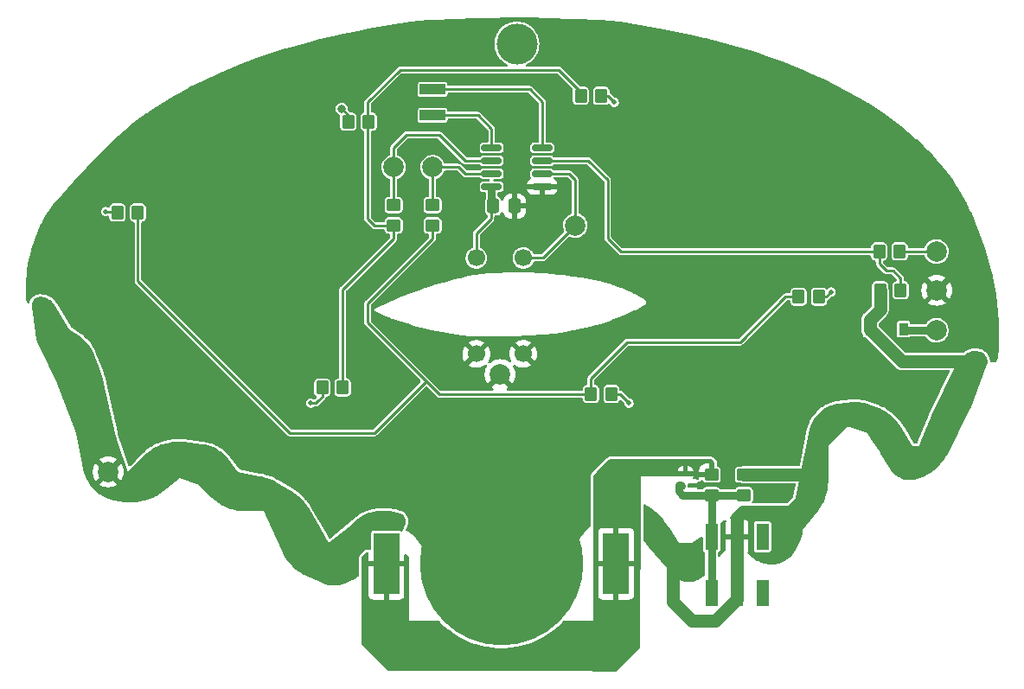
<source format=gbl>
%TF.GenerationSoftware,KiCad,Pcbnew,(6.0.2-0)*%
%TF.CreationDate,2022-12-09T19:44:04+01:00*%
%TF.ProjectId,ornament_2022,6f726e61-6d65-46e7-945f-323032322e6b,rev?*%
%TF.SameCoordinates,Original*%
%TF.FileFunction,Copper,L2,Bot*%
%TF.FilePolarity,Positive*%
%FSLAX46Y46*%
G04 Gerber Fmt 4.6, Leading zero omitted, Abs format (unit mm)*
G04 Created by KiCad (PCBNEW (6.0.2-0)) date 2022-12-09 19:44:04*
%MOMM*%
%LPD*%
G01*
G04 APERTURE LIST*
G04 Aperture macros list*
%AMRoundRect*
0 Rectangle with rounded corners*
0 $1 Rounding radius*
0 $2 $3 $4 $5 $6 $7 $8 $9 X,Y pos of 4 corners*
0 Add a 4 corners polygon primitive as box body*
4,1,4,$2,$3,$4,$5,$6,$7,$8,$9,$2,$3,0*
0 Add four circle primitives for the rounded corners*
1,1,$1+$1,$2,$3*
1,1,$1+$1,$4,$5*
1,1,$1+$1,$6,$7*
1,1,$1+$1,$8,$9*
0 Add four rect primitives between the rounded corners*
20,1,$1+$1,$2,$3,$4,$5,0*
20,1,$1+$1,$4,$5,$6,$7,0*
20,1,$1+$1,$6,$7,$8,$9,0*
20,1,$1+$1,$8,$9,$2,$3,0*%
G04 Aperture macros list end*
%TA.AperFunction,ComponentPad*%
%ADD10C,4.000000*%
%TD*%
%TA.AperFunction,SMDPad,CuDef*%
%ADD11RoundRect,0.250000X-0.350000X-0.450000X0.350000X-0.450000X0.350000X0.450000X-0.350000X0.450000X0*%
%TD*%
%TA.AperFunction,ComponentPad*%
%ADD12C,1.700000*%
%TD*%
%TA.AperFunction,SMDPad,CuDef*%
%ADD13C,2.000000*%
%TD*%
%TA.AperFunction,SMDPad,CuDef*%
%ADD14R,2.500000X1.000000*%
%TD*%
%TA.AperFunction,SMDPad,CuDef*%
%ADD15RoundRect,0.250000X-0.450000X0.350000X-0.450000X-0.350000X0.450000X-0.350000X0.450000X0.350000X0*%
%TD*%
%TA.AperFunction,SMDPad,CuDef*%
%ADD16RoundRect,0.250000X0.350000X0.450000X-0.350000X0.450000X-0.350000X-0.450000X0.350000X-0.450000X0*%
%TD*%
%TA.AperFunction,SMDPad,CuDef*%
%ADD17RoundRect,0.250000X-0.337500X-0.475000X0.337500X-0.475000X0.337500X0.475000X-0.337500X0.475000X0*%
%TD*%
%TA.AperFunction,SMDPad,CuDef*%
%ADD18R,0.400000X0.450000*%
%TD*%
%TA.AperFunction,SMDPad,CuDef*%
%ADD19R,0.500000X0.450000*%
%TD*%
%TA.AperFunction,SMDPad,CuDef*%
%ADD20RoundRect,0.250000X0.450000X-0.350000X0.450000X0.350000X-0.450000X0.350000X-0.450000X-0.350000X0*%
%TD*%
%TA.AperFunction,SMDPad,CuDef*%
%ADD21R,0.900000X1.200000*%
%TD*%
%TA.AperFunction,SMDPad,CuDef*%
%ADD22RoundRect,0.150000X-0.825000X-0.150000X0.825000X-0.150000X0.825000X0.150000X-0.825000X0.150000X0*%
%TD*%
%TA.AperFunction,SMDPad,CuDef*%
%ADD23R,2.500000X6.000000*%
%TD*%
%TA.AperFunction,SMDPad,CuDef*%
%ADD24C,16.000000*%
%TD*%
%TA.AperFunction,SMDPad,CuDef*%
%ADD25R,1.200000X2.500000*%
%TD*%
%TA.AperFunction,ViaPad*%
%ADD26C,0.800000*%
%TD*%
%TA.AperFunction,ViaPad*%
%ADD27C,0.500000*%
%TD*%
%TA.AperFunction,Conductor*%
%ADD28C,1.270000*%
%TD*%
%TA.AperFunction,Conductor*%
%ADD29C,0.250000*%
%TD*%
%TA.AperFunction,Conductor*%
%ADD30C,0.762000*%
%TD*%
G04 APERTURE END LIST*
D10*
%TO.P,REF\u002A\u002A,1*%
%TO.N,N/C*%
X210185000Y-36195000D03*
%TD*%
D11*
%TO.P,R2,1*%
%TO.N,Net-(R10-Pad1)*%
X245650000Y-56515000D03*
%TO.P,R2,2*%
%TO.N,/UPDI*%
X247650000Y-56515000D03*
%TD*%
D12*
%TO.P,J4,1,Pin_1*%
%TO.N,VBATT_SW*%
X206216954Y-57150000D03*
%TD*%
D13*
%TO.P,TP1,1,1*%
%TO.N,/PIR_OUT*%
X215900000Y-53975000D03*
%TD*%
%TO.P,TP6,1,1*%
%TO.N,/V_UPDI*%
X251248826Y-64243474D03*
%TD*%
D14*
%TO.P,J2,1,Pin_1*%
%TO.N,/TX*%
X201930000Y-43180000D03*
%TO.P,J2,2,Pin_2*%
%TO.N,/RX*%
X201930000Y-40640000D03*
%TD*%
D15*
%TO.P,R12,1*%
%TO.N,/LED_OUT2*%
X198120000Y-51975000D03*
%TO.P,R12,2*%
%TO.N,Net-(R12-Pad2)*%
X198120000Y-53975000D03*
%TD*%
D13*
%TO.P,TP4,1,1*%
%TO.N,/LED_OUT2*%
X198120000Y-48260000D03*
%TD*%
D11*
%TO.P,R8,1*%
%TO.N,Net-(D7-Pad1)*%
X193675000Y-43815000D03*
%TO.P,R8,2*%
%TO.N,Net-(R12-Pad2)*%
X195675000Y-43815000D03*
%TD*%
D12*
%TO.P,J1,1,Pin_1*%
%TO.N,/PIR_OUT*%
X210820000Y-57150000D03*
%TD*%
D15*
%TO.P,R11,1*%
%TO.N,/LED_OUT1*%
X201930000Y-51975000D03*
%TO.P,R11,2*%
%TO.N,Net-(R11-Pad2)*%
X201930000Y-53975000D03*
%TD*%
D16*
%TO.P,R10,1*%
%TO.N,Net-(R10-Pad1)*%
X247745000Y-60325000D03*
%TO.P,R10,2*%
%TO.N,VBATT_SW*%
X245745000Y-60325000D03*
%TD*%
D13*
%TO.P,TP3,1,1*%
%TO.N,/LED_OUT1*%
X201930000Y-48260000D03*
%TD*%
%TO.P,TP8,1,1*%
%TO.N,GND*%
X251301954Y-60325000D03*
%TD*%
D17*
%TO.P,C1,1*%
%TO.N,VBATT_SW*%
X207877500Y-52070000D03*
%TO.P,C1,2*%
%TO.N,GND*%
X209952500Y-52070000D03*
%TD*%
D16*
%TO.P,R7,1*%
%TO.N,Net-(D6-Pad1)*%
X219440000Y-70485000D03*
%TO.P,R7,2*%
%TO.N,Net-(R11-Pad2)*%
X217440000Y-70485000D03*
%TD*%
D13*
%TO.P,TP2,1,1*%
%TO.N,VBATT_SW*%
X170180000Y-78105000D03*
%TD*%
%TO.P,TP5,1,1*%
%TO.N,GND*%
X208534000Y-68580000D03*
%TD*%
%TO.P,TP7,1,1*%
%TO.N,/UPDI*%
X251248826Y-56515000D03*
%TD*%
D18*
%TO.P,Q2,1,G*%
%TO.N,GND*%
X227095000Y-79442000D03*
%TO.P,Q2,2,S*%
%TO.N,Net-(Q2-Pad2)*%
X226295000Y-79442000D03*
D19*
%TO.P,Q2,3,D*%
%TO.N,+BATT*%
X226695000Y-78292000D03*
%TD*%
D20*
%TO.P,R1,1*%
%TO.N,Net-(Q2-Pad2)*%
X232410000Y-80375000D03*
%TO.P,R1,2*%
%TO.N,VBATT_SW*%
X232410000Y-78375000D03*
%TD*%
D21*
%TO.P,D1,1,K*%
%TO.N,VBATT_SW*%
X244730000Y-64135000D03*
%TO.P,D1,2,A*%
%TO.N,/V_UPDI*%
X248030000Y-64135000D03*
%TD*%
D12*
%TO.P,J3,1,Pin_1*%
%TO.N,GND*%
X210820000Y-66548000D03*
%TD*%
%TO.P,J5,1,Pin_1*%
%TO.N,GND*%
X206216954Y-66548000D03*
%TD*%
D22*
%TO.P,U1,1,VCC*%
%TO.N,VBATT_SW*%
X207710000Y-50165000D03*
%TO.P,U1,2,PA6*%
%TO.N,/LED_OUT1*%
X207710000Y-48895000D03*
%TO.P,U1,3,PA7*%
%TO.N,/LED_OUT2*%
X207710000Y-47625000D03*
%TO.P,U1,4,PA1*%
%TO.N,/TX*%
X207710000Y-46355000D03*
%TO.P,U1,5,PA2*%
%TO.N,/RX*%
X212660000Y-46355000D03*
%TO.P,U1,6,~{RESET}/PA0*%
%TO.N,Net-(R10-Pad1)*%
X212660000Y-47625000D03*
%TO.P,U1,7,PA3*%
%TO.N,/PIR_OUT*%
X212660000Y-48895000D03*
%TO.P,U1,8,GND*%
%TO.N,GND*%
X212660000Y-50165000D03*
%TD*%
D11*
%TO.P,R6,1*%
%TO.N,Net-(D5-Pad1)*%
X191135000Y-69850000D03*
%TO.P,R6,2*%
%TO.N,Net-(R12-Pad2)*%
X193135000Y-69850000D03*
%TD*%
D23*
%TO.P,BT1,1,+*%
%TO.N,+BATT*%
X219903826Y-87103474D03*
X197403826Y-87103474D03*
D24*
%TO.P,BT1,2,-*%
%TO.N,GND*%
X208653826Y-87103474D03*
%TD*%
D25*
%TO.P,S1,1*%
%TO.N,Net-(Q2-Pad2)*%
X229235000Y-84455000D03*
%TO.P,S1,2*%
%TO.N,VBATT_SW*%
X231735000Y-84455000D03*
%TO.P,S1,3*%
%TO.N,unconnected-(S1-Pad3)*%
X234235000Y-84455000D03*
%TO.P,S1,4*%
%TO.N,Net-(Q2-Pad2)*%
X229235000Y-89955000D03*
%TO.P,S1,5*%
%TO.N,VBATT_SW*%
X231735000Y-89955000D03*
%TO.P,S1,6*%
%TO.N,unconnected-(S1-Pad6)*%
X234235000Y-89955000D03*
%TD*%
D15*
%TO.P,R9,1*%
%TO.N,+BATT*%
X229235000Y-78375000D03*
%TO.P,R9,2*%
%TO.N,Net-(Q2-Pad2)*%
X229235000Y-80375000D03*
%TD*%
D16*
%TO.P,R4,1*%
%TO.N,Net-(D3-Pad1)*%
X218440000Y-41275000D03*
%TO.P,R4,2*%
%TO.N,Net-(R12-Pad2)*%
X216440000Y-41275000D03*
%TD*%
%TO.P,R3,1*%
%TO.N,Net-(D2-Pad1)*%
X239760000Y-60960000D03*
%TO.P,R3,2*%
%TO.N,Net-(R11-Pad2)*%
X237760000Y-60960000D03*
%TD*%
D11*
%TO.P,R5,1*%
%TO.N,Net-(D4-Pad1)*%
X171085000Y-52705000D03*
%TO.P,R5,2*%
%TO.N,Net-(R11-Pad2)*%
X173085000Y-52705000D03*
%TD*%
D26*
%TO.N,VBATT_SW*%
X163830000Y-62230000D03*
X236220000Y-83185000D03*
X191770000Y-86995000D03*
X252095000Y-72390000D03*
X181610000Y-79375000D03*
X249555000Y-76835000D03*
X223520000Y-83185000D03*
X167640000Y-67310000D03*
X240665000Y-72390000D03*
X227330000Y-86360000D03*
X246380000Y-73660000D03*
X169545000Y-74295000D03*
X254000000Y-67310000D03*
X237855000Y-78375000D03*
X198755000Y-83185000D03*
X174625000Y-77470000D03*
X188595000Y-81915000D03*
D27*
%TO.N,Net-(D2-Pad1)*%
X240957332Y-60479835D03*
%TO.N,Net-(D3-Pad1)*%
X219710000Y-41910000D03*
%TO.N,Net-(D4-Pad1)*%
X169932123Y-52595738D03*
%TO.N,Net-(D5-Pad1)*%
X189992000Y-71374000D03*
%TO.N,Net-(D6-Pad1)*%
X221161564Y-71369093D03*
D26*
%TO.N,Net-(D7-Pad1)*%
X193040000Y-42545000D03*
%TD*%
D28*
%TO.N,VBATT_SW*%
X232410000Y-78375000D02*
X237855000Y-78375000D01*
X231735000Y-89955000D02*
X231735000Y-90605000D01*
X225425000Y-90805000D02*
X225425000Y-86995000D01*
X229630000Y-92710000D02*
X227330000Y-92710000D01*
X227330000Y-92710000D02*
X225425000Y-90805000D01*
X245745000Y-62230000D02*
X245745000Y-60325000D01*
X232283000Y-82042000D02*
X237998000Y-82042000D01*
X231735000Y-82590000D02*
X231735000Y-84455000D01*
X244730000Y-64135000D02*
X244730000Y-63245000D01*
X239030000Y-78375000D02*
X239395000Y-78740000D01*
D29*
X207645000Y-53340000D02*
X207645000Y-52302500D01*
D28*
X231775000Y-82550000D02*
X231735000Y-82590000D01*
D29*
X207645000Y-52302500D02*
X207877500Y-52070000D01*
D28*
X247905000Y-67310000D02*
X254000000Y-67310000D01*
D29*
X207710000Y-51902500D02*
X207877500Y-52070000D01*
D28*
X231775000Y-82550000D02*
X232283000Y-82042000D01*
X244730000Y-63245000D02*
X245745000Y-62230000D01*
D30*
X207710000Y-50165000D02*
X207710000Y-51902500D01*
D28*
X237855000Y-78375000D02*
X239030000Y-78375000D01*
X231735000Y-89955000D02*
X231735000Y-84455000D01*
D29*
X206216954Y-57150000D02*
X206216954Y-54768046D01*
D28*
X244730000Y-64135000D02*
X247905000Y-67310000D01*
X237998000Y-82042000D02*
X238125000Y-81915000D01*
X231735000Y-90605000D02*
X229630000Y-92710000D01*
D29*
X206216954Y-54768046D02*
X207645000Y-53340000D01*
D28*
X254000000Y-67310000D02*
X254635000Y-67310000D01*
D30*
%TO.N,/V_UPDI*%
X251248826Y-64243474D02*
X248138474Y-64243474D01*
X248138474Y-64243474D02*
X248030000Y-64135000D01*
D29*
%TO.N,Net-(D2-Pad1)*%
X239760000Y-60960000D02*
X240477167Y-60960000D01*
X240477167Y-60960000D02*
X240957332Y-60479835D01*
%TO.N,Net-(D3-Pad1)*%
X219710000Y-41910000D02*
X219075000Y-41275000D01*
X219075000Y-41275000D02*
X218805000Y-41275000D01*
%TO.N,Net-(D4-Pad1)*%
X169932123Y-52595738D02*
X170975738Y-52595738D01*
X170975738Y-52595738D02*
X171085000Y-52705000D01*
%TO.N,Net-(D5-Pad1)*%
X190500000Y-71374000D02*
X189992000Y-71374000D01*
X191135000Y-69850000D02*
X191135000Y-70739000D01*
X191135000Y-70739000D02*
X190754000Y-71120000D01*
X190754000Y-71120000D02*
X190500000Y-71374000D01*
%TO.N,Net-(D6-Pad1)*%
X219440000Y-70485000D02*
X220277471Y-70485000D01*
X220277471Y-70485000D02*
X221161564Y-71369093D01*
%TO.N,Net-(D7-Pad1)*%
X193675000Y-43180000D02*
X193040000Y-42545000D01*
X193675000Y-43815000D02*
X193675000Y-43180000D01*
%TO.N,/UPDI*%
X251248826Y-56515000D02*
X247650000Y-56515000D01*
%TO.N,/TX*%
X207710000Y-46355000D02*
X207710000Y-44515000D01*
X207710000Y-44515000D02*
X206375000Y-43180000D01*
X206375000Y-43180000D02*
X200850000Y-43180000D01*
%TO.N,/RX*%
X212660000Y-46355000D02*
X212660000Y-41845000D01*
X212660000Y-41845000D02*
X211455000Y-40640000D01*
X211455000Y-40640000D02*
X200850000Y-40640000D01*
%TO.N,/LED_OUT1*%
X205105000Y-48895000D02*
X207710000Y-48895000D01*
X201930000Y-48260000D02*
X204470000Y-48260000D01*
X201930000Y-48260000D02*
X201930000Y-51975000D01*
X204470000Y-48260000D02*
X205105000Y-48895000D01*
%TO.N,/LED_OUT2*%
X202565000Y-45085000D02*
X205105000Y-47625000D01*
X198120000Y-51975000D02*
X198120000Y-48260000D01*
X199390000Y-45085000D02*
X202565000Y-45085000D01*
X198120000Y-48260000D02*
X198120000Y-46355000D01*
X205105000Y-47625000D02*
X207710000Y-47625000D01*
X198120000Y-46355000D02*
X199390000Y-45085000D01*
D30*
%TO.N,Net-(Q2-Pad2)*%
X226228000Y-79375000D02*
X226295000Y-79442000D01*
X229235000Y-80375000D02*
X232410000Y-80375000D01*
X226060000Y-79375000D02*
X226228000Y-79375000D01*
X229235000Y-84455000D02*
X229235000Y-89955000D01*
X229235000Y-80375000D02*
X229235000Y-84455000D01*
X226060000Y-80010000D02*
X226060000Y-79375000D01*
X229235000Y-80375000D02*
X226425000Y-80375000D01*
X226425000Y-80375000D02*
X226060000Y-80010000D01*
D29*
%TO.N,Net-(R10-Pad1)*%
X246380000Y-58420000D02*
X245650000Y-57690000D01*
X245650000Y-57690000D02*
X245650000Y-56515000D01*
X247745000Y-59150000D02*
X247015000Y-58420000D01*
X217170000Y-47625000D02*
X212660000Y-47625000D01*
X219075000Y-49530000D02*
X217170000Y-47625000D01*
X247015000Y-58420000D02*
X246380000Y-58420000D01*
X247745000Y-60325000D02*
X247745000Y-59150000D01*
X219075000Y-55245000D02*
X219075000Y-49530000D01*
X220345000Y-56515000D02*
X219075000Y-55245000D01*
X245650000Y-56515000D02*
X220345000Y-56515000D01*
%TO.N,/PIR_OUT*%
X210661954Y-57150000D02*
X212725000Y-57150000D01*
X215900000Y-53975000D02*
X215900000Y-49530000D01*
X212725000Y-57150000D02*
X215900000Y-53975000D01*
X215900000Y-49530000D02*
X215265000Y-48895000D01*
X215265000Y-48895000D02*
X212660000Y-48895000D01*
%TO.N,Net-(R11-Pad2)*%
X187960000Y-74295000D02*
X196215000Y-74295000D01*
X201930000Y-55245000D02*
X195580000Y-61595000D01*
X220980000Y-65405000D02*
X217440000Y-68945000D01*
X237760000Y-60960000D02*
X236474000Y-60960000D01*
X195580000Y-63500000D02*
X202565000Y-70485000D01*
X201930000Y-53975000D02*
X201930000Y-55245000D01*
X173085000Y-59420000D02*
X187960000Y-74295000D01*
X232029000Y-65405000D02*
X220980000Y-65405000D01*
X195580000Y-61595000D02*
X195580000Y-63500000D01*
X196215000Y-74295000D02*
X201295000Y-69215000D01*
X173085000Y-52705000D02*
X173085000Y-59420000D01*
X217440000Y-68945000D02*
X217440000Y-70485000D01*
X202565000Y-70485000D02*
X217440000Y-70485000D01*
X236474000Y-60960000D02*
X232029000Y-65405000D01*
%TO.N,Net-(R12-Pad2)*%
X195580000Y-41910000D02*
X195580000Y-53340000D01*
X214265000Y-38735000D02*
X198755000Y-38735000D01*
X196215000Y-53975000D02*
X198120000Y-53975000D01*
X195580000Y-53340000D02*
X196215000Y-53975000D01*
X216535000Y-41005000D02*
X214265000Y-38735000D01*
X198120000Y-55245000D02*
X193135000Y-60230000D01*
X193135000Y-60230000D02*
X193135000Y-69850000D01*
X198120000Y-55245000D02*
X198120000Y-53975000D01*
X198755000Y-38735000D02*
X195580000Y-41910000D01*
%TD*%
%TA.AperFunction,Conductor*%
%TO.N,GND*%
G36*
X211583790Y-33625512D02*
G01*
X213054559Y-33639225D01*
X213057023Y-33639273D01*
X215889519Y-33721108D01*
X215892773Y-33721244D01*
X218364794Y-33856673D01*
X218370159Y-33857082D01*
X220301200Y-34045834D01*
X220307827Y-34046659D01*
X220757479Y-34114825D01*
X223128390Y-34474249D01*
X223132595Y-34474960D01*
X224649207Y-34758386D01*
X225874516Y-34987374D01*
X225878884Y-34988271D01*
X227483832Y-35347403D01*
X228535527Y-35582736D01*
X228540003Y-35583824D01*
X228709333Y-35628297D01*
X231106087Y-36257783D01*
X231110725Y-36259097D01*
X233580791Y-37009941D01*
X233585595Y-37011507D01*
X234396271Y-37293907D01*
X235954354Y-37836668D01*
X235959321Y-37838517D01*
X238221353Y-38735380D01*
X238226534Y-38737569D01*
X238951692Y-39063379D01*
X240376469Y-39703524D01*
X240381894Y-39706118D01*
X242414391Y-40738556D01*
X242420058Y-40741620D01*
X243849385Y-41562148D01*
X244277317Y-41807809D01*
X244329699Y-41837880D01*
X244335613Y-41841495D01*
X244591765Y-42007921D01*
X246117095Y-42998953D01*
X246123259Y-43003224D01*
X247771216Y-44219201D01*
X247777603Y-44224240D01*
X247935865Y-44357616D01*
X248469163Y-44807055D01*
X249287619Y-45496813D01*
X249292503Y-45501151D01*
X249992623Y-46156479D01*
X249995870Y-46159632D01*
X250430522Y-46597426D01*
X250660072Y-46828635D01*
X250663399Y-46832117D01*
X251290228Y-47513704D01*
X251293554Y-47517469D01*
X251882378Y-48211320D01*
X251885683Y-48215382D01*
X252178577Y-48591115D01*
X252394055Y-48867537D01*
X252435887Y-48921201D01*
X252439140Y-48925566D01*
X252866740Y-49525998D01*
X252950005Y-49642918D01*
X252953322Y-49647816D01*
X253165351Y-49977256D01*
X253392486Y-50330168D01*
X253395430Y-50334974D01*
X253730537Y-50910740D01*
X253822354Y-51068495D01*
X253824784Y-51072866D01*
X254218671Y-51816000D01*
X254237398Y-51851332D01*
X254239436Y-51855350D01*
X254620890Y-52642044D01*
X254635548Y-52672274D01*
X254637298Y-52676041D01*
X255012162Y-53519138D01*
X255014737Y-53524930D01*
X255016272Y-53528530D01*
X255371514Y-54399500D01*
X255372955Y-54403034D01*
X255374319Y-54406526D01*
X255625230Y-55078268D01*
X255708117Y-55300173D01*
X255709349Y-55303626D01*
X256018133Y-56209905D01*
X256019260Y-56213375D01*
X256300986Y-57125983D01*
X256302026Y-57129535D01*
X256548451Y-58019798D01*
X256554595Y-58041996D01*
X256555557Y-58045693D01*
X256753744Y-58856823D01*
X256776879Y-58951509D01*
X256777774Y-58955442D01*
X256955448Y-59799079D01*
X256965796Y-59848215D01*
X256966615Y-59852466D01*
X257119099Y-60724688D01*
X257119285Y-60725754D01*
X257120013Y-60730444D01*
X257232262Y-61555544D01*
X257235272Y-61577669D01*
X257235879Y-61582969D01*
X257308778Y-62366087D01*
X257311715Y-62397640D01*
X257312132Y-62403721D01*
X257322669Y-62641046D01*
X257346640Y-63180988D01*
X257346748Y-63184560D01*
X257355308Y-63719541D01*
X257358692Y-63931045D01*
X257358993Y-63949885D01*
X257359000Y-63950435D01*
X257360351Y-64070924D01*
X257366563Y-64625058D01*
X257366571Y-64626164D01*
X257367083Y-64836622D01*
X257367920Y-65180682D01*
X257367999Y-65213335D01*
X257367990Y-65215141D01*
X257365273Y-65439030D01*
X257361866Y-65719800D01*
X257361824Y-65721849D01*
X257355517Y-65943890D01*
X257355453Y-65945703D01*
X257349743Y-66079022D01*
X257346741Y-66149100D01*
X257346625Y-66151330D01*
X257345154Y-66175488D01*
X257335370Y-66336115D01*
X257335165Y-66338951D01*
X257321230Y-66505633D01*
X257320882Y-66509187D01*
X257304159Y-66658217D01*
X257303577Y-66662679D01*
X257284004Y-66794445D01*
X257283039Y-66800065D01*
X257260625Y-66914921D01*
X257259033Y-66921994D01*
X257251757Y-66950446D01*
X257233912Y-67020226D01*
X257231280Y-67029133D01*
X257203801Y-67110931D01*
X257199492Y-67122000D01*
X257183658Y-67157603D01*
X257169422Y-67189614D01*
X257164518Y-67199459D01*
X257150357Y-67225028D01*
X257146019Y-67232277D01*
X257131273Y-67255140D01*
X257130956Y-67255631D01*
X257125573Y-67263331D01*
X257110556Y-67283191D01*
X257104009Y-67291149D01*
X257089137Y-67307793D01*
X257081331Y-67315787D01*
X257069527Y-67326847D01*
X257066600Y-67329589D01*
X257057561Y-67337290D01*
X257042887Y-67348645D01*
X257032751Y-67355722D01*
X257017899Y-67365042D01*
X257006954Y-67371173D01*
X256991565Y-67378813D01*
X256980192Y-67383777D01*
X256963822Y-67389978D01*
X256952433Y-67393682D01*
X256934709Y-67398527D01*
X256923656Y-67401019D01*
X256904159Y-67404503D01*
X256893783Y-67405915D01*
X256874436Y-67407732D01*
X256860568Y-67408265D01*
X256831720Y-67407782D01*
X256808292Y-67407389D01*
X256793138Y-67406218D01*
X256734362Y-67398087D01*
X256722828Y-67395940D01*
X256665858Y-67382561D01*
X256655225Y-67380064D01*
X256646665Y-67377732D01*
X256589804Y-67360074D01*
X256530680Y-67320769D01*
X256502191Y-67255739D01*
X256501175Y-67238849D01*
X256501189Y-67236918D01*
X256501189Y-67236910D01*
X256501200Y-67235330D01*
X256501069Y-67232277D01*
X256500176Y-67211630D01*
X256500109Y-67210074D01*
X256497729Y-67184670D01*
X256480631Y-67066478D01*
X256473801Y-67019263D01*
X256473799Y-67019251D01*
X256473573Y-67017689D01*
X256468656Y-66992652D01*
X256462546Y-66968127D01*
X256455143Y-66943712D01*
X256444808Y-66914921D01*
X256398680Y-66786422D01*
X256398676Y-66786411D01*
X256398138Y-66784913D01*
X256388321Y-66761359D01*
X256377437Y-66738546D01*
X256365311Y-66716104D01*
X256364502Y-66714771D01*
X256364492Y-66714754D01*
X256278571Y-66573228D01*
X256278566Y-66573220D01*
X256277756Y-66571886D01*
X256263439Y-66550772D01*
X256254125Y-66538420D01*
X256249171Y-66531850D01*
X256249159Y-66531835D01*
X256248218Y-66530587D01*
X256239253Y-66519863D01*
X256232865Y-66512223D01*
X256232861Y-66512218D01*
X256231854Y-66511014D01*
X256220987Y-66499269D01*
X256220983Y-66499265D01*
X256117267Y-66387174D01*
X256116150Y-66386082D01*
X256116139Y-66386071D01*
X256100140Y-66370434D01*
X256100125Y-66370420D01*
X256099023Y-66369343D01*
X256093420Y-66364392D01*
X256081287Y-66353670D01*
X256081277Y-66353661D01*
X256080079Y-66352603D01*
X256078826Y-66351604D01*
X256078815Y-66351594D01*
X256063338Y-66339246D01*
X256060135Y-66336690D01*
X256037505Y-66320424D01*
X255924419Y-66239140D01*
X255924406Y-66239131D01*
X255923137Y-66238219D01*
X255921812Y-66237364D01*
X255921800Y-66237356D01*
X255903035Y-66225250D01*
X255901699Y-66224388D01*
X255879795Y-66211767D01*
X255878397Y-66211052D01*
X255878387Y-66211047D01*
X255858471Y-66200867D01*
X255858454Y-66200859D01*
X255857077Y-66200155D01*
X255697365Y-66128402D01*
X255685596Y-66123466D01*
X255684833Y-66123168D01*
X255684810Y-66123159D01*
X255674590Y-66119172D01*
X255673811Y-66118868D01*
X255661808Y-66114530D01*
X255571976Y-66084587D01*
X255571403Y-66084408D01*
X255571386Y-66084403D01*
X255569180Y-66083716D01*
X255562401Y-66081604D01*
X255561807Y-66081432D01*
X255561778Y-66081423D01*
X255553498Y-66079022D01*
X255553482Y-66079018D01*
X255552856Y-66078836D01*
X255543148Y-66076227D01*
X255362632Y-66031540D01*
X255336016Y-66024951D01*
X255336001Y-66024948D01*
X255334815Y-66024654D01*
X255333636Y-66024411D01*
X255333613Y-66024406D01*
X255316351Y-66020852D01*
X255316352Y-66020852D01*
X255315137Y-66020602D01*
X255313906Y-66020399D01*
X255313896Y-66020397D01*
X255296722Y-66017563D01*
X255295498Y-66017361D01*
X255275578Y-66014877D01*
X255217633Y-66009969D01*
X255066717Y-65997186D01*
X255065505Y-65997132D01*
X255065482Y-65997130D01*
X255047881Y-65996339D01*
X255047879Y-65996339D01*
X255046657Y-65996284D01*
X255045438Y-65996277D01*
X255045423Y-65996277D01*
X255036547Y-65996229D01*
X255026751Y-65996176D01*
X255015135Y-65996572D01*
X255007907Y-65996819D01*
X255007899Y-65996819D01*
X255006681Y-65996861D01*
X255005466Y-65996951D01*
X255005441Y-65996952D01*
X254860365Y-66007658D01*
X254798888Y-66012194D01*
X254798885Y-66012194D01*
X254797642Y-66012286D01*
X254796430Y-66012424D01*
X254796417Y-66012425D01*
X254788352Y-66013342D01*
X254777682Y-66014555D01*
X254758008Y-66017584D01*
X254756792Y-66017821D01*
X254756785Y-66017822D01*
X254741224Y-66020852D01*
X254738302Y-66021421D01*
X254636300Y-66045500D01*
X254636297Y-66045500D01*
X254592886Y-66055748D01*
X254535514Y-66069292D01*
X254535492Y-66069298D01*
X254534296Y-66069580D01*
X254533116Y-66069908D01*
X254533090Y-66069915D01*
X254522784Y-66072783D01*
X254514956Y-66074961D01*
X254513792Y-66075335D01*
X254513782Y-66075338D01*
X254502317Y-66079022D01*
X254496002Y-66081051D01*
X254477136Y-66087947D01*
X254475971Y-66088426D01*
X254475950Y-66088434D01*
X254284436Y-66167154D01*
X254284415Y-66167163D01*
X254283267Y-66167635D01*
X254265016Y-66175994D01*
X254247266Y-66184989D01*
X254229720Y-66194772D01*
X254175819Y-66227682D01*
X254050812Y-66304007D01*
X254049808Y-66304676D01*
X254049789Y-66304688D01*
X254039072Y-66311828D01*
X254034095Y-66315144D01*
X254017976Y-66326829D01*
X254002200Y-66339246D01*
X253886922Y-66437595D01*
X253878998Y-66444355D01*
X253814192Y-66473352D01*
X253797219Y-66474500D01*
X248303266Y-66474500D01*
X248235145Y-66454498D01*
X248214171Y-66437595D01*
X246531324Y-64754748D01*
X247379500Y-64754748D01*
X247380707Y-64760816D01*
X247386492Y-64789897D01*
X247391133Y-64813231D01*
X247435448Y-64879552D01*
X247501769Y-64923867D01*
X247513938Y-64926288D01*
X247513939Y-64926288D01*
X247554184Y-64934293D01*
X247560252Y-64935500D01*
X248499748Y-64935500D01*
X248505816Y-64934293D01*
X248546061Y-64926288D01*
X248546062Y-64926288D01*
X248558231Y-64923867D01*
X248624552Y-64879552D01*
X248631446Y-64869234D01*
X248638800Y-64861880D01*
X248701112Y-64827854D01*
X248727897Y-64824974D01*
X250124398Y-64824974D01*
X250192519Y-64844976D01*
X250227295Y-64878254D01*
X250233085Y-64886446D01*
X250332048Y-65026476D01*
X250490090Y-65180435D01*
X250494886Y-65183640D01*
X250494889Y-65183642D01*
X250579087Y-65239901D01*
X250673543Y-65303014D01*
X250678846Y-65305292D01*
X250678849Y-65305294D01*
X250854816Y-65380895D01*
X250876262Y-65390109D01*
X250955914Y-65408132D01*
X251085821Y-65437528D01*
X251085827Y-65437529D01*
X251091458Y-65438803D01*
X251097229Y-65439030D01*
X251097231Y-65439030D01*
X251165037Y-65441694D01*
X251311924Y-65447465D01*
X251421101Y-65431635D01*
X251524564Y-65416634D01*
X251524569Y-65416633D01*
X251530278Y-65415805D01*
X251535742Y-65413950D01*
X251535747Y-65413949D01*
X251733733Y-65346742D01*
X251733738Y-65346740D01*
X251739205Y-65344884D01*
X251931710Y-65237076D01*
X251950245Y-65221661D01*
X252089977Y-65105446D01*
X252101344Y-65095992D01*
X252234825Y-64935500D01*
X252238734Y-64930800D01*
X252238736Y-64930797D01*
X252242428Y-64926358D01*
X252341999Y-64748561D01*
X252347412Y-64738896D01*
X252347413Y-64738894D01*
X252350236Y-64733853D01*
X252352092Y-64728386D01*
X252352094Y-64728381D01*
X252419301Y-64530395D01*
X252419302Y-64530390D01*
X252421157Y-64524926D01*
X252421985Y-64519217D01*
X252421986Y-64519212D01*
X252446569Y-64349665D01*
X252452817Y-64306572D01*
X252454469Y-64243474D01*
X252434280Y-64023763D01*
X252414638Y-63954115D01*
X252382587Y-63840471D01*
X252374391Y-63811410D01*
X252276806Y-63613527D01*
X252262700Y-63594636D01*
X252148246Y-63441365D01*
X252148246Y-63441364D01*
X252144793Y-63436741D01*
X252024714Y-63325741D01*
X251987015Y-63290892D01*
X251987012Y-63290890D01*
X251982775Y-63286973D01*
X251796176Y-63169238D01*
X251591247Y-63087480D01*
X251585587Y-63086354D01*
X251585583Y-63086353D01*
X251380517Y-63045563D01*
X251380514Y-63045563D01*
X251374850Y-63044436D01*
X251369075Y-63044360D01*
X251369071Y-63044360D01*
X251258330Y-63042911D01*
X251154232Y-63041548D01*
X251148535Y-63042527D01*
X251148534Y-63042527D01*
X250942480Y-63077933D01*
X250942479Y-63077933D01*
X250936783Y-63078912D01*
X250729783Y-63155278D01*
X250724822Y-63158230D01*
X250724821Y-63158230D01*
X250619998Y-63220593D01*
X250540167Y-63268088D01*
X250374283Y-63413564D01*
X250330629Y-63468939D01*
X250241269Y-63582292D01*
X250241266Y-63582296D01*
X250237689Y-63586834D01*
X250233583Y-63594638D01*
X250232581Y-63595672D01*
X250231854Y-63596791D01*
X250231634Y-63596648D01*
X250184168Y-63645611D01*
X250122074Y-63661974D01*
X248806500Y-63661974D01*
X248738379Y-63641972D01*
X248691886Y-63588316D01*
X248680500Y-63535974D01*
X248680500Y-63515252D01*
X248668867Y-63456769D01*
X248655485Y-63436741D01*
X248631443Y-63400761D01*
X248624552Y-63390448D01*
X248558231Y-63346133D01*
X248546062Y-63343712D01*
X248546061Y-63343712D01*
X248505816Y-63335707D01*
X248499748Y-63334500D01*
X247560252Y-63334500D01*
X247554184Y-63335707D01*
X247513939Y-63343712D01*
X247513938Y-63343712D01*
X247501769Y-63346133D01*
X247435448Y-63390448D01*
X247428557Y-63400761D01*
X247404516Y-63436741D01*
X247391133Y-63456769D01*
X247379500Y-63515252D01*
X247379500Y-64754748D01*
X246531324Y-64754748D01*
X245602405Y-63825829D01*
X245568379Y-63763517D01*
X245565500Y-63736734D01*
X245565500Y-63643265D01*
X245585502Y-63575144D01*
X245602405Y-63554170D01*
X246307186Y-62849389D01*
X246314953Y-62842246D01*
X246348400Y-62813981D01*
X246353614Y-62809575D01*
X246359819Y-62801460D01*
X246401612Y-62746796D01*
X246403512Y-62744373D01*
X246453020Y-62682798D01*
X246456054Y-62676686D01*
X246457506Y-62674416D01*
X246457806Y-62673988D01*
X246458081Y-62673546D01*
X246458342Y-62673071D01*
X246459726Y-62670786D01*
X246463871Y-62665364D01*
X246480663Y-62629355D01*
X246497263Y-62593757D01*
X246498597Y-62590985D01*
X246530699Y-62526314D01*
X246533735Y-62520198D01*
X246535386Y-62513575D01*
X246536308Y-62511070D01*
X246536514Y-62510574D01*
X246536694Y-62510066D01*
X246536840Y-62509570D01*
X246537707Y-62507024D01*
X246540590Y-62500841D01*
X246557831Y-62423707D01*
X246558540Y-62420710D01*
X246576000Y-62350683D01*
X246576001Y-62350678D01*
X246577651Y-62344059D01*
X246577841Y-62337239D01*
X246578205Y-62334585D01*
X246578397Y-62333520D01*
X246579062Y-62328723D01*
X246580189Y-62323682D01*
X246580500Y-62318120D01*
X246580500Y-62243814D01*
X246580549Y-62240296D01*
X246581419Y-62209152D01*
X246582719Y-62162598D01*
X246581440Y-62155891D01*
X246580906Y-62149258D01*
X246580500Y-62139151D01*
X246580500Y-61557670D01*
X250434114Y-61557670D01*
X250439841Y-61565320D01*
X250610996Y-61670205D01*
X250619791Y-61674687D01*
X250829942Y-61761734D01*
X250839327Y-61764783D01*
X251060508Y-61817885D01*
X251070255Y-61819428D01*
X251297024Y-61837275D01*
X251306884Y-61837275D01*
X251533653Y-61819428D01*
X251543400Y-61817885D01*
X251764581Y-61764783D01*
X251773966Y-61761734D01*
X251984117Y-61674687D01*
X251992912Y-61670205D01*
X252160399Y-61567568D01*
X252169861Y-61557110D01*
X252166078Y-61548334D01*
X251314766Y-60697022D01*
X251300822Y-60689408D01*
X251298989Y-60689539D01*
X251292374Y-60693790D01*
X250440874Y-61545290D01*
X250434114Y-61557670D01*
X246580500Y-61557670D01*
X246580500Y-60279646D01*
X246565822Y-60144531D01*
X246563646Y-60138066D01*
X246563645Y-60138060D01*
X246552081Y-60103699D01*
X246545500Y-60063511D01*
X246545500Y-59821166D01*
X246542519Y-59789631D01*
X246497634Y-59661816D01*
X246492042Y-59654246D01*
X246492041Y-59654243D01*
X246422742Y-59560421D01*
X246417150Y-59552850D01*
X246371006Y-59518767D01*
X246315757Y-59477959D01*
X246315754Y-59477958D01*
X246308184Y-59472366D01*
X246180369Y-59427481D01*
X246172723Y-59426758D01*
X246172722Y-59426758D01*
X246166752Y-59426194D01*
X246148834Y-59424500D01*
X245341166Y-59424500D01*
X245323248Y-59426194D01*
X245317278Y-59426758D01*
X245317277Y-59426758D01*
X245309631Y-59427481D01*
X245181816Y-59472366D01*
X245174246Y-59477958D01*
X245174243Y-59477959D01*
X245118994Y-59518767D01*
X245072850Y-59552850D01*
X245067258Y-59560421D01*
X244997959Y-59654243D01*
X244997958Y-59654246D01*
X244992366Y-59661816D01*
X244947481Y-59789631D01*
X244944500Y-59821166D01*
X244944500Y-60062214D01*
X244941466Y-60089697D01*
X244909811Y-60231318D01*
X244909500Y-60236880D01*
X244909500Y-61831734D01*
X244889498Y-61899855D01*
X244872595Y-61920830D01*
X244519592Y-62273832D01*
X244167802Y-62625622D01*
X244160035Y-62632764D01*
X244121386Y-62665425D01*
X244117243Y-62670844D01*
X244117241Y-62670846D01*
X244073400Y-62728187D01*
X244071501Y-62730608D01*
X244026260Y-62786877D01*
X244026255Y-62786885D01*
X244021980Y-62792202D01*
X244018945Y-62798315D01*
X244017495Y-62800583D01*
X244017195Y-62801012D01*
X244016916Y-62801460D01*
X244016658Y-62801929D01*
X244015274Y-62804214D01*
X244011129Y-62809636D01*
X244008245Y-62815821D01*
X243977737Y-62881243D01*
X243976403Y-62884015D01*
X243941265Y-62954802D01*
X243939614Y-62961425D01*
X243938692Y-62963930D01*
X243938486Y-62964426D01*
X243938306Y-62964934D01*
X243938160Y-62965430D01*
X243937293Y-62967976D01*
X243934410Y-62974159D01*
X243932923Y-62980813D01*
X243932922Y-62980815D01*
X243917169Y-63051293D01*
X243916460Y-63054290D01*
X243899000Y-63124317D01*
X243898999Y-63124322D01*
X243897349Y-63130941D01*
X243897159Y-63137761D01*
X243896795Y-63140415D01*
X243896603Y-63141480D01*
X243895938Y-63146277D01*
X243894811Y-63151318D01*
X243894500Y-63156880D01*
X243894500Y-63231186D01*
X243894451Y-63234704D01*
X243892281Y-63312401D01*
X243893560Y-63319108D01*
X243894094Y-63325741D01*
X243894500Y-63335848D01*
X243894500Y-64094569D01*
X243894058Y-64105111D01*
X243889824Y-64155534D01*
X243898220Y-64218449D01*
X243900274Y-64233845D01*
X243900640Y-64236874D01*
X243909178Y-64315469D01*
X243911352Y-64321930D01*
X243911932Y-64324567D01*
X243912020Y-64325068D01*
X243912144Y-64325598D01*
X243912293Y-64326112D01*
X243912931Y-64328708D01*
X243913833Y-64335470D01*
X243916166Y-64341880D01*
X243940857Y-64409720D01*
X243941874Y-64412624D01*
X243967079Y-64487519D01*
X243970594Y-64493369D01*
X243971716Y-64495797D01*
X243971918Y-64496287D01*
X243972154Y-64496782D01*
X243972401Y-64497235D01*
X243973585Y-64499641D01*
X243975919Y-64506054D01*
X243979575Y-64511814D01*
X243979575Y-64511815D01*
X244018276Y-64572797D01*
X244019894Y-64575417D01*
X244060575Y-64643121D01*
X244058232Y-64644529D01*
X244079118Y-64699433D01*
X244079500Y-64709239D01*
X244079500Y-64754748D01*
X244080707Y-64760816D01*
X244086492Y-64789897D01*
X244091133Y-64813231D01*
X244135448Y-64879552D01*
X244201769Y-64923867D01*
X244213938Y-64926288D01*
X244213939Y-64926288D01*
X244254184Y-64934293D01*
X244260252Y-64935500D01*
X244296735Y-64935500D01*
X244364856Y-64955502D01*
X244385830Y-64972405D01*
X247285616Y-67872192D01*
X247292758Y-67879958D01*
X247325425Y-67918614D01*
X247330844Y-67922757D01*
X247330846Y-67922759D01*
X247388187Y-67966600D01*
X247390608Y-67968499D01*
X247446877Y-68013740D01*
X247446885Y-68013745D01*
X247452202Y-68018020D01*
X247458315Y-68021055D01*
X247460583Y-68022505D01*
X247461012Y-68022805D01*
X247461460Y-68023084D01*
X247461929Y-68023342D01*
X247464214Y-68024726D01*
X247469636Y-68028871D01*
X247475821Y-68031755D01*
X247541243Y-68062263D01*
X247544015Y-68063597D01*
X247578154Y-68080543D01*
X247614802Y-68098735D01*
X247621425Y-68100386D01*
X247623930Y-68101308D01*
X247624426Y-68101514D01*
X247624934Y-68101694D01*
X247625430Y-68101840D01*
X247627976Y-68102707D01*
X247634159Y-68105590D01*
X247640813Y-68107077D01*
X247640815Y-68107078D01*
X247711293Y-68122831D01*
X247714290Y-68123540D01*
X247784317Y-68141000D01*
X247784322Y-68141001D01*
X247790941Y-68142651D01*
X247797761Y-68142841D01*
X247800415Y-68143205D01*
X247801480Y-68143397D01*
X247806277Y-68144062D01*
X247811318Y-68145189D01*
X247816880Y-68145500D01*
X247891186Y-68145500D01*
X247894705Y-68145549D01*
X247972401Y-68147719D01*
X247979108Y-68146440D01*
X247985741Y-68145906D01*
X247995848Y-68145500D01*
X252459397Y-68145500D01*
X252527518Y-68165502D01*
X252574011Y-68219158D01*
X252584115Y-68289432D01*
X252572096Y-68327846D01*
X250691408Y-72089222D01*
X250690238Y-72091594D01*
X250690158Y-72091759D01*
X250689091Y-72093949D01*
X250687949Y-72096324D01*
X250687830Y-72096574D01*
X250685373Y-72101755D01*
X250600564Y-72280572D01*
X250598340Y-72285390D01*
X250596195Y-72290168D01*
X250594094Y-72294981D01*
X250514456Y-72482667D01*
X250513448Y-72485078D01*
X250512450Y-72487499D01*
X250512405Y-72487610D01*
X250512400Y-72487622D01*
X250511447Y-72489969D01*
X250511341Y-72490233D01*
X249438831Y-75171509D01*
X249437088Y-75175866D01*
X249437085Y-75175874D01*
X249437082Y-75175879D01*
X249424937Y-75206243D01*
X249414716Y-75231795D01*
X249370846Y-75287615D01*
X249297728Y-75311000D01*
X249135152Y-75311000D01*
X249067031Y-75290998D01*
X249027108Y-75249826D01*
X248119579Y-73737279D01*
X248119329Y-73736862D01*
X248116195Y-73731775D01*
X248116027Y-73731509D01*
X248115985Y-73731442D01*
X248113200Y-73727040D01*
X248113015Y-73726747D01*
X248109722Y-73721675D01*
X248012641Y-73575974D01*
X247852742Y-73335997D01*
X247852311Y-73335350D01*
X247845408Y-73325504D01*
X247844976Y-73324917D01*
X247844951Y-73324883D01*
X247838763Y-73316487D01*
X247838759Y-73316482D01*
X247838334Y-73315905D01*
X247830977Y-73306400D01*
X247689064Y-73131776D01*
X247540080Y-72948451D01*
X247538680Y-72946810D01*
X247532778Y-72939889D01*
X247532757Y-72939865D01*
X247532270Y-72939294D01*
X247524336Y-72930425D01*
X247516121Y-72921667D01*
X247515581Y-72921118D01*
X247515558Y-72921094D01*
X247193250Y-72593387D01*
X247193242Y-72593379D01*
X247192701Y-72592829D01*
X247184068Y-72584458D01*
X247175316Y-72576364D01*
X247174800Y-72575909D01*
X247174778Y-72575889D01*
X247166832Y-72568881D01*
X247166812Y-72568864D01*
X247166302Y-72568414D01*
X246813242Y-72271617D01*
X246812638Y-72271134D01*
X246812611Y-72271111D01*
X246804457Y-72264580D01*
X246804447Y-72264572D01*
X246803870Y-72264110D01*
X246794390Y-72256877D01*
X246784651Y-72249805D01*
X246784090Y-72249418D01*
X246784068Y-72249402D01*
X246684161Y-72180410D01*
X246405741Y-71988142D01*
X246405717Y-71988126D01*
X246405109Y-71987706D01*
X246395052Y-71981107D01*
X246392234Y-71979352D01*
X246385608Y-71975225D01*
X246385583Y-71975210D01*
X246384949Y-71974815D01*
X246374603Y-71968706D01*
X246357733Y-71959276D01*
X246091994Y-71810738D01*
X245972676Y-71744044D01*
X245972670Y-71744041D01*
X245971996Y-71743664D01*
X245961368Y-71738050D01*
X245950696Y-71732731D01*
X245939811Y-71727623D01*
X245785337Y-71659558D01*
X245718831Y-71630254D01*
X245515449Y-71540639D01*
X245515427Y-71540630D01*
X245514997Y-71540440D01*
X245509499Y-71538095D01*
X245506936Y-71537037D01*
X245504398Y-71535989D01*
X245504360Y-71535974D01*
X245504017Y-71535832D01*
X245503629Y-71535677D01*
X245503589Y-71535661D01*
X245498744Y-71533728D01*
X245498681Y-71533703D01*
X245498402Y-71533592D01*
X245498120Y-71533483D01*
X245498091Y-71533472D01*
X245300642Y-71457412D01*
X245199409Y-71418416D01*
X245060138Y-71364767D01*
X245055084Y-71362881D01*
X245052785Y-71362051D01*
X245050515Y-71361231D01*
X245050432Y-71361201D01*
X245050051Y-71361064D01*
X245044961Y-71359287D01*
X244771400Y-71267041D01*
X244742068Y-71257150D01*
X244650915Y-71226413D01*
X244650908Y-71226411D01*
X244650289Y-71226202D01*
X244646400Y-71224982D01*
X244640667Y-71223183D01*
X244640640Y-71223175D01*
X244640003Y-71222975D01*
X244639342Y-71222783D01*
X244639329Y-71222779D01*
X244630419Y-71220190D01*
X244630407Y-71220187D01*
X244629744Y-71219994D01*
X244624532Y-71218599D01*
X244619968Y-71217377D01*
X244619930Y-71217367D01*
X244619320Y-71217204D01*
X244618694Y-71217051D01*
X244618676Y-71217046D01*
X244471827Y-71181064D01*
X244217363Y-71118712D01*
X244206813Y-71116364D01*
X244196332Y-71114264D01*
X244195670Y-71114146D01*
X244195655Y-71114143D01*
X244186406Y-71112492D01*
X244186370Y-71112486D01*
X244185737Y-71112373D01*
X244185055Y-71112266D01*
X244185036Y-71112263D01*
X243981322Y-71080356D01*
X243777581Y-71048444D01*
X243777572Y-71048443D01*
X243776910Y-71048339D01*
X243776254Y-71048251D01*
X243776237Y-71048248D01*
X243770175Y-71047430D01*
X243766238Y-71046899D01*
X243765654Y-71046833D01*
X243765616Y-71046828D01*
X243757566Y-71045915D01*
X243755608Y-71045693D01*
X243755001Y-71045637D01*
X243754970Y-71045634D01*
X243747497Y-71044947D01*
X243744850Y-71044704D01*
X243744252Y-71044662D01*
X243744242Y-71044661D01*
X243641808Y-71037435D01*
X243332041Y-71015581D01*
X243331330Y-71015546D01*
X243331314Y-71015545D01*
X243321937Y-71015083D01*
X243321926Y-71015083D01*
X243321265Y-71015050D01*
X243318132Y-71014962D01*
X243311188Y-71014768D01*
X243311166Y-71014768D01*
X243310571Y-71014751D01*
X243306495Y-71014724D01*
X243300453Y-71014683D01*
X243300412Y-71014683D01*
X243299789Y-71014679D01*
X243299177Y-71014688D01*
X243299145Y-71014688D01*
X243092900Y-71017679D01*
X242886602Y-71020669D01*
X242886570Y-71020670D01*
X242886005Y-71020678D01*
X242885421Y-71020699D01*
X242885416Y-71020699D01*
X242875816Y-71021042D01*
X242875795Y-71021043D01*
X242875207Y-71021064D01*
X242874579Y-71021100D01*
X242874576Y-71021100D01*
X242865186Y-71021636D01*
X242865170Y-71021637D01*
X242864541Y-71021673D01*
X242863921Y-71021722D01*
X242863900Y-71021723D01*
X242856523Y-71022301D01*
X242853807Y-71022514D01*
X242853154Y-71022579D01*
X242853133Y-71022581D01*
X242679339Y-71039919D01*
X242439332Y-71063861D01*
X242437943Y-71064015D01*
X242434367Y-71064410D01*
X242434281Y-71064420D01*
X242433929Y-71064459D01*
X242428658Y-71065099D01*
X242423353Y-71065800D01*
X242423163Y-71065827D01*
X242423142Y-71065830D01*
X242098112Y-71112263D01*
X241496133Y-71198260D01*
X241495699Y-71198328D01*
X241495667Y-71198333D01*
X241493333Y-71198700D01*
X241489114Y-71199363D01*
X241486423Y-71199825D01*
X241482665Y-71200469D01*
X241482644Y-71200473D01*
X241482217Y-71200546D01*
X241475274Y-71201836D01*
X241137086Y-71269572D01*
X241123299Y-71272736D01*
X241122477Y-71272949D01*
X241122460Y-71272953D01*
X241118505Y-71273977D01*
X241109705Y-71276256D01*
X241104232Y-71277837D01*
X241096945Y-71279942D01*
X241096929Y-71279947D01*
X241096077Y-71280193D01*
X240915777Y-71337795D01*
X240770874Y-71384088D01*
X240770022Y-71384387D01*
X240770009Y-71384391D01*
X240758330Y-71388485D01*
X240757500Y-71388776D01*
X240744377Y-71393791D01*
X240731296Y-71399213D01*
X240730536Y-71399553D01*
X240730520Y-71399560D01*
X240420598Y-71538255D01*
X240419693Y-71538660D01*
X240406920Y-71544809D01*
X240394437Y-71551254D01*
X240382045Y-71558096D01*
X240087901Y-71731366D01*
X240087153Y-71731835D01*
X240087145Y-71731840D01*
X240085725Y-71732731D01*
X240075908Y-71738888D01*
X240064219Y-71746682D01*
X240052650Y-71754872D01*
X240051969Y-71755383D01*
X240051961Y-71755389D01*
X240006977Y-71789155D01*
X239779624Y-71959809D01*
X239774211Y-71964113D01*
X239769245Y-71968061D01*
X239769225Y-71968078D01*
X239768535Y-71968626D01*
X239767860Y-71969194D01*
X239767837Y-71969213D01*
X239761628Y-71974440D01*
X239757787Y-71977673D01*
X239757124Y-71978263D01*
X239757113Y-71978273D01*
X239753442Y-71981543D01*
X239747209Y-71987094D01*
X239746566Y-71987699D01*
X239746559Y-71987706D01*
X239631779Y-72095810D01*
X239498690Y-72221157D01*
X239498039Y-72221806D01*
X239498030Y-72221814D01*
X239489254Y-72230553D01*
X239489235Y-72230572D01*
X239488651Y-72231154D01*
X239478983Y-72241335D01*
X239473217Y-72247757D01*
X239471003Y-72250223D01*
X239469521Y-72251873D01*
X239248601Y-72512148D01*
X239239744Y-72523193D01*
X239239202Y-72523909D01*
X239239198Y-72523914D01*
X239231802Y-72533682D01*
X239231785Y-72533705D01*
X239231271Y-72534384D01*
X239230784Y-72535065D01*
X239230767Y-72535089D01*
X239223540Y-72545209D01*
X239223033Y-72545919D01*
X239222560Y-72546622D01*
X239222551Y-72546635D01*
X239197461Y-72583928D01*
X239032463Y-72829170D01*
X239024886Y-72841140D01*
X239017706Y-72853215D01*
X239010809Y-72865586D01*
X239010398Y-72866375D01*
X239010390Y-72866389D01*
X238871997Y-73131776D01*
X238852958Y-73168285D01*
X238846760Y-73181026D01*
X238840969Y-73193825D01*
X238835492Y-73206887D01*
X238835168Y-73207725D01*
X238835165Y-73207732D01*
X238713059Y-73523369D01*
X238712320Y-73525280D01*
X238707577Y-73538638D01*
X238703247Y-73552003D01*
X238699261Y-73565586D01*
X238699039Y-73566430D01*
X238699037Y-73566436D01*
X238656808Y-73726747D01*
X238611405Y-73899104D01*
X238609699Y-73905969D01*
X238608099Y-73912811D01*
X238606580Y-73919740D01*
X238438260Y-74742505D01*
X237886667Y-77438754D01*
X237853418Y-77501483D01*
X237791533Y-77536279D01*
X237763224Y-77539500D01*
X232364646Y-77539500D01*
X232229531Y-77554178D01*
X232223066Y-77556354D01*
X232223060Y-77556355D01*
X232188699Y-77567919D01*
X232148511Y-77574500D01*
X231906166Y-77574500D01*
X231888248Y-77576194D01*
X231882278Y-77576758D01*
X231882277Y-77576758D01*
X231874631Y-77577481D01*
X231746816Y-77622366D01*
X231739246Y-77627958D01*
X231739243Y-77627959D01*
X231654794Y-77690335D01*
X231637850Y-77702850D01*
X231632258Y-77710421D01*
X231562959Y-77804243D01*
X231562958Y-77804246D01*
X231557366Y-77811816D01*
X231512481Y-77939631D01*
X231509500Y-77971166D01*
X231509500Y-78778834D01*
X231512481Y-78810369D01*
X231557366Y-78938184D01*
X231562958Y-78945754D01*
X231562959Y-78945757D01*
X231610914Y-79010682D01*
X231637850Y-79047150D01*
X231645421Y-79052742D01*
X231739243Y-79122041D01*
X231739246Y-79122042D01*
X231746816Y-79127634D01*
X231874631Y-79172519D01*
X231882277Y-79173242D01*
X231882278Y-79173242D01*
X231888248Y-79173806D01*
X231906166Y-79175500D01*
X232147214Y-79175500D01*
X232174697Y-79178534D01*
X232316318Y-79210189D01*
X232321880Y-79210500D01*
X237369821Y-79210500D01*
X237437942Y-79230502D01*
X237484435Y-79284158D01*
X237494539Y-79354432D01*
X237493266Y-79361745D01*
X237411985Y-79759055D01*
X237264031Y-80482266D01*
X237229683Y-80546107D01*
X236606195Y-81169595D01*
X236543883Y-81203621D01*
X236517100Y-81206500D01*
X233314161Y-81206500D01*
X233246040Y-81186498D01*
X233199547Y-81132842D01*
X233189443Y-81062568D01*
X233212810Y-81005641D01*
X233257039Y-80945761D01*
X233257043Y-80945754D01*
X233262634Y-80938184D01*
X233307519Y-80810369D01*
X233310500Y-80778834D01*
X233310500Y-79971166D01*
X233307519Y-79939631D01*
X233262634Y-79811816D01*
X233257042Y-79804246D01*
X233257041Y-79804243D01*
X233187742Y-79710421D01*
X233182150Y-79702850D01*
X233153904Y-79681987D01*
X233080757Y-79627959D01*
X233080754Y-79627958D01*
X233073184Y-79622366D01*
X232945369Y-79577481D01*
X232937723Y-79576758D01*
X232937722Y-79576758D01*
X232931752Y-79576194D01*
X232913834Y-79574500D01*
X231906166Y-79574500D01*
X231888248Y-79576194D01*
X231882278Y-79576758D01*
X231882277Y-79576758D01*
X231874631Y-79577481D01*
X231746816Y-79622366D01*
X231739246Y-79627958D01*
X231739243Y-79627959D01*
X231666096Y-79681987D01*
X231637850Y-79702850D01*
X231632258Y-79710421D01*
X231608667Y-79742360D01*
X231552105Y-79785271D01*
X231507316Y-79793500D01*
X230137684Y-79793500D01*
X230069563Y-79773498D01*
X230036333Y-79742360D01*
X230012742Y-79710421D01*
X230007150Y-79702850D01*
X229978904Y-79681987D01*
X229905757Y-79627959D01*
X229905754Y-79627958D01*
X229898184Y-79622366D01*
X229770369Y-79577481D01*
X229762723Y-79576758D01*
X229762722Y-79576758D01*
X229756752Y-79576194D01*
X229738834Y-79574500D01*
X228731166Y-79574500D01*
X228713248Y-79576194D01*
X228707278Y-79576758D01*
X228707277Y-79576758D01*
X228699631Y-79577481D01*
X228571816Y-79622366D01*
X228564246Y-79627958D01*
X228564243Y-79627959D01*
X228491096Y-79681987D01*
X228462850Y-79702850D01*
X228457258Y-79710421D01*
X228433667Y-79742360D01*
X228377105Y-79785271D01*
X228332316Y-79793500D01*
X227929000Y-79793500D01*
X227860879Y-79773498D01*
X227814386Y-79719842D01*
X227803000Y-79667500D01*
X227803000Y-79660115D01*
X227798525Y-79644876D01*
X227797135Y-79643671D01*
X227789452Y-79642000D01*
X227021000Y-79642000D01*
X226952879Y-79621998D01*
X226906386Y-79568342D01*
X226895000Y-79516000D01*
X226895000Y-79368000D01*
X226915002Y-79299879D01*
X226968658Y-79253386D01*
X227021000Y-79242000D01*
X227784884Y-79242000D01*
X227800123Y-79237525D01*
X227801328Y-79236135D01*
X227802999Y-79228452D01*
X227802999Y-79218179D01*
X227823001Y-79150058D01*
X227876657Y-79103565D01*
X227920833Y-79093266D01*
X227920773Y-79092646D01*
X227924954Y-79092243D01*
X227929128Y-79092119D01*
X227994455Y-79081404D01*
X228004330Y-79078967D01*
X228025108Y-79073840D01*
X228025110Y-79073839D01*
X228033556Y-79071755D01*
X228041114Y-79067451D01*
X228041117Y-79067450D01*
X228114299Y-79025777D01*
X228114303Y-79025774D01*
X228119677Y-79022714D01*
X228146624Y-78999364D01*
X228171210Y-78978061D01*
X228171215Y-78978056D01*
X228173333Y-78976221D01*
X228204166Y-78944267D01*
X228265861Y-78909135D01*
X228336756Y-78912935D01*
X228396189Y-78956899D01*
X228457255Y-79039576D01*
X228457258Y-79039579D01*
X228462850Y-79047150D01*
X228470421Y-79052742D01*
X228564243Y-79122041D01*
X228564246Y-79122042D01*
X228571816Y-79127634D01*
X228699631Y-79172519D01*
X228707277Y-79173242D01*
X228707278Y-79173242D01*
X228713248Y-79173806D01*
X228731166Y-79175500D01*
X229738834Y-79175500D01*
X229756752Y-79173806D01*
X229762722Y-79173242D01*
X229762723Y-79173242D01*
X229770369Y-79172519D01*
X229898184Y-79127634D01*
X229905754Y-79122042D01*
X229905757Y-79122041D01*
X229999579Y-79052742D01*
X230007150Y-79047150D01*
X230034086Y-79010682D01*
X230082041Y-78945757D01*
X230082042Y-78945754D01*
X230087634Y-78938184D01*
X230132519Y-78810369D01*
X230135500Y-78778834D01*
X230135500Y-77971166D01*
X230132519Y-77939631D01*
X230087634Y-77811816D01*
X230082042Y-77804246D01*
X230082041Y-77804243D01*
X230012742Y-77710421D01*
X230007150Y-77702850D01*
X229990206Y-77690335D01*
X229905757Y-77627959D01*
X229905754Y-77627958D01*
X229898184Y-77622366D01*
X229827251Y-77597456D01*
X229769607Y-77556014D01*
X229743518Y-77489985D01*
X229743000Y-77478574D01*
X229743000Y-77329327D01*
X229747371Y-77296427D01*
X229756225Y-77263695D01*
X229761036Y-77192862D01*
X229760669Y-77175726D01*
X229760258Y-77156600D01*
X229760065Y-77147591D01*
X229747288Y-77107293D01*
X229731981Y-77059016D01*
X229731979Y-77059011D01*
X229730111Y-77053120D01*
X229695863Y-76990932D01*
X229652332Y-76933214D01*
X229403886Y-76686544D01*
X229383407Y-76668298D01*
X229362180Y-76651350D01*
X229273940Y-76605749D01*
X229267976Y-76604033D01*
X229267974Y-76604032D01*
X229246448Y-76597838D01*
X229205713Y-76586116D01*
X229161401Y-76579990D01*
X229138554Y-76576831D01*
X229138551Y-76576831D01*
X229134097Y-76576215D01*
X229129600Y-76576239D01*
X229129595Y-76576239D01*
X226847084Y-76588598D01*
X225140512Y-76597838D01*
X222420893Y-76612563D01*
X222420584Y-76612564D01*
X221496513Y-76617567D01*
X220824359Y-76621206D01*
X220823093Y-76621207D01*
X219278276Y-76614049D01*
X219278269Y-76614049D01*
X219276506Y-76614041D01*
X219274736Y-76614132D01*
X219274735Y-76614132D01*
X219249872Y-76615410D01*
X219249866Y-76615410D01*
X219248105Y-76615501D01*
X219246350Y-76615690D01*
X219246340Y-76615691D01*
X219238689Y-76616516D01*
X219223681Y-76618134D01*
X219217780Y-76619983D01*
X219217777Y-76619984D01*
X219135025Y-76645918D01*
X219135022Y-76645919D01*
X219129126Y-76647767D01*
X219066821Y-76681806D01*
X219063219Y-76684504D01*
X219012559Y-76722445D01*
X219012554Y-76722449D01*
X219008956Y-76725144D01*
X217865279Y-77869318D01*
X217811302Y-77923318D01*
X217811301Y-77923319D01*
X217492806Y-78241953D01*
X217474256Y-78262663D01*
X217457029Y-78284156D01*
X217411152Y-78372690D01*
X217409427Y-78378677D01*
X217393700Y-78433263D01*
X217391496Y-78440911D01*
X217390878Y-78445368D01*
X217390878Y-78445369D01*
X217384178Y-78493708D01*
X217381570Y-78512520D01*
X217382754Y-78745992D01*
X217383593Y-78911569D01*
X217405675Y-83268418D01*
X217386019Y-83336640D01*
X217369933Y-83356976D01*
X217301378Y-83427353D01*
X217301355Y-83427378D01*
X217300329Y-83428431D01*
X217299340Y-83429546D01*
X217299339Y-83429547D01*
X217011068Y-83754515D01*
X217006878Y-83759238D01*
X216706969Y-84125033D01*
X216706334Y-84125863D01*
X216706325Y-84125874D01*
X216562204Y-84314168D01*
X216403068Y-84522080D01*
X216402531Y-84522827D01*
X216402518Y-84522844D01*
X216134617Y-84895248D01*
X216097641Y-84946648D01*
X215793156Y-85395001D01*
X215492078Y-85863406D01*
X215196874Y-86348130D01*
X215097084Y-86521126D01*
X214955116Y-86767242D01*
X214910010Y-86845437D01*
X214633952Y-87351595D01*
X214633626Y-87352229D01*
X214633615Y-87352250D01*
X214426935Y-87754367D01*
X214371167Y-87862870D01*
X214124122Y-88375528D01*
X213895282Y-88885835D01*
X213687114Y-89390057D01*
X213687027Y-89390273D01*
X213686975Y-89390399D01*
X213633345Y-89522807D01*
X213632475Y-89524900D01*
X213576096Y-89657202D01*
X213575274Y-89659087D01*
X213516320Y-89791170D01*
X213515496Y-89792977D01*
X213454527Y-89923796D01*
X213453662Y-89925614D01*
X213391163Y-90054306D01*
X213390270Y-90056108D01*
X213326692Y-90181872D01*
X213325840Y-90183523D01*
X213261767Y-90305302D01*
X213260756Y-90307185D01*
X213196677Y-90424115D01*
X213195562Y-90426106D01*
X213132038Y-90537202D01*
X213130798Y-90539322D01*
X213068321Y-90643727D01*
X213066876Y-90646083D01*
X213006017Y-90742825D01*
X213004263Y-90745536D01*
X212994804Y-90759745D01*
X212945686Y-90833529D01*
X212943485Y-90836727D01*
X212911026Y-90882364D01*
X212887797Y-90915022D01*
X212884912Y-90918917D01*
X212832961Y-90986310D01*
X212828992Y-90991200D01*
X212781853Y-91046401D01*
X212775997Y-91052799D01*
X212735032Y-91094572D01*
X212726682Y-91102349D01*
X212674423Y-91146776D01*
X212666111Y-91153263D01*
X212610425Y-91193091D01*
X212607041Y-91195511D01*
X212599210Y-91200682D01*
X212533217Y-91240814D01*
X212525945Y-91244913D01*
X212454930Y-91281886D01*
X212445069Y-91286490D01*
X212293713Y-91349332D01*
X212280248Y-91354923D01*
X212268788Y-91359044D01*
X212084729Y-91415344D01*
X212074897Y-91417923D01*
X211923631Y-91451117D01*
X211873209Y-91462182D01*
X211864568Y-91463764D01*
X211648803Y-91495554D01*
X211641021Y-91496455D01*
X211490731Y-91509124D01*
X211414520Y-91515548D01*
X211407321Y-91515948D01*
X211173502Y-91522206D01*
X211166626Y-91522202D01*
X210928792Y-91515563D01*
X210922051Y-91515193D01*
X210804750Y-91505581D01*
X210683529Y-91495648D01*
X210676669Y-91494896D01*
X210440773Y-91462487D01*
X210433632Y-91461296D01*
X210203626Y-91416106D01*
X210196016Y-91414364D01*
X209975231Y-91356551D01*
X209966903Y-91354060D01*
X209758655Y-91283863D01*
X209749397Y-91280331D01*
X209557022Y-91198122D01*
X209546620Y-91193100D01*
X209372144Y-91098745D01*
X209362821Y-91093170D01*
X209301493Y-91052799D01*
X209217840Y-90997732D01*
X209211012Y-90992904D01*
X209208774Y-90991207D01*
X209068344Y-90884759D01*
X209062199Y-90879791D01*
X208922911Y-90759745D01*
X208917408Y-90754710D01*
X208906563Y-90744182D01*
X208781849Y-90623120D01*
X208776937Y-90618078D01*
X208704426Y-90539357D01*
X208645344Y-90475215D01*
X208640996Y-90470236D01*
X208513708Y-90316484D01*
X208509811Y-90311529D01*
X208387098Y-90147217D01*
X208383630Y-90142336D01*
X208265810Y-89967863D01*
X208262728Y-89963069D01*
X208150040Y-89778738D01*
X208147307Y-89774041D01*
X208040069Y-89580284D01*
X208037638Y-89575669D01*
X207936097Y-89372818D01*
X207933942Y-89368290D01*
X207838383Y-89156753D01*
X207836475Y-89152305D01*
X207747140Y-88932405D01*
X207745458Y-88928032D01*
X207662638Y-88700227D01*
X207661160Y-88695921D01*
X207585093Y-88460531D01*
X207583803Y-88456283D01*
X207514195Y-88211757D01*
X207514194Y-88211757D01*
X207514156Y-88211624D01*
X207450650Y-87989464D01*
X207450374Y-87988498D01*
X207375260Y-87754367D01*
X207290251Y-87512184D01*
X207286481Y-87502209D01*
X207197033Y-87265568D01*
X207197026Y-87265551D01*
X207196775Y-87264886D01*
X207096261Y-87015410D01*
X207084934Y-86988861D01*
X206990374Y-86767242D01*
X206990140Y-86766693D01*
X206909365Y-86587257D01*
X206880091Y-86522226D01*
X206880085Y-86522212D01*
X206879841Y-86521671D01*
X206860811Y-86481540D01*
X206767097Y-86283924D01*
X206767096Y-86283922D01*
X206766793Y-86283283D01*
X206758482Y-86266654D01*
X206652748Y-86055106D01*
X206652726Y-86055063D01*
X206652427Y-86054465D01*
X206639315Y-86029640D01*
X206551169Y-85862761D01*
X206538171Y-85838153D01*
X206425455Y-85637285D01*
X206315709Y-85454797D01*
X206210362Y-85293627D01*
X206190138Y-85265802D01*
X206112163Y-85158525D01*
X206112160Y-85158521D01*
X206110845Y-85156712D01*
X206075869Y-85115115D01*
X206020837Y-85049665D01*
X206020836Y-85049664D01*
X206018586Y-85046988D01*
X206015862Y-85044393D01*
X205937540Y-84969798D01*
X205935015Y-84967393D01*
X205885715Y-84929905D01*
X205832799Y-84893986D01*
X205748537Y-84845196D01*
X205719313Y-84828274D01*
X205719307Y-84828271D01*
X205717069Y-84826975D01*
X205661505Y-84800630D01*
X205591737Y-84767551D01*
X205591738Y-84767551D01*
X205589725Y-84766597D01*
X205524458Y-84741116D01*
X205454512Y-84713808D01*
X205454502Y-84713804D01*
X205452672Y-84713090D01*
X205388765Y-84692620D01*
X205309511Y-84667234D01*
X205309494Y-84667229D01*
X205307811Y-84666690D01*
X205252374Y-84652330D01*
X205158676Y-84628059D01*
X205158659Y-84628055D01*
X205157045Y-84627637D01*
X205155405Y-84627304D01*
X205155394Y-84627301D01*
X205074689Y-84610891D01*
X205002278Y-84596168D01*
X204845411Y-84572521D01*
X204843829Y-84572364D01*
X204843813Y-84572362D01*
X204731284Y-84561195D01*
X204688348Y-84556934D01*
X204625169Y-84553969D01*
X204534728Y-84549725D01*
X204534711Y-84549725D01*
X204532992Y-84549644D01*
X204531260Y-84549658D01*
X204531250Y-84549658D01*
X204475213Y-84550118D01*
X204381244Y-84550888D01*
X204235008Y-84560906D01*
X204232899Y-84561195D01*
X204232900Y-84561195D01*
X204098630Y-84579600D01*
X204098627Y-84579601D01*
X204096187Y-84579935D01*
X204093782Y-84580460D01*
X204093777Y-84580461D01*
X204084540Y-84582478D01*
X203966683Y-84608212D01*
X203963860Y-84609113D01*
X203963861Y-84609113D01*
X203850904Y-84645176D01*
X203850899Y-84645178D01*
X203848399Y-84645976D01*
X203811193Y-84661391D01*
X203798889Y-84666489D01*
X203794059Y-84668490D01*
X203743237Y-84693464D01*
X203741567Y-84694415D01*
X203691590Y-84722869D01*
X203691573Y-84722879D01*
X203690386Y-84723555D01*
X203662446Y-84741116D01*
X203634483Y-84758691D01*
X203634469Y-84758700D01*
X203633591Y-84759252D01*
X203632716Y-84759846D01*
X203632703Y-84759854D01*
X203574156Y-84799565D01*
X203574127Y-84799585D01*
X203573377Y-84800094D01*
X203510269Y-84845621D01*
X203509696Y-84846057D01*
X203509679Y-84846069D01*
X203456024Y-84886840D01*
X203444793Y-84895374D01*
X203444275Y-84895786D01*
X203444240Y-84895813D01*
X203414202Y-84919694D01*
X203377474Y-84948893D01*
X203376926Y-84949347D01*
X203309302Y-85005334D01*
X203309250Y-85005378D01*
X203308838Y-85005719D01*
X203239409Y-85065391D01*
X203239036Y-85065723D01*
X203239027Y-85065731D01*
X203203300Y-85097544D01*
X203169715Y-85127450D01*
X203169315Y-85127818D01*
X203169298Y-85127834D01*
X203135993Y-85158525D01*
X203100278Y-85191437D01*
X203099973Y-85191728D01*
X203099945Y-85191754D01*
X203096544Y-85194997D01*
X203031627Y-85256891D01*
X203031247Y-85257266D01*
X203031246Y-85257267D01*
X202964710Y-85322933D01*
X202964678Y-85322965D01*
X202964284Y-85323354D01*
X202898777Y-85390365D01*
X202898452Y-85390711D01*
X202898412Y-85390752D01*
X202849081Y-85443171D01*
X202835630Y-85457464D01*
X202835258Y-85457876D01*
X202835233Y-85457903D01*
X202828218Y-85465671D01*
X202775369Y-85524192D01*
X202774917Y-85524716D01*
X202774909Y-85524725D01*
X202718519Y-85590089D01*
X202718449Y-85590169D01*
X202651100Y-85668352D01*
X202648967Y-85670765D01*
X202584324Y-85742039D01*
X202581844Y-85744695D01*
X202518939Y-85810116D01*
X202516023Y-85813048D01*
X202454954Y-85872468D01*
X202451478Y-85875725D01*
X202392168Y-85929203D01*
X202388055Y-85932752D01*
X202330587Y-85980225D01*
X202325702Y-85984062D01*
X202270067Y-86025583D01*
X202264300Y-86029640D01*
X202210534Y-86065264D01*
X202203747Y-86069458D01*
X202151896Y-86099272D01*
X202143984Y-86103455D01*
X202094031Y-86127629D01*
X202084918Y-86131602D01*
X202036833Y-86150336D01*
X202026480Y-86153859D01*
X201980154Y-86167405D01*
X201968656Y-86170188D01*
X201923826Y-86178827D01*
X201911407Y-86180584D01*
X201871031Y-86184259D01*
X201867923Y-86184542D01*
X201867692Y-86184563D01*
X201854722Y-86185072D01*
X201848005Y-86184989D01*
X201811597Y-86184542D01*
X201798557Y-86183704D01*
X201755434Y-86178671D01*
X201742778Y-86176536D01*
X201709084Y-86169067D01*
X201699155Y-86166866D01*
X201687296Y-86163622D01*
X201642704Y-86149054D01*
X201631940Y-86144985D01*
X201586067Y-86125201D01*
X201576552Y-86120616D01*
X201529209Y-86095295D01*
X201520953Y-86090467D01*
X201472087Y-86059343D01*
X201465045Y-86054513D01*
X201414669Y-86017383D01*
X201408693Y-86012694D01*
X201356818Y-85969391D01*
X201351773Y-85964946D01*
X201298495Y-85915417D01*
X201294256Y-85911287D01*
X201239559Y-85855426D01*
X201235995Y-85851633D01*
X201198536Y-85810074D01*
X201179917Y-85789418D01*
X201176920Y-85785968D01*
X201119495Y-85717415D01*
X201116968Y-85714299D01*
X201058150Y-85639360D01*
X201056013Y-85636558D01*
X200995834Y-85555305D01*
X200994022Y-85552794D01*
X200932752Y-85465671D01*
X200930532Y-85462408D01*
X200801276Y-85265802D01*
X200652095Y-85039076D01*
X200652092Y-85039071D01*
X200651354Y-85037950D01*
X200602336Y-84969798D01*
X200502205Y-84830580D01*
X200502195Y-84830567D01*
X200501304Y-84829328D01*
X200498546Y-84825864D01*
X200351111Y-84640711D01*
X200351107Y-84640707D01*
X200349996Y-84639311D01*
X200348815Y-84637989D01*
X200348804Y-84637976D01*
X200197651Y-84468781D01*
X200196305Y-84467274D01*
X200147621Y-84419371D01*
X200040704Y-84314168D01*
X200040700Y-84314164D01*
X200039101Y-84312591D01*
X199877258Y-84174638D01*
X199709647Y-84052790D01*
X199535141Y-83946422D01*
X199386163Y-83871729D01*
X199334232Y-83823317D01*
X199316718Y-83754515D01*
X199325647Y-83712298D01*
X199372378Y-83595469D01*
X199438746Y-83429547D01*
X199491831Y-83296834D01*
X199496746Y-83283471D01*
X199501239Y-83270112D01*
X199505403Y-83256477D01*
X199545267Y-83111482D01*
X199545696Y-83109490D01*
X199550898Y-83085350D01*
X199550900Y-83085342D01*
X199551266Y-83083641D01*
X199553294Y-83070761D01*
X199555381Y-83057498D01*
X199555653Y-83055770D01*
X199558497Y-83027426D01*
X199558691Y-83023026D01*
X199564708Y-82886066D01*
X199564785Y-82884322D01*
X199564564Y-82866157D01*
X199564460Y-82857607D01*
X199564459Y-82857593D01*
X199564438Y-82855834D01*
X199562512Y-82827684D01*
X199561880Y-82822626D01*
X199559199Y-82801195D01*
X199558978Y-82799425D01*
X199533265Y-82658516D01*
X199529146Y-82641431D01*
X199527004Y-82632549D01*
X199527001Y-82632539D01*
X199526588Y-82630825D01*
X199524722Y-82624631D01*
X199518960Y-82605512D01*
X199518959Y-82605509D01*
X199518447Y-82603810D01*
X199508713Y-82577043D01*
X199480501Y-82511215D01*
X199452287Y-82445382D01*
X199439617Y-82419872D01*
X199425673Y-82395353D01*
X199410225Y-82371421D01*
X199325918Y-82255619D01*
X199307891Y-82233570D01*
X199302460Y-82227640D01*
X199290022Y-82214058D01*
X199290020Y-82214056D01*
X199288835Y-82212762D01*
X199268447Y-82192865D01*
X199267150Y-82191734D01*
X199267138Y-82191723D01*
X199161820Y-82099891D01*
X199161819Y-82099890D01*
X199160485Y-82098727D01*
X199138000Y-82081240D01*
X199114792Y-82065195D01*
X199090492Y-82050337D01*
X199084523Y-82047132D01*
X198961755Y-81981222D01*
X198960673Y-81980641D01*
X198959589Y-81980114D01*
X198959576Y-81980107D01*
X198947589Y-81974276D01*
X198942434Y-81971768D01*
X198941319Y-81971280D01*
X198941296Y-81971269D01*
X198927790Y-81965354D01*
X198924014Y-81963700D01*
X198916505Y-81960763D01*
X198906294Y-81956768D01*
X198906274Y-81956761D01*
X198905122Y-81956310D01*
X198712640Y-81889746D01*
X198563372Y-81838126D01*
X198563347Y-81838118D01*
X198562651Y-81837877D01*
X198551142Y-81834201D01*
X198539645Y-81830828D01*
X198532426Y-81828895D01*
X198528738Y-81827907D01*
X198528700Y-81827897D01*
X198527978Y-81827704D01*
X198349904Y-81784538D01*
X198172569Y-81741551D01*
X198172540Y-81741544D01*
X198171829Y-81741372D01*
X198168424Y-81740632D01*
X198160747Y-81738963D01*
X198160715Y-81738956D01*
X198160009Y-81738803D01*
X198159302Y-81738667D01*
X198159283Y-81738663D01*
X198154126Y-81737670D01*
X198148244Y-81736538D01*
X198147522Y-81736417D01*
X198147496Y-81736412D01*
X198137105Y-81734666D01*
X198137063Y-81734659D01*
X198136346Y-81734539D01*
X198135602Y-81734432D01*
X198135582Y-81734429D01*
X197774389Y-81682538D01*
X197774374Y-81682536D01*
X197773622Y-81682428D01*
X197767559Y-81681704D01*
X197762410Y-81681088D01*
X197762376Y-81681084D01*
X197761628Y-81680995D01*
X197754679Y-81680332D01*
X197750459Y-81679929D01*
X197750432Y-81679927D01*
X197749701Y-81679857D01*
X197748985Y-81679806D01*
X197748975Y-81679805D01*
X197738397Y-81679049D01*
X197738378Y-81679048D01*
X197737652Y-81678996D01*
X197472895Y-81666393D01*
X197369111Y-81661453D01*
X197369080Y-81661452D01*
X197368624Y-81661430D01*
X197364685Y-81661289D01*
X197362892Y-81661225D01*
X197362866Y-81661224D01*
X197362608Y-81661215D01*
X197362362Y-81661209D01*
X197362291Y-81661207D01*
X197357037Y-81661082D01*
X197357033Y-81661082D01*
X197356617Y-81661072D01*
X197356199Y-81661067D01*
X197356197Y-81661067D01*
X197350992Y-81661005D01*
X197350962Y-81661005D01*
X197350556Y-81661000D01*
X196853129Y-81661000D01*
X196852840Y-81661004D01*
X196852766Y-81661004D01*
X196847221Y-81661073D01*
X196847195Y-81661074D01*
X196846832Y-81661078D01*
X196841541Y-81661209D01*
X196841064Y-81661221D01*
X196841057Y-81661221D01*
X196840582Y-81661233D01*
X196838479Y-81661311D01*
X196834696Y-81661452D01*
X196834617Y-81661455D01*
X196834280Y-81661468D01*
X196833943Y-81661485D01*
X196833914Y-81661486D01*
X196496817Y-81678228D01*
X196496801Y-81678229D01*
X196496076Y-81678265D01*
X196495366Y-81678318D01*
X196495333Y-81678320D01*
X196484234Y-81679148D01*
X196484213Y-81679150D01*
X196483500Y-81679203D01*
X196482809Y-81679272D01*
X196482784Y-81679274D01*
X196477962Y-81679755D01*
X196471061Y-81680442D01*
X196470303Y-81680537D01*
X196470290Y-81680538D01*
X196459368Y-81681900D01*
X196459332Y-81681905D01*
X196458562Y-81682001D01*
X196457758Y-81682122D01*
X196457755Y-81682122D01*
X196451014Y-81683133D01*
X196126789Y-81731761D01*
X196114372Y-81733939D01*
X196102118Y-81736404D01*
X196089831Y-81739195D01*
X195764621Y-81821584D01*
X195763877Y-81821792D01*
X195763844Y-81821801D01*
X195753207Y-81824778D01*
X195753179Y-81824786D01*
X195752483Y-81824981D01*
X195751790Y-81825194D01*
X195751765Y-81825201D01*
X195748592Y-81826175D01*
X195740540Y-81828646D01*
X195728589Y-81832641D01*
X195727852Y-81832908D01*
X195727840Y-81832912D01*
X195570860Y-81889746D01*
X195570857Y-81889747D01*
X195413131Y-81946852D01*
X195408306Y-81948736D01*
X195402151Y-81951138D01*
X195402126Y-81951148D01*
X195401386Y-81951437D01*
X195389859Y-81956270D01*
X195378366Y-81961428D01*
X195377693Y-81961750D01*
X195377685Y-81961754D01*
X195339361Y-81980107D01*
X195075789Y-82106328D01*
X195064559Y-82112052D01*
X195053566Y-82118004D01*
X195052909Y-82118381D01*
X195052902Y-82118385D01*
X195046566Y-82122022D01*
X195042635Y-82124278D01*
X194755909Y-82298445D01*
X194745306Y-82305252D01*
X194734958Y-82312263D01*
X194724701Y-82319590D01*
X194724058Y-82320074D01*
X194724051Y-82320079D01*
X194653831Y-82372921D01*
X194454124Y-82523205D01*
X194453897Y-82523381D01*
X194453850Y-82523416D01*
X194449414Y-82526841D01*
X194449141Y-82527052D01*
X194448915Y-82527231D01*
X194448860Y-82527274D01*
X194446701Y-82528985D01*
X194444240Y-82530934D01*
X194444076Y-82531067D01*
X194444020Y-82531112D01*
X194439622Y-82534686D01*
X194439343Y-82534913D01*
X194439072Y-82535139D01*
X194439039Y-82535166D01*
X193651513Y-83191439D01*
X193514039Y-83306001D01*
X193514021Y-83306015D01*
X191994403Y-84572364D01*
X191955669Y-84604642D01*
X191890532Y-84632886D01*
X191820466Y-84621430D01*
X191765607Y-84570359D01*
X191472753Y-84057864D01*
X190759188Y-82809124D01*
X190759173Y-82809099D01*
X190673683Y-82659491D01*
X190100300Y-81656072D01*
X190100257Y-81655998D01*
X190100144Y-81655800D01*
X190100010Y-81655572D01*
X190099956Y-81655478D01*
X190097557Y-81651383D01*
X190097523Y-81651326D01*
X190097396Y-81651109D01*
X190094634Y-81646507D01*
X190091815Y-81641920D01*
X189900537Y-81338007D01*
X189869599Y-81288851D01*
X189869590Y-81288837D01*
X189869252Y-81288300D01*
X189868923Y-81287801D01*
X189868901Y-81287767D01*
X189863652Y-81279809D01*
X189863643Y-81279796D01*
X189863293Y-81279265D01*
X189857194Y-81270433D01*
X189855213Y-81267691D01*
X189851269Y-81262232D01*
X189851254Y-81262212D01*
X189850859Y-81261665D01*
X189839571Y-81246722D01*
X189839570Y-81246721D01*
X189667922Y-81019497D01*
X189601027Y-80930942D01*
X189601013Y-80930923D01*
X189600618Y-80930401D01*
X189593924Y-80921920D01*
X189587103Y-80913647D01*
X189580033Y-80905436D01*
X189399190Y-80704234D01*
X189302957Y-80597167D01*
X189302947Y-80597156D01*
X189302493Y-80596651D01*
X189295091Y-80588761D01*
X189287608Y-80581117D01*
X189279875Y-80573546D01*
X189170339Y-80470798D01*
X189013996Y-80324145D01*
X189013991Y-80324142D01*
X188977069Y-80289508D01*
X188976586Y-80289074D01*
X188976547Y-80289038D01*
X188969514Y-80282717D01*
X188969512Y-80282715D01*
X188969020Y-80282273D01*
X188965784Y-80279487D01*
X188961400Y-80275712D01*
X188961364Y-80275682D01*
X188960887Y-80275271D01*
X188954040Y-80269625D01*
X188953070Y-80268825D01*
X188953042Y-80268802D01*
X188952543Y-80268391D01*
X188721950Y-80086366D01*
X188627250Y-80011612D01*
X188627241Y-80011605D01*
X188626681Y-80011163D01*
X188618044Y-80004639D01*
X188613969Y-80001695D01*
X188609889Y-79998747D01*
X188609845Y-79998716D01*
X188609344Y-79998354D01*
X188600443Y-79992208D01*
X188421168Y-79873977D01*
X188251607Y-79762152D01*
X188251466Y-79762061D01*
X188251423Y-79762033D01*
X188247232Y-79759334D01*
X188247026Y-79759201D01*
X188242523Y-79756368D01*
X188237946Y-79753556D01*
X187504718Y-79313619D01*
X186931088Y-78969441D01*
X186931031Y-78969407D01*
X186930664Y-78969187D01*
X186930322Y-78968987D01*
X186930255Y-78968947D01*
X186926256Y-78966606D01*
X186925966Y-78966436D01*
X186925218Y-78966008D01*
X186921489Y-78963878D01*
X186921415Y-78963837D01*
X186921276Y-78963757D01*
X186920998Y-78963602D01*
X186916935Y-78961338D01*
X186916889Y-78961312D01*
X186916518Y-78961106D01*
X186546936Y-78760380D01*
X186537257Y-78755389D01*
X186536125Y-78754835D01*
X186528202Y-78750962D01*
X186528147Y-78750936D01*
X186527552Y-78750645D01*
X186526940Y-78750362D01*
X186526917Y-78750351D01*
X186518331Y-78746380D01*
X186518322Y-78746376D01*
X186517667Y-78746073D01*
X186517003Y-78745783D01*
X186516983Y-78745774D01*
X186135441Y-78579134D01*
X186134777Y-78578844D01*
X186124726Y-78574708D01*
X186119101Y-78572533D01*
X186115337Y-78571077D01*
X186115314Y-78571068D01*
X186114651Y-78570812D01*
X186113997Y-78570575D01*
X186113970Y-78570565D01*
X186109200Y-78568837D01*
X186104392Y-78567096D01*
X186103836Y-78566908D01*
X186103816Y-78566901D01*
X185760606Y-78450864D01*
X185708547Y-78433263D01*
X185707894Y-78433058D01*
X185707855Y-78433045D01*
X185698817Y-78430204D01*
X185698781Y-78430193D01*
X185698138Y-78429991D01*
X185687766Y-78426974D01*
X185687184Y-78426818D01*
X185687144Y-78426807D01*
X185677969Y-78424351D01*
X185677267Y-78424163D01*
X185583919Y-78401292D01*
X185269129Y-78324166D01*
X185269054Y-78324148D01*
X185268825Y-78324092D01*
X185263536Y-78322856D01*
X185261345Y-78322369D01*
X185258512Y-78321738D01*
X185258444Y-78321723D01*
X185258263Y-78321683D01*
X185258074Y-78321643D01*
X185258009Y-78321629D01*
X185254575Y-78320904D01*
X185252922Y-78320555D01*
X184946998Y-78259370D01*
X183072179Y-77884406D01*
X183009304Y-77851433D01*
X182996090Y-77836453D01*
X182131210Y-76683280D01*
X182130700Y-76682600D01*
X182128366Y-76679648D01*
X182123182Y-76673090D01*
X182123161Y-76673064D01*
X182122666Y-76672438D01*
X182116653Y-76665219D01*
X182116639Y-76665203D01*
X181935712Y-76448004D01*
X181935711Y-76448003D01*
X181887145Y-76389701D01*
X181878602Y-76379961D01*
X181869882Y-76370517D01*
X181860844Y-76361217D01*
X181602343Y-76108454D01*
X181592839Y-76099624D01*
X181583200Y-76091117D01*
X181581630Y-76089801D01*
X181573894Y-76083316D01*
X181573869Y-76083295D01*
X181573273Y-76082796D01*
X181572681Y-76082325D01*
X181572648Y-76082298D01*
X181291002Y-75858201D01*
X181290375Y-75857702D01*
X181289781Y-75857253D01*
X181289757Y-75857235D01*
X181280632Y-75850347D01*
X181280613Y-75850333D01*
X181280038Y-75849899D01*
X181279415Y-75849453D01*
X181270259Y-75842901D01*
X181270236Y-75842885D01*
X181269582Y-75842417D01*
X181258842Y-75835139D01*
X180954462Y-75640035D01*
X180943369Y-75633318D01*
X180932206Y-75626942D01*
X180920794Y-75620805D01*
X180775315Y-75547284D01*
X180598845Y-75458101D01*
X180598822Y-75458090D01*
X180598126Y-75457738D01*
X180597428Y-75457407D01*
X180597409Y-75457398D01*
X180587107Y-75452517D01*
X180587083Y-75452506D01*
X180586416Y-75452190D01*
X180585716Y-75451880D01*
X180585692Y-75451869D01*
X180580344Y-75449501D01*
X180574661Y-75446984D01*
X180573939Y-75446686D01*
X180573904Y-75446671D01*
X180567373Y-75443976D01*
X180562675Y-75442037D01*
X180561944Y-75441757D01*
X180561919Y-75441747D01*
X180225852Y-75312998D01*
X180225822Y-75312987D01*
X180225073Y-75312700D01*
X180212853Y-75308373D01*
X180212131Y-75308138D01*
X180212099Y-75308127D01*
X180206872Y-75306425D01*
X180200628Y-75304392D01*
X180199870Y-75304166D01*
X180199840Y-75304157D01*
X180188946Y-75300914D01*
X180188905Y-75300902D01*
X180188205Y-75300694D01*
X180187486Y-75300500D01*
X180187469Y-75300495D01*
X179839920Y-75206632D01*
X179839913Y-75206630D01*
X179839168Y-75206429D01*
X179838441Y-75206253D01*
X179838404Y-75206243D01*
X179832348Y-75204773D01*
X179826560Y-75203368D01*
X179820775Y-75202119D01*
X179814763Y-75200820D01*
X179814742Y-75200816D01*
X179813993Y-75200654D01*
X179801267Y-75198243D01*
X179441277Y-75139521D01*
X179440979Y-75139476D01*
X179440920Y-75139467D01*
X179436738Y-75138840D01*
X179434868Y-75138560D01*
X179428497Y-75137687D01*
X179424691Y-75137215D01*
X179422445Y-75136936D01*
X179422410Y-75136932D01*
X179422064Y-75136889D01*
X177522200Y-74925793D01*
X177521810Y-74925754D01*
X177521172Y-74925690D01*
X177516562Y-74925230D01*
X177516239Y-74925201D01*
X177516214Y-74925199D01*
X177511148Y-74924750D01*
X177511093Y-74924746D01*
X177510940Y-74924732D01*
X177505243Y-74924292D01*
X177096158Y-74897313D01*
X177088262Y-74896969D01*
X177085496Y-74896849D01*
X177085494Y-74896849D01*
X177084783Y-74896818D01*
X177079633Y-74896710D01*
X177074243Y-74896596D01*
X177074212Y-74896596D01*
X177073513Y-74896581D01*
X177072796Y-74896582D01*
X177072795Y-74896582D01*
X177070357Y-74896585D01*
X177062141Y-74896597D01*
X177061386Y-74896615D01*
X177061381Y-74896615D01*
X176919069Y-74899996D01*
X176792169Y-74903010D01*
X176792165Y-74903010D01*
X176768829Y-74903565D01*
X176655133Y-74906266D01*
X176654458Y-74906297D01*
X176654434Y-74906298D01*
X176646147Y-74906681D01*
X176643768Y-74906791D01*
X176632509Y-74907564D01*
X176626337Y-74908127D01*
X176621863Y-74908534D01*
X176621832Y-74908537D01*
X176621176Y-74908597D01*
X176406884Y-74932993D01*
X176216669Y-74954648D01*
X176215934Y-74954748D01*
X176215929Y-74954749D01*
X176206101Y-74956091D01*
X176206078Y-74956094D01*
X176205422Y-74956184D01*
X176194285Y-74957959D01*
X176183063Y-74960007D01*
X176182384Y-74960147D01*
X176182362Y-74960151D01*
X176045761Y-74988263D01*
X175784274Y-75042077D01*
X175783642Y-75042222D01*
X175773883Y-75044459D01*
X175773855Y-75044466D01*
X175773191Y-75044618D01*
X175762271Y-75047380D01*
X175751298Y-75050418D01*
X175361458Y-75167842D01*
X175357628Y-75169090D01*
X175351271Y-75171161D01*
X175351227Y-75171176D01*
X175350616Y-75171375D01*
X175349977Y-75171599D01*
X175349954Y-75171607D01*
X175340643Y-75174874D01*
X175340615Y-75174884D01*
X175339980Y-75175107D01*
X175329354Y-75179105D01*
X175237640Y-75215967D01*
X175237637Y-75215968D01*
X175237636Y-75215968D01*
X175237634Y-75215969D01*
X175237633Y-75215969D01*
X175206934Y-75228308D01*
X174951594Y-75330938D01*
X174941131Y-75335419D01*
X174930858Y-75340093D01*
X174920611Y-75345035D01*
X174920008Y-75345342D01*
X174919973Y-75345360D01*
X174731056Y-75441747D01*
X174557961Y-75530061D01*
X174553474Y-75532478D01*
X174548530Y-75535141D01*
X174548482Y-75535168D01*
X174547943Y-75535458D01*
X174538132Y-75541031D01*
X174537592Y-75541354D01*
X174537561Y-75541372D01*
X174529002Y-75546491D01*
X174528367Y-75546871D01*
X174183727Y-75763608D01*
X174174235Y-75769878D01*
X174164977Y-75776296D01*
X174155771Y-75782989D01*
X174155247Y-75783388D01*
X174155215Y-75783412D01*
X174062025Y-75854400D01*
X174062014Y-75854409D01*
X173831902Y-76029702D01*
X173823016Y-76036791D01*
X173814353Y-76044025D01*
X173805777Y-76051520D01*
X173805256Y-76051996D01*
X173805244Y-76052007D01*
X173597529Y-76241896D01*
X173503182Y-76328146D01*
X173502953Y-76328360D01*
X173502872Y-76328435D01*
X173499191Y-76331877D01*
X173499141Y-76331924D01*
X173498983Y-76332072D01*
X173498832Y-76332217D01*
X173498787Y-76332259D01*
X173497172Y-76333804D01*
X173494904Y-76335974D01*
X173490878Y-76339912D01*
X172843447Y-76987344D01*
X172340162Y-77490629D01*
X172277850Y-77524654D01*
X172207035Y-77519590D01*
X172150199Y-77477043D01*
X172131533Y-77441379D01*
X172094183Y-77329327D01*
X171360185Y-75127335D01*
X171137531Y-74459374D01*
X171062166Y-74233278D01*
X171058700Y-74220766D01*
X169988849Y-69406438D01*
X169881541Y-68923550D01*
X169881537Y-68923531D01*
X169881462Y-68923195D01*
X169880288Y-68918157D01*
X169879810Y-68916193D01*
X169879160Y-68913528D01*
X169879158Y-68913521D01*
X169879081Y-68913204D01*
X169877823Y-68908258D01*
X169813887Y-68667070D01*
X169776311Y-68525318D01*
X169776303Y-68525289D01*
X169776145Y-68524693D01*
X169773313Y-68514820D01*
X169770305Y-68505081D01*
X169770020Y-68504219D01*
X169767303Y-68496014D01*
X169767288Y-68495969D01*
X169767073Y-68495321D01*
X169766835Y-68494648D01*
X169634799Y-68121444D01*
X169634790Y-68121419D01*
X169634715Y-68121207D01*
X169632951Y-68116378D01*
X169631154Y-68111608D01*
X169629295Y-68106821D01*
X168937164Y-66376494D01*
X168934727Y-66370616D01*
X168934181Y-66369343D01*
X168932427Y-66365259D01*
X168932422Y-66365248D01*
X168932232Y-66364805D01*
X168932077Y-66364455D01*
X168932049Y-66364392D01*
X168929754Y-66359228D01*
X168929736Y-66359188D01*
X168929639Y-66358970D01*
X168779196Y-66031540D01*
X168774236Y-66021421D01*
X168773927Y-66020790D01*
X168773915Y-66020766D01*
X168773583Y-66020089D01*
X168767735Y-66008881D01*
X168767057Y-66007658D01*
X168761938Y-65998419D01*
X168761921Y-65998389D01*
X168761559Y-65997736D01*
X168761021Y-65996819D01*
X168626270Y-65767405D01*
X168580664Y-65689760D01*
X168573938Y-65678939D01*
X168566996Y-65668372D01*
X168559729Y-65657893D01*
X168460721Y-65522516D01*
X168349350Y-65370234D01*
X168349345Y-65370228D01*
X168348884Y-65369597D01*
X168341097Y-65359493D01*
X168338067Y-65355759D01*
X168333633Y-65350294D01*
X168333613Y-65350270D01*
X168333131Y-65349676D01*
X168324859Y-65339989D01*
X168280148Y-65290212D01*
X168217573Y-65220548D01*
X168217563Y-65220536D01*
X168188992Y-65188728D01*
X168086186Y-65074276D01*
X168077431Y-65065009D01*
X168068522Y-65056040D01*
X168059316Y-65047226D01*
X167795220Y-64806773D01*
X167785591Y-64798438D01*
X167775828Y-64790406D01*
X167770885Y-64786543D01*
X167766405Y-64783041D01*
X167766376Y-64783019D01*
X167765776Y-64782550D01*
X167765144Y-64782081D01*
X167476653Y-64568095D01*
X167476622Y-64568072D01*
X167476356Y-64567875D01*
X167476092Y-64567684D01*
X167476037Y-64567644D01*
X167471527Y-64564386D01*
X167471513Y-64564376D01*
X167471178Y-64564134D01*
X167466005Y-64560495D01*
X167460753Y-64556899D01*
X167447557Y-64548102D01*
X167447559Y-64548099D01*
X167447478Y-64548051D01*
X167446492Y-64547392D01*
X167446646Y-64547162D01*
X167446534Y-64547104D01*
X167446389Y-64547322D01*
X166581992Y-63971057D01*
X166543840Y-63931045D01*
X165175577Y-61650608D01*
X165175247Y-61650058D01*
X165170300Y-61642145D01*
X165165246Y-61634383D01*
X165159994Y-61626634D01*
X165065658Y-61492809D01*
X165026124Y-61436725D01*
X165026121Y-61436720D01*
X165025469Y-61435796D01*
X165019205Y-61427571D01*
X165014842Y-61421841D01*
X165014831Y-61421827D01*
X165014144Y-61420925D01*
X165002383Y-61406606D01*
X164990000Y-61392611D01*
X164859235Y-61255363D01*
X164832958Y-61227783D01*
X164832942Y-61227767D01*
X164832159Y-61226945D01*
X164818780Y-61213900D01*
X164807940Y-61204081D01*
X164805921Y-61202252D01*
X164805904Y-61202237D01*
X164805046Y-61201460D01*
X164800021Y-61197234D01*
X164791641Y-61190187D01*
X164791625Y-61190174D01*
X164790739Y-61189429D01*
X164710907Y-61127165D01*
X164611194Y-61049396D01*
X164611193Y-61049395D01*
X164610299Y-61048698D01*
X164595141Y-61037749D01*
X164579731Y-61027459D01*
X164578776Y-61026871D01*
X164578756Y-61026858D01*
X164564819Y-61018275D01*
X164564812Y-61018271D01*
X164563825Y-61017663D01*
X164549334Y-61009458D01*
X164381281Y-60914308D01*
X164364709Y-60904925D01*
X164348122Y-60896324D01*
X164347078Y-60895831D01*
X164347065Y-60895824D01*
X164332434Y-60888907D01*
X164332413Y-60888897D01*
X164331369Y-60888404D01*
X164330299Y-60887945D01*
X164330280Y-60887937D01*
X164315263Y-60881503D01*
X164315249Y-60881497D01*
X164314184Y-60881041D01*
X164313113Y-60880628D01*
X164313103Y-60880624D01*
X164101747Y-60799135D01*
X164101743Y-60799134D01*
X164100673Y-60798721D01*
X164099610Y-60798355D01*
X164099584Y-60798346D01*
X164084083Y-60793016D01*
X164084061Y-60793009D01*
X164082994Y-60792642D01*
X164065262Y-60787266D01*
X164047194Y-60782506D01*
X164046073Y-60782254D01*
X164046055Y-60782250D01*
X163941605Y-60758806D01*
X163823928Y-60732393D01*
X163822825Y-60732188D01*
X163822802Y-60732183D01*
X163806725Y-60729191D01*
X163806705Y-60729188D01*
X163805557Y-60728974D01*
X163804396Y-60728802D01*
X163804373Y-60728798D01*
X163788401Y-60726430D01*
X163788397Y-60726429D01*
X163787227Y-60726256D01*
X163768647Y-60724197D01*
X163767503Y-60724113D01*
X163767496Y-60724112D01*
X163712699Y-60720072D01*
X163542557Y-60707527D01*
X163519633Y-60706875D01*
X163518196Y-60706899D01*
X163518192Y-60706899D01*
X163498337Y-60707231D01*
X163498332Y-60707231D01*
X163496909Y-60707255D01*
X163474021Y-60708673D01*
X163472601Y-60708826D01*
X163472596Y-60708826D01*
X163432263Y-60713159D01*
X163432256Y-60713160D01*
X163323313Y-60724867D01*
X163317837Y-60725754D01*
X163298145Y-60728943D01*
X163298129Y-60728946D01*
X163296487Y-60729212D01*
X163294850Y-60729568D01*
X163294839Y-60729570D01*
X163280698Y-60732645D01*
X163270179Y-60734932D01*
X163268546Y-60735380D01*
X163268541Y-60735381D01*
X163267491Y-60735669D01*
X163243972Y-60742118D01*
X163242367Y-60742652D01*
X163242360Y-60742654D01*
X163175281Y-60764968D01*
X163102171Y-60789287D01*
X163100630Y-60789893D01*
X163100616Y-60789898D01*
X163083283Y-60796714D01*
X163076879Y-60799232D01*
X163075339Y-60799935D01*
X163075334Y-60799937D01*
X163061827Y-60806102D01*
X163052386Y-60810411D01*
X163050891Y-60811192D01*
X163050890Y-60811193D01*
X163048790Y-60812291D01*
X163028304Y-60823000D01*
X162899762Y-60899218D01*
X162877163Y-60914308D01*
X162855604Y-60930435D01*
X162834743Y-60947856D01*
X162810209Y-60970680D01*
X162726556Y-61048501D01*
X162726544Y-61048512D01*
X162725328Y-61049644D01*
X162706450Y-61069192D01*
X162688809Y-61089532D01*
X162687790Y-61090842D01*
X162687778Y-61090857D01*
X162673143Y-61109677D01*
X162673131Y-61109693D01*
X162672125Y-61110987D01*
X162586832Y-61233700D01*
X162572536Y-61256815D01*
X162567274Y-61266438D01*
X162561190Y-61277567D01*
X162559620Y-61280438D01*
X162558885Y-61281971D01*
X162558884Y-61281974D01*
X162555802Y-61288408D01*
X162547879Y-61304944D01*
X162490607Y-61442970D01*
X162490048Y-61444550D01*
X162490045Y-61444559D01*
X162484279Y-61460871D01*
X162481551Y-61468587D01*
X162477233Y-61483255D01*
X162438810Y-61542951D01*
X162374209Y-61572400D01*
X162303942Y-61562248D01*
X162250318Y-61515718D01*
X162240262Y-61496624D01*
X162211817Y-61429147D01*
X162208145Y-61419307D01*
X162181760Y-61338457D01*
X162180183Y-61333624D01*
X162177563Y-61324425D01*
X162165906Y-61276684D01*
X162154613Y-61230435D01*
X162152921Y-61222366D01*
X162152852Y-61221970D01*
X162138033Y-61137669D01*
X162134615Y-61118223D01*
X162133620Y-61111508D01*
X162119620Y-60995519D01*
X162119091Y-60990182D01*
X162109047Y-60860934D01*
X162108796Y-60856860D01*
X162106152Y-60798346D01*
X162102288Y-60712829D01*
X162102191Y-60709927D01*
X162098763Y-60549974D01*
X162098735Y-60547897D01*
X162098724Y-60545516D01*
X162097877Y-60371329D01*
X162097898Y-60368375D01*
X162098261Y-60348895D01*
X162107326Y-59862315D01*
X162107477Y-59858060D01*
X162110673Y-59797278D01*
X162134073Y-59352224D01*
X162134361Y-59348058D01*
X162135955Y-59329544D01*
X162177839Y-58842897D01*
X162178260Y-58838794D01*
X162178734Y-58834826D01*
X162208032Y-58589279D01*
X162238320Y-58335440D01*
X162238874Y-58331366D01*
X162315207Y-57830999D01*
X162315890Y-57826961D01*
X162408203Y-57330637D01*
X162409018Y-57326620D01*
X162516994Y-56835519D01*
X162517945Y-56831508D01*
X162641284Y-56346732D01*
X162642378Y-56342714D01*
X162719198Y-56077753D01*
X162780753Y-55865443D01*
X162781992Y-55861423D01*
X162784475Y-55853824D01*
X162934784Y-55393716D01*
X162935109Y-55392722D01*
X162936519Y-55388645D01*
X163046360Y-55087728D01*
X163104037Y-54929716D01*
X163105624Y-54925595D01*
X163121292Y-54886941D01*
X163287235Y-54477533D01*
X163289021Y-54473345D01*
X163380923Y-54268230D01*
X163484405Y-54037270D01*
X163486404Y-54033021D01*
X163516876Y-53971305D01*
X163695235Y-53610059D01*
X163697483Y-53605722D01*
X163919409Y-53197042D01*
X163921936Y-53192604D01*
X164155998Y-52800364D01*
X164160206Y-52793785D01*
X164299502Y-52590178D01*
X169477024Y-52590178D01*
X169478188Y-52599080D01*
X169478188Y-52599083D01*
X169492591Y-52709227D01*
X169492592Y-52709231D01*
X169493756Y-52718132D01*
X169545728Y-52836248D01*
X169551505Y-52843121D01*
X169551506Y-52843122D01*
X169603848Y-52905390D01*
X169628762Y-52935029D01*
X169736183Y-53006534D01*
X169859356Y-53045016D01*
X169868326Y-53045180D01*
X169868330Y-53045181D01*
X169927065Y-53046257D01*
X169988378Y-53047381D01*
X170073375Y-53024208D01*
X170104212Y-53015801D01*
X170104214Y-53015800D01*
X170112878Y-53013438D01*
X170112919Y-53013413D01*
X170178918Y-53005265D01*
X170242897Y-53036042D01*
X170280081Y-53096522D01*
X170284500Y-53129600D01*
X170284500Y-53208834D01*
X170287481Y-53240369D01*
X170332366Y-53368184D01*
X170337958Y-53375754D01*
X170337959Y-53375757D01*
X170378801Y-53431052D01*
X170412850Y-53477150D01*
X170420421Y-53482742D01*
X170514243Y-53552041D01*
X170514246Y-53552042D01*
X170521816Y-53557634D01*
X170649631Y-53602519D01*
X170657277Y-53603242D01*
X170657278Y-53603242D01*
X170663248Y-53603806D01*
X170681166Y-53605500D01*
X171488834Y-53605500D01*
X171506752Y-53603806D01*
X171512722Y-53603242D01*
X171512723Y-53603242D01*
X171520369Y-53602519D01*
X171648184Y-53557634D01*
X171655754Y-53552042D01*
X171655757Y-53552041D01*
X171749579Y-53482742D01*
X171757150Y-53477150D01*
X171791199Y-53431052D01*
X171832041Y-53375757D01*
X171832042Y-53375754D01*
X171837634Y-53368184D01*
X171882519Y-53240369D01*
X171885500Y-53208834D01*
X172284500Y-53208834D01*
X172287481Y-53240369D01*
X172332366Y-53368184D01*
X172337958Y-53375754D01*
X172337959Y-53375757D01*
X172378801Y-53431052D01*
X172412850Y-53477150D01*
X172420421Y-53482742D01*
X172514243Y-53552041D01*
X172514246Y-53552042D01*
X172521816Y-53557634D01*
X172576063Y-53576684D01*
X172642388Y-53599976D01*
X172642392Y-53599977D01*
X172649631Y-53602519D01*
X172657275Y-53603242D01*
X172660500Y-53603949D01*
X172722753Y-53638084D01*
X172756668Y-53700456D01*
X172759500Y-53727022D01*
X172759500Y-59400290D01*
X172759020Y-59411272D01*
X172755736Y-59448807D01*
X172762049Y-59472366D01*
X172765491Y-59485210D01*
X172767870Y-59495942D01*
X172774412Y-59533045D01*
X172779923Y-59542590D01*
X172781115Y-59545866D01*
X172782592Y-59549034D01*
X172785446Y-59559684D01*
X172791770Y-59568715D01*
X172807055Y-59590544D01*
X172812961Y-59599815D01*
X172814112Y-59601808D01*
X172831806Y-59632455D01*
X172840251Y-59639541D01*
X172860682Y-59656685D01*
X172868785Y-59664111D01*
X187715889Y-74511215D01*
X187723315Y-74519318D01*
X187747545Y-74548194D01*
X187757094Y-74553707D01*
X187780185Y-74567039D01*
X187789456Y-74572945D01*
X187820316Y-74594554D01*
X187830966Y-74597408D01*
X187834134Y-74598885D01*
X187837410Y-74600077D01*
X187846955Y-74605588D01*
X187880699Y-74611538D01*
X187884058Y-74612130D01*
X187894785Y-74614508D01*
X187931193Y-74624264D01*
X187942169Y-74623304D01*
X187942172Y-74623304D01*
X187968743Y-74620979D01*
X187979724Y-74620500D01*
X196195290Y-74620500D01*
X196206272Y-74620980D01*
X196232820Y-74623303D01*
X196232822Y-74623303D01*
X196243807Y-74624264D01*
X196280215Y-74614508D01*
X196290942Y-74612130D01*
X196294301Y-74611538D01*
X196328045Y-74605588D01*
X196337590Y-74600077D01*
X196340866Y-74598885D01*
X196344034Y-74597408D01*
X196354684Y-74594554D01*
X196385544Y-74572945D01*
X196394815Y-74567039D01*
X196417906Y-74553707D01*
X196427455Y-74548194D01*
X196451685Y-74519317D01*
X196459111Y-74511215D01*
X201205905Y-69764421D01*
X201268217Y-69730395D01*
X201339032Y-69735460D01*
X201384095Y-69764421D01*
X202320889Y-70701215D01*
X202328316Y-70709319D01*
X202352545Y-70738194D01*
X202362094Y-70743707D01*
X202385185Y-70757039D01*
X202394456Y-70762945D01*
X202425316Y-70784554D01*
X202435966Y-70787408D01*
X202439134Y-70788885D01*
X202442410Y-70790077D01*
X202451955Y-70795588D01*
X202485699Y-70801538D01*
X202489058Y-70802130D01*
X202499785Y-70804508D01*
X202536193Y-70814264D01*
X202547169Y-70813304D01*
X202547172Y-70813304D01*
X202573743Y-70810979D01*
X202584724Y-70810500D01*
X216513500Y-70810500D01*
X216581621Y-70830502D01*
X216628114Y-70884158D01*
X216639500Y-70936500D01*
X216639500Y-70988834D01*
X216642481Y-71020369D01*
X216687366Y-71148184D01*
X216692958Y-71155754D01*
X216692959Y-71155757D01*
X216738345Y-71217204D01*
X216767850Y-71257150D01*
X216775421Y-71262742D01*
X216869243Y-71332041D01*
X216869246Y-71332042D01*
X216876816Y-71337634D01*
X217004631Y-71382519D01*
X217012277Y-71383242D01*
X217012278Y-71383242D01*
X217018248Y-71383806D01*
X217036166Y-71385500D01*
X217843834Y-71385500D01*
X217861752Y-71383806D01*
X217867722Y-71383242D01*
X217867723Y-71383242D01*
X217875369Y-71382519D01*
X218003184Y-71337634D01*
X218010754Y-71332042D01*
X218010757Y-71332041D01*
X218104579Y-71262742D01*
X218112150Y-71257150D01*
X218141655Y-71217204D01*
X218187041Y-71155757D01*
X218187042Y-71155754D01*
X218192634Y-71148184D01*
X218237519Y-71020369D01*
X218240500Y-70988834D01*
X218639500Y-70988834D01*
X218642481Y-71020369D01*
X218687366Y-71148184D01*
X218692958Y-71155754D01*
X218692959Y-71155757D01*
X218738345Y-71217204D01*
X218767850Y-71257150D01*
X218775421Y-71262742D01*
X218869243Y-71332041D01*
X218869246Y-71332042D01*
X218876816Y-71337634D01*
X219004631Y-71382519D01*
X219012277Y-71383242D01*
X219012278Y-71383242D01*
X219018248Y-71383806D01*
X219036166Y-71385500D01*
X219843834Y-71385500D01*
X219861752Y-71383806D01*
X219867722Y-71383242D01*
X219867723Y-71383242D01*
X219875369Y-71382519D01*
X220003184Y-71337634D01*
X220010754Y-71332042D01*
X220010757Y-71332041D01*
X220104579Y-71262742D01*
X220112150Y-71257150D01*
X220141655Y-71217204D01*
X220187041Y-71155757D01*
X220187042Y-71155754D01*
X220192634Y-71148184D01*
X220195753Y-71139304D01*
X220195755Y-71139299D01*
X220201048Y-71124226D01*
X220242492Y-71066581D01*
X220308521Y-71040494D01*
X220378173Y-71054246D01*
X220409025Y-71076880D01*
X220549190Y-71217046D01*
X220677802Y-71345658D01*
X220711827Y-71407970D01*
X220713641Y-71418413D01*
X220723197Y-71491487D01*
X220726814Y-71499707D01*
X220770207Y-71598325D01*
X220775169Y-71609603D01*
X220780946Y-71616476D01*
X220780947Y-71616477D01*
X220844502Y-71692085D01*
X220858203Y-71708384D01*
X220965624Y-71779889D01*
X221088797Y-71818371D01*
X221097767Y-71818535D01*
X221097771Y-71818536D01*
X221156506Y-71819612D01*
X221217819Y-71820736D01*
X221324321Y-71791700D01*
X221333656Y-71789155D01*
X221333657Y-71789155D01*
X221342319Y-71786793D01*
X221349969Y-71782096D01*
X221349971Y-71782095D01*
X221444636Y-71723971D01*
X221444639Y-71723968D01*
X221452288Y-71719272D01*
X221458314Y-71712615D01*
X221532864Y-71630254D01*
X221532867Y-71630250D01*
X221538886Y-71623600D01*
X221595152Y-71507468D01*
X221613365Y-71399213D01*
X221615754Y-71385010D01*
X221616561Y-71380213D01*
X221616697Y-71369093D01*
X221609312Y-71317526D01*
X221599676Y-71250238D01*
X221599675Y-71250235D01*
X221598403Y-71241352D01*
X221591515Y-71226202D01*
X221548709Y-71132055D01*
X221548707Y-71132052D01*
X221544992Y-71123881D01*
X221507489Y-71080356D01*
X221466615Y-71032919D01*
X221466613Y-71032917D01*
X221460757Y-71026121D01*
X221352470Y-70955934D01*
X221343875Y-70953364D01*
X221343874Y-70953363D01*
X221237438Y-70921531D01*
X221237436Y-70921531D01*
X221228837Y-70918959D01*
X221219861Y-70918904D01*
X221210981Y-70917577D01*
X221211311Y-70915372D01*
X221155143Y-70898503D01*
X221134819Y-70882021D01*
X220521585Y-70268787D01*
X220514159Y-70260684D01*
X220497011Y-70240249D01*
X220497010Y-70240248D01*
X220489926Y-70231806D01*
X220480382Y-70226296D01*
X220480381Y-70226295D01*
X220457286Y-70212961D01*
X220448015Y-70207055D01*
X220426186Y-70191770D01*
X220417155Y-70185446D01*
X220406505Y-70182592D01*
X220403337Y-70181115D01*
X220400061Y-70179923D01*
X220390516Y-70174412D01*
X220356772Y-70168462D01*
X220353413Y-70167870D01*
X220342683Y-70165491D01*
X220333890Y-70163135D01*
X220273267Y-70126184D01*
X220242245Y-70062324D01*
X220240500Y-70041428D01*
X220240500Y-69981166D01*
X220237519Y-69949631D01*
X220192634Y-69821816D01*
X220187042Y-69814246D01*
X220187041Y-69814243D01*
X220117742Y-69720421D01*
X220112150Y-69712850D01*
X220061347Y-69675326D01*
X220010757Y-69637959D01*
X220010754Y-69637958D01*
X220003184Y-69632366D01*
X219875369Y-69587481D01*
X219867723Y-69586758D01*
X219867722Y-69586758D01*
X219861752Y-69586194D01*
X219843834Y-69584500D01*
X219036166Y-69584500D01*
X219018248Y-69586194D01*
X219012278Y-69586758D01*
X219012277Y-69586758D01*
X219004631Y-69587481D01*
X218876816Y-69632366D01*
X218869246Y-69637958D01*
X218869243Y-69637959D01*
X218818653Y-69675326D01*
X218767850Y-69712850D01*
X218762258Y-69720421D01*
X218692959Y-69814243D01*
X218692958Y-69814246D01*
X218687366Y-69821816D01*
X218642481Y-69949631D01*
X218639500Y-69981166D01*
X218639500Y-70988834D01*
X218240500Y-70988834D01*
X218240500Y-69981166D01*
X218237519Y-69949631D01*
X218192634Y-69821816D01*
X218187042Y-69814246D01*
X218187041Y-69814243D01*
X218117742Y-69720421D01*
X218112150Y-69712850D01*
X218061347Y-69675326D01*
X218010757Y-69637959D01*
X218010754Y-69637958D01*
X218003184Y-69632366D01*
X217942872Y-69611186D01*
X217882612Y-69590024D01*
X217882608Y-69590023D01*
X217875369Y-69587481D01*
X217867725Y-69586758D01*
X217864500Y-69586051D01*
X217802247Y-69551916D01*
X217768332Y-69489544D01*
X217765500Y-69462978D01*
X217765500Y-69132016D01*
X217785502Y-69063895D01*
X217802405Y-69042921D01*
X221077921Y-65767405D01*
X221140233Y-65733379D01*
X221167016Y-65730500D01*
X232009290Y-65730500D01*
X232020272Y-65730980D01*
X232046820Y-65733303D01*
X232046822Y-65733303D01*
X232057807Y-65734264D01*
X232094215Y-65724508D01*
X232104942Y-65722130D01*
X232108301Y-65721538D01*
X232142045Y-65715588D01*
X232151590Y-65710077D01*
X232154866Y-65708885D01*
X232158034Y-65707408D01*
X232168684Y-65704554D01*
X232199544Y-65682945D01*
X232208815Y-65677039D01*
X232231906Y-65663707D01*
X232241455Y-65658194D01*
X232265685Y-65629317D01*
X232273111Y-65621215D01*
X236571922Y-61322405D01*
X236634234Y-61288379D01*
X236661017Y-61285500D01*
X236833500Y-61285500D01*
X236901621Y-61305502D01*
X236948114Y-61359158D01*
X236959500Y-61411500D01*
X236959500Y-61463834D01*
X236962481Y-61495369D01*
X237007366Y-61623184D01*
X237012958Y-61630754D01*
X237012959Y-61630757D01*
X237045097Y-61674268D01*
X237087850Y-61732150D01*
X237095421Y-61737742D01*
X237189243Y-61807041D01*
X237189246Y-61807042D01*
X237196816Y-61812634D01*
X237324631Y-61857519D01*
X237332277Y-61858242D01*
X237332278Y-61858242D01*
X237338248Y-61858806D01*
X237356166Y-61860500D01*
X238163834Y-61860500D01*
X238181752Y-61858806D01*
X238187722Y-61858242D01*
X238187723Y-61858242D01*
X238195369Y-61857519D01*
X238323184Y-61812634D01*
X238330754Y-61807042D01*
X238330757Y-61807041D01*
X238424579Y-61737742D01*
X238432150Y-61732150D01*
X238474903Y-61674268D01*
X238507041Y-61630757D01*
X238507042Y-61630754D01*
X238512634Y-61623184D01*
X238557519Y-61495369D01*
X238560500Y-61463834D01*
X238959500Y-61463834D01*
X238962481Y-61495369D01*
X239007366Y-61623184D01*
X239012958Y-61630754D01*
X239012959Y-61630757D01*
X239045097Y-61674268D01*
X239087850Y-61732150D01*
X239095421Y-61737742D01*
X239189243Y-61807041D01*
X239189246Y-61807042D01*
X239196816Y-61812634D01*
X239324631Y-61857519D01*
X239332277Y-61858242D01*
X239332278Y-61858242D01*
X239338248Y-61858806D01*
X239356166Y-61860500D01*
X240163834Y-61860500D01*
X240181752Y-61858806D01*
X240187722Y-61858242D01*
X240187723Y-61858242D01*
X240195369Y-61857519D01*
X240323184Y-61812634D01*
X240330754Y-61807042D01*
X240330757Y-61807041D01*
X240424579Y-61737742D01*
X240432150Y-61732150D01*
X240474903Y-61674268D01*
X240507041Y-61630757D01*
X240507042Y-61630754D01*
X240512634Y-61623184D01*
X240557519Y-61495369D01*
X240560500Y-61463834D01*
X240560500Y-61363989D01*
X240580502Y-61295868D01*
X240618836Y-61262386D01*
X240616852Y-61259553D01*
X240618615Y-61258319D01*
X240647711Y-61237945D01*
X240656982Y-61232039D01*
X240680073Y-61218707D01*
X240689622Y-61213194D01*
X240713852Y-61184317D01*
X240721278Y-61176215D01*
X240930120Y-60967373D01*
X240992432Y-60933347D01*
X241003641Y-60931434D01*
X241004609Y-60931313D01*
X241013587Y-60931478D01*
X241108898Y-60905493D01*
X241129424Y-60899897D01*
X241129425Y-60899897D01*
X241138087Y-60897535D01*
X241145737Y-60892838D01*
X241145739Y-60892837D01*
X241240404Y-60834713D01*
X241240407Y-60834710D01*
X241248056Y-60830014D01*
X241265800Y-60810411D01*
X241328632Y-60740996D01*
X241328635Y-60740992D01*
X241334654Y-60734342D01*
X241390920Y-60618210D01*
X241396822Y-60583132D01*
X241411522Y-60495752D01*
X241412329Y-60490955D01*
X241412465Y-60479835D01*
X241396503Y-60368375D01*
X241395444Y-60360980D01*
X241395443Y-60360977D01*
X241394171Y-60352094D01*
X241390457Y-60343925D01*
X241344477Y-60242797D01*
X241344475Y-60242794D01*
X241340760Y-60234623D01*
X241302724Y-60190480D01*
X241262383Y-60143661D01*
X241262381Y-60143659D01*
X241256525Y-60136863D01*
X241148238Y-60066676D01*
X241139643Y-60064106D01*
X241139642Y-60064105D01*
X241033206Y-60032273D01*
X241033204Y-60032273D01*
X241024605Y-60029701D01*
X241015630Y-60029646D01*
X241015629Y-60029646D01*
X240960973Y-60029312D01*
X240895563Y-60028913D01*
X240833525Y-60046643D01*
X240780118Y-60061907D01*
X240780116Y-60061908D01*
X240771487Y-60064374D01*
X240763897Y-60069163D01*
X240688152Y-60116955D01*
X240662351Y-60133234D01*
X240643960Y-60154058D01*
X240616591Y-60185047D01*
X240556505Y-60222865D01*
X240485512Y-60222194D01*
X240435254Y-60192053D01*
X240432150Y-60187850D01*
X240415206Y-60175335D01*
X240330757Y-60112959D01*
X240330754Y-60112958D01*
X240323184Y-60107366D01*
X240195369Y-60062481D01*
X240187723Y-60061758D01*
X240187722Y-60061758D01*
X240181752Y-60061194D01*
X240163834Y-60059500D01*
X239356166Y-60059500D01*
X239338248Y-60061194D01*
X239332278Y-60061758D01*
X239332277Y-60061758D01*
X239324631Y-60062481D01*
X239196816Y-60107366D01*
X239189246Y-60112958D01*
X239189243Y-60112959D01*
X239104794Y-60175335D01*
X239087850Y-60187850D01*
X239082258Y-60195421D01*
X239012959Y-60289243D01*
X239012958Y-60289246D01*
X239007366Y-60296816D01*
X238962481Y-60424631D01*
X238959500Y-60456166D01*
X238959500Y-61463834D01*
X238560500Y-61463834D01*
X238560500Y-60456166D01*
X238557519Y-60424631D01*
X238512634Y-60296816D01*
X238507042Y-60289246D01*
X238507041Y-60289243D01*
X238437742Y-60195421D01*
X238432150Y-60187850D01*
X238415206Y-60175335D01*
X238330757Y-60112959D01*
X238330754Y-60112958D01*
X238323184Y-60107366D01*
X238195369Y-60062481D01*
X238187723Y-60061758D01*
X238187722Y-60061758D01*
X238181752Y-60061194D01*
X238163834Y-60059500D01*
X237356166Y-60059500D01*
X237338248Y-60061194D01*
X237332278Y-60061758D01*
X237332277Y-60061758D01*
X237324631Y-60062481D01*
X237196816Y-60107366D01*
X237189246Y-60112958D01*
X237189243Y-60112959D01*
X237104794Y-60175335D01*
X237087850Y-60187850D01*
X237082258Y-60195421D01*
X237012959Y-60289243D01*
X237012958Y-60289246D01*
X237007366Y-60296816D01*
X236962481Y-60424631D01*
X236959500Y-60456166D01*
X236959500Y-60508500D01*
X236939498Y-60576621D01*
X236885842Y-60623114D01*
X236833500Y-60634500D01*
X236493713Y-60634500D01*
X236482732Y-60634021D01*
X236456170Y-60631697D01*
X236456168Y-60631697D01*
X236445193Y-60630737D01*
X236408783Y-60640492D01*
X236398076Y-60642866D01*
X236360955Y-60649412D01*
X236351411Y-60654922D01*
X236348135Y-60656114D01*
X236344964Y-60657593D01*
X236334316Y-60660446D01*
X236325287Y-60666768D01*
X236303449Y-60682059D01*
X236294179Y-60687964D01*
X236271096Y-60701291D01*
X236271093Y-60701293D01*
X236261545Y-60706806D01*
X236254457Y-60715253D01*
X236254456Y-60715254D01*
X236237326Y-60735669D01*
X236229900Y-60743773D01*
X234072571Y-62901103D01*
X231931079Y-65042595D01*
X231868767Y-65076621D01*
X231841984Y-65079500D01*
X220999710Y-65079500D01*
X220988728Y-65079020D01*
X220962180Y-65076697D01*
X220962178Y-65076697D01*
X220951193Y-65075736D01*
X220914785Y-65085492D01*
X220904058Y-65087870D01*
X220900699Y-65088462D01*
X220866955Y-65094412D01*
X220857410Y-65099923D01*
X220854134Y-65101115D01*
X220850966Y-65102592D01*
X220840316Y-65105446D01*
X220831285Y-65111770D01*
X220809456Y-65127055D01*
X220800185Y-65132961D01*
X220777094Y-65146293D01*
X220767545Y-65151806D01*
X220760459Y-65160251D01*
X220743315Y-65180682D01*
X220735889Y-65188785D01*
X217223785Y-68700889D01*
X217215681Y-68708316D01*
X217186806Y-68732545D01*
X217181293Y-68742094D01*
X217167961Y-68765185D01*
X217162055Y-68774456D01*
X217140446Y-68805316D01*
X217137592Y-68815966D01*
X217136115Y-68819134D01*
X217134923Y-68822410D01*
X217129412Y-68831955D01*
X217124936Y-68857340D01*
X217122870Y-68869058D01*
X217120492Y-68879785D01*
X217110736Y-68916193D01*
X217111697Y-68927178D01*
X217111697Y-68927180D01*
X217114020Y-68953728D01*
X217114500Y-68964710D01*
X217114500Y-69462978D01*
X217094498Y-69531099D01*
X217040842Y-69577592D01*
X217015500Y-69586051D01*
X217012275Y-69586758D01*
X217004631Y-69587481D01*
X216997392Y-69590023D01*
X216997388Y-69590024D01*
X216937128Y-69611186D01*
X216876816Y-69632366D01*
X216869246Y-69637958D01*
X216869243Y-69637959D01*
X216818653Y-69675326D01*
X216767850Y-69712850D01*
X216762258Y-69720421D01*
X216692959Y-69814243D01*
X216692958Y-69814246D01*
X216687366Y-69821816D01*
X216642481Y-69949631D01*
X216639500Y-69981166D01*
X216639500Y-70033500D01*
X216619498Y-70101621D01*
X216565842Y-70148114D01*
X216513500Y-70159500D01*
X209289385Y-70159500D01*
X209221264Y-70139498D01*
X209174771Y-70085842D01*
X209164667Y-70015568D01*
X209194161Y-69950988D01*
X209223550Y-69926068D01*
X209392445Y-69822568D01*
X209401907Y-69812110D01*
X209398124Y-69803334D01*
X208546812Y-68952022D01*
X208532868Y-68944408D01*
X208531035Y-68944539D01*
X208524420Y-68948790D01*
X207672920Y-69800290D01*
X207666160Y-69812670D01*
X207671887Y-69820320D01*
X207844450Y-69926068D01*
X207892081Y-69978715D01*
X207903688Y-70048757D01*
X207875585Y-70113954D01*
X207816694Y-70153608D01*
X207778615Y-70159500D01*
X202752016Y-70159500D01*
X202683895Y-70139498D01*
X202662921Y-70122595D01*
X201565748Y-69025422D01*
X201565747Y-69025420D01*
X201484580Y-68944253D01*
X201484578Y-68944252D01*
X200213179Y-67672853D01*
X205456931Y-67672853D01*
X205462212Y-67679907D01*
X205623710Y-67774279D01*
X205632996Y-67778729D01*
X205831955Y-67854703D01*
X205841853Y-67857579D01*
X206050549Y-67900038D01*
X206060777Y-67901257D01*
X206273604Y-67909062D01*
X206283890Y-67908595D01*
X206495139Y-67881534D01*
X206505216Y-67879392D01*
X206709209Y-67818191D01*
X206718796Y-67814433D01*
X206910049Y-67720739D01*
X206918899Y-67715464D01*
X207083158Y-67598299D01*
X207150231Y-67575026D01*
X207219240Y-67591709D01*
X207268274Y-67643053D01*
X207281765Y-67712756D01*
X207263759Y-67766713D01*
X207188790Y-67889052D01*
X207184313Y-67897837D01*
X207097266Y-68107988D01*
X207094217Y-68117373D01*
X207041115Y-68338554D01*
X207039572Y-68348301D01*
X207021725Y-68575070D01*
X207021725Y-68584930D01*
X207039572Y-68811699D01*
X207041115Y-68821446D01*
X207094217Y-69042627D01*
X207097266Y-69052012D01*
X207184313Y-69262163D01*
X207188795Y-69270958D01*
X207291432Y-69438445D01*
X207301890Y-69447907D01*
X207310666Y-69444124D01*
X208444905Y-68309885D01*
X208507217Y-68275859D01*
X208578032Y-68280924D01*
X208623095Y-68309885D01*
X209754290Y-69441080D01*
X209766670Y-69447840D01*
X209774320Y-69442113D01*
X209879205Y-69270958D01*
X209883687Y-69262163D01*
X209970734Y-69052012D01*
X209973783Y-69042627D01*
X210026885Y-68821446D01*
X210028428Y-68811699D01*
X210046275Y-68584930D01*
X210046275Y-68575070D01*
X210028428Y-68348301D01*
X210026885Y-68338554D01*
X209973783Y-68117373D01*
X209970734Y-68107988D01*
X209883687Y-67897837D01*
X209879210Y-67889052D01*
X209831541Y-67811263D01*
X209813003Y-67742729D01*
X209834459Y-67675053D01*
X209889098Y-67629720D01*
X209959573Y-67621123D01*
X210019460Y-67648484D01*
X210034440Y-67660921D01*
X210042881Y-67666831D01*
X210226756Y-67774279D01*
X210236042Y-67778729D01*
X210435001Y-67854703D01*
X210444899Y-67857579D01*
X210653595Y-67900038D01*
X210663823Y-67901257D01*
X210876650Y-67909062D01*
X210886936Y-67908595D01*
X211098185Y-67881534D01*
X211108262Y-67879392D01*
X211312255Y-67818191D01*
X211321842Y-67814433D01*
X211513098Y-67720738D01*
X211521944Y-67715465D01*
X211569247Y-67681723D01*
X211577648Y-67671023D01*
X211570660Y-67657870D01*
X210461922Y-66549132D01*
X211184408Y-66549132D01*
X211184539Y-66550965D01*
X211188790Y-66557580D01*
X211930474Y-67299264D01*
X211942484Y-67305823D01*
X211954223Y-67296855D01*
X211985004Y-67254019D01*
X211990315Y-67245180D01*
X212084670Y-67054267D01*
X212088469Y-67044672D01*
X212150376Y-66840915D01*
X212152555Y-66830834D01*
X212180590Y-66617887D01*
X212181109Y-66611212D01*
X212182572Y-66551364D01*
X212182378Y-66544646D01*
X212164781Y-66330604D01*
X212163096Y-66320424D01*
X212111214Y-66113875D01*
X212107894Y-66104124D01*
X212022972Y-65908814D01*
X212018105Y-65899739D01*
X211953063Y-65799197D01*
X211942377Y-65789995D01*
X211932812Y-65794398D01*
X211192022Y-66535188D01*
X211184408Y-66549132D01*
X210461922Y-66549132D01*
X209709849Y-65797059D01*
X209698313Y-65790759D01*
X209686031Y-65800382D01*
X209638089Y-65870662D01*
X209633004Y-65879613D01*
X209543338Y-66072783D01*
X209539775Y-66082470D01*
X209482864Y-66287681D01*
X209480933Y-66297800D01*
X209458302Y-66509574D01*
X209458050Y-66519863D01*
X209470309Y-66732477D01*
X209471745Y-66742697D01*
X209518565Y-66950446D01*
X209521645Y-66960275D01*
X209601770Y-67157603D01*
X209606413Y-67166794D01*
X209635585Y-67214399D01*
X209654123Y-67282933D01*
X209632666Y-67350610D01*
X209578027Y-67395943D01*
X209507553Y-67404539D01*
X209446321Y-67376044D01*
X209426890Y-67359448D01*
X209418899Y-67353643D01*
X209224958Y-67234795D01*
X209216163Y-67230313D01*
X209006012Y-67143266D01*
X208996627Y-67140217D01*
X208775446Y-67087115D01*
X208765699Y-67085572D01*
X208538930Y-67067725D01*
X208529070Y-67067725D01*
X208302301Y-67085572D01*
X208292554Y-67087115D01*
X208071373Y-67140217D01*
X208061988Y-67143266D01*
X207851837Y-67230313D01*
X207843042Y-67234795D01*
X207649101Y-67353643D01*
X207641110Y-67359448D01*
X207565834Y-67423740D01*
X207501045Y-67452771D01*
X207430845Y-67442166D01*
X207377522Y-67395291D01*
X207358007Y-67327029D01*
X207380188Y-67258985D01*
X207379296Y-67258449D01*
X207381628Y-67254568D01*
X207381682Y-67254402D01*
X207381961Y-67254013D01*
X207387267Y-67245183D01*
X207481624Y-67054267D01*
X207485423Y-67044672D01*
X207547330Y-66840915D01*
X207549509Y-66830834D01*
X207577544Y-66617887D01*
X207578063Y-66611212D01*
X207579526Y-66551364D01*
X207579332Y-66544646D01*
X207561735Y-66330604D01*
X207560050Y-66320424D01*
X207508168Y-66113875D01*
X207504848Y-66104124D01*
X207419926Y-65908814D01*
X207415059Y-65899739D01*
X207350017Y-65799197D01*
X207339331Y-65789995D01*
X207329766Y-65794398D01*
X205463691Y-67660473D01*
X205456931Y-67672853D01*
X200213179Y-67672853D01*
X199060189Y-66519863D01*
X204855004Y-66519863D01*
X204867263Y-66732477D01*
X204868699Y-66742697D01*
X204915519Y-66950446D01*
X204918599Y-66960275D01*
X204998724Y-67157603D01*
X205003367Y-67166794D01*
X205083414Y-67297420D01*
X205093870Y-67306880D01*
X205102648Y-67303096D01*
X205844932Y-66560812D01*
X205852546Y-66546868D01*
X205852415Y-66545035D01*
X205848164Y-66538420D01*
X205106803Y-65797059D01*
X205095267Y-65790759D01*
X205082985Y-65800382D01*
X205035043Y-65870662D01*
X205029958Y-65879613D01*
X204940292Y-66072783D01*
X204936729Y-66082470D01*
X204879818Y-66287681D01*
X204877887Y-66297800D01*
X204855256Y-66509574D01*
X204855004Y-66519863D01*
X199060189Y-66519863D01*
X197964753Y-65424427D01*
X205458177Y-65424427D01*
X205464922Y-65436758D01*
X206204142Y-66175978D01*
X206218086Y-66183592D01*
X206219919Y-66183461D01*
X206226534Y-66179210D01*
X206970343Y-65435401D01*
X206976336Y-65424427D01*
X210061223Y-65424427D01*
X210067968Y-65436758D01*
X210807188Y-66175978D01*
X210821132Y-66183592D01*
X210822965Y-66183461D01*
X210829580Y-66179210D01*
X211573389Y-65435401D01*
X211580410Y-65422544D01*
X211573611Y-65413213D01*
X211569554Y-65410518D01*
X211383117Y-65307599D01*
X211373705Y-65303369D01*
X211172959Y-65232280D01*
X211162989Y-65229646D01*
X210953327Y-65192301D01*
X210943073Y-65191331D01*
X210730116Y-65188728D01*
X210719832Y-65189448D01*
X210509321Y-65221661D01*
X210499293Y-65224050D01*
X210296868Y-65290212D01*
X210287359Y-65294209D01*
X210098466Y-65392540D01*
X210089734Y-65398039D01*
X210069677Y-65413099D01*
X210061223Y-65424427D01*
X206976336Y-65424427D01*
X206977364Y-65422544D01*
X206970565Y-65413213D01*
X206966508Y-65410518D01*
X206780071Y-65307599D01*
X206770659Y-65303369D01*
X206569913Y-65232280D01*
X206559943Y-65229646D01*
X206350281Y-65192301D01*
X206340027Y-65191331D01*
X206127070Y-65188728D01*
X206116786Y-65189448D01*
X205906275Y-65221661D01*
X205896247Y-65224050D01*
X205693822Y-65290212D01*
X205684313Y-65294209D01*
X205495420Y-65392540D01*
X205486688Y-65398039D01*
X205466631Y-65413099D01*
X205458177Y-65424427D01*
X197964753Y-65424427D01*
X195942405Y-63402079D01*
X195908379Y-63339767D01*
X195905500Y-63312984D01*
X195905500Y-62243453D01*
X196249435Y-62243453D01*
X196254602Y-62260533D01*
X196254430Y-62278377D01*
X196264063Y-62293704D01*
X196264631Y-62295713D01*
X196265771Y-62297456D01*
X196271012Y-62314782D01*
X196283785Y-62325679D01*
X196284087Y-62326679D01*
X196284588Y-62326364D01*
X196294083Y-62341472D01*
X196294602Y-62341812D01*
X196301746Y-62345143D01*
X196302343Y-62345752D01*
X196302661Y-62345929D01*
X196302609Y-62346023D01*
X196303145Y-62346569D01*
X196313933Y-62351399D01*
X196327705Y-62363148D01*
X196344609Y-62365454D01*
X196345351Y-62366087D01*
X196345584Y-62365587D01*
X197386660Y-62851091D01*
X197391980Y-62853726D01*
X197398662Y-62857234D01*
X197398985Y-62857721D01*
X197399512Y-62858048D01*
X197430542Y-62871597D01*
X197433357Y-62872868D01*
X197447110Y-62879282D01*
X197446042Y-62881573D01*
X197447406Y-62882465D01*
X197448691Y-62879522D01*
X197686867Y-62983524D01*
X197692426Y-62987100D01*
X197692574Y-62986789D01*
X197699733Y-62990202D01*
X197700076Y-62990678D01*
X197700616Y-62990985D01*
X197730532Y-63002692D01*
X197734983Y-63004535D01*
X197747261Y-63009896D01*
X197746554Y-63011515D01*
X197748714Y-63012853D01*
X197749748Y-63010211D01*
X198033669Y-63121314D01*
X198039427Y-63124703D01*
X198039527Y-63124468D01*
X198046860Y-63127605D01*
X198047227Y-63128072D01*
X198047779Y-63128357D01*
X198077820Y-63138706D01*
X198082691Y-63140497D01*
X198094849Y-63145255D01*
X198094255Y-63146774D01*
X198096605Y-63148107D01*
X198097507Y-63145488D01*
X198839232Y-63401005D01*
X198845056Y-63404122D01*
X198845172Y-63403817D01*
X198852556Y-63406634D01*
X198852932Y-63407077D01*
X198853494Y-63407339D01*
X198857818Y-63408642D01*
X198857822Y-63408644D01*
X198884166Y-63416585D01*
X198888823Y-63418089D01*
X198901469Y-63422445D01*
X198901470Y-63422445D01*
X198900899Y-63424102D01*
X198903177Y-63425272D01*
X198903994Y-63422562D01*
X199478252Y-63595672D01*
X199763161Y-63681558D01*
X199768956Y-63684408D01*
X199769191Y-63683732D01*
X199776722Y-63686354D01*
X199777121Y-63686795D01*
X199777691Y-63687041D01*
X199809720Y-63695653D01*
X199813357Y-63696690D01*
X199827224Y-63700870D01*
X199826579Y-63703008D01*
X199828378Y-63703845D01*
X199829174Y-63700883D01*
X200764141Y-63952272D01*
X200769989Y-63954794D01*
X200770205Y-63954115D01*
X200777758Y-63956517D01*
X200778163Y-63956942D01*
X200778739Y-63957172D01*
X200783152Y-63958233D01*
X200811409Y-63965027D01*
X200814668Y-63965857D01*
X200829055Y-63969725D01*
X200828429Y-63972054D01*
X200830050Y-63972750D01*
X200830787Y-63969686D01*
X201800173Y-64202751D01*
X201806037Y-64205232D01*
X201806265Y-64204443D01*
X201813852Y-64206631D01*
X201814263Y-64207039D01*
X201814845Y-64207253D01*
X201819259Y-64208189D01*
X201819264Y-64208191D01*
X201838783Y-64212332D01*
X201847672Y-64214218D01*
X201850965Y-64214963D01*
X201865463Y-64218449D01*
X201864901Y-64220786D01*
X201866548Y-64221442D01*
X201867202Y-64218362D01*
X202829289Y-64422493D01*
X202835308Y-64424850D01*
X202835481Y-64424174D01*
X202843207Y-64426154D01*
X202843640Y-64426559D01*
X202844228Y-64426756D01*
X202867713Y-64430994D01*
X202876801Y-64432634D01*
X202880558Y-64433371D01*
X202894694Y-64436370D01*
X202894695Y-64436370D01*
X202894237Y-64438530D01*
X202896125Y-64439224D01*
X202896667Y-64436219D01*
X203809022Y-64600865D01*
X203815050Y-64603021D01*
X203815223Y-64602255D01*
X203822948Y-64604001D01*
X203823387Y-64604389D01*
X203823981Y-64604569D01*
X203856312Y-64609471D01*
X203857047Y-64609582D01*
X203860535Y-64610161D01*
X203875010Y-64612773D01*
X203874594Y-64615077D01*
X203876351Y-64615662D01*
X203876818Y-64612579D01*
X204270267Y-64672226D01*
X204276287Y-64673289D01*
X204282228Y-64674488D01*
X204282673Y-64674863D01*
X204283271Y-64675029D01*
X204287755Y-64675603D01*
X204287761Y-64675604D01*
X204309886Y-64678435D01*
X204317054Y-64679352D01*
X204319898Y-64679750D01*
X204335108Y-64682056D01*
X204335110Y-64682056D01*
X204334719Y-64684634D01*
X204336185Y-64685076D01*
X204336597Y-64681854D01*
X204702095Y-64728633D01*
X204708973Y-64730629D01*
X204716441Y-64731764D01*
X204716905Y-64732118D01*
X204717510Y-64732255D01*
X204722026Y-64732612D01*
X204722029Y-64732613D01*
X204737695Y-64733853D01*
X204748287Y-64734692D01*
X204754320Y-64735316D01*
X204766405Y-64736863D01*
X204766407Y-64736863D01*
X204766248Y-64738102D01*
X204769289Y-64738945D01*
X204769493Y-64736371D01*
X205741051Y-64813295D01*
X205747629Y-64814875D01*
X205747637Y-64814797D01*
X205755554Y-64815638D01*
X205756041Y-64815976D01*
X205756652Y-64816086D01*
X205761208Y-64816239D01*
X205761210Y-64816239D01*
X205784535Y-64817021D01*
X205787874Y-64817133D01*
X205793587Y-64817455D01*
X205806061Y-64818442D01*
X205806062Y-64818442D01*
X205805951Y-64819840D01*
X205808853Y-64820495D01*
X205808942Y-64817839D01*
X207000742Y-64857791D01*
X207007084Y-64859061D01*
X207007139Y-64858338D01*
X207015118Y-64858946D01*
X207015620Y-64859273D01*
X207016234Y-64859365D01*
X207020816Y-64859381D01*
X207020819Y-64859381D01*
X207029140Y-64859410D01*
X207049454Y-64859480D01*
X207053176Y-64859548D01*
X207067662Y-64860034D01*
X207067666Y-64860034D01*
X207067591Y-64862269D01*
X207069535Y-64862615D01*
X207069546Y-64859549D01*
X208405543Y-64864163D01*
X208411650Y-64864332D01*
X208418128Y-64864669D01*
X208418633Y-64864981D01*
X208419249Y-64865058D01*
X208423807Y-64864965D01*
X208423810Y-64864965D01*
X208435971Y-64864716D01*
X208453264Y-64864363D01*
X208456228Y-64864338D01*
X208471464Y-64864391D01*
X208471466Y-64864391D01*
X208471457Y-64866956D01*
X208473016Y-64867186D01*
X208472950Y-64863961D01*
X209875407Y-64835305D01*
X209881582Y-64835330D01*
X209887036Y-64835486D01*
X209887534Y-64835778D01*
X209888151Y-64835840D01*
X209922300Y-64834377D01*
X209925051Y-64834290D01*
X209938573Y-64834014D01*
X209940528Y-64833974D01*
X209940582Y-64836622D01*
X209942053Y-64836803D01*
X209941913Y-64833537D01*
X211330918Y-64774039D01*
X211336930Y-64773926D01*
X211344153Y-64773962D01*
X211344672Y-64774249D01*
X211345291Y-64774297D01*
X211349836Y-64773990D01*
X211349842Y-64773990D01*
X211379068Y-64772015D01*
X211382169Y-64771843D01*
X211397320Y-64771194D01*
X211397428Y-64773719D01*
X211399046Y-64773881D01*
X211398830Y-64770680D01*
X212697655Y-64682930D01*
X212704125Y-64683555D01*
X212704108Y-64682923D01*
X212712081Y-64682706D01*
X212712610Y-64682977D01*
X212713229Y-64683005D01*
X212717965Y-64682532D01*
X212745993Y-64679730D01*
X212750027Y-64679392D01*
X212755700Y-64679008D01*
X212764182Y-64678435D01*
X212764325Y-64680550D01*
X212766443Y-64680710D01*
X212766143Y-64677714D01*
X213897782Y-64564569D01*
X213904295Y-64564971D01*
X213904265Y-64564500D01*
X213912124Y-64564001D01*
X213912647Y-64564246D01*
X213913267Y-64564251D01*
X213917735Y-64563644D01*
X213917741Y-64563644D01*
X213945478Y-64559878D01*
X213949902Y-64559357D01*
X213963651Y-64557983D01*
X213963845Y-64559921D01*
X213966160Y-64560022D01*
X213965767Y-64557124D01*
X214412479Y-64496478D01*
X214419006Y-64496653D01*
X214418957Y-64496149D01*
X214426846Y-64495376D01*
X214427383Y-64495605D01*
X214428003Y-64495589D01*
X214432460Y-64494825D01*
X214432463Y-64494825D01*
X214441471Y-64493281D01*
X214460136Y-64490083D01*
X214464445Y-64489422D01*
X214478201Y-64487555D01*
X214478467Y-64489517D01*
X214480752Y-64489535D01*
X214480255Y-64486636D01*
X214512839Y-64481053D01*
X214855459Y-64422348D01*
X214861958Y-64422310D01*
X214861873Y-64421655D01*
X214869763Y-64420634D01*
X214870314Y-64420849D01*
X214870933Y-64420814D01*
X214875392Y-64419905D01*
X214875396Y-64419905D01*
X214878266Y-64419320D01*
X214878308Y-64419528D01*
X214878813Y-64419463D01*
X214879972Y-64419765D01*
X214880287Y-64422204D01*
X214880616Y-64422202D01*
X214884380Y-64420914D01*
X214885815Y-64421288D01*
X214903018Y-64415670D01*
X214903019Y-64415670D01*
X214909081Y-64413690D01*
X214923695Y-64413251D01*
X214923071Y-64410188D01*
X215649160Y-64262205D01*
X215654031Y-64261362D01*
X215654434Y-64261514D01*
X215655053Y-64261471D01*
X215659491Y-64260508D01*
X215659504Y-64260506D01*
X215689660Y-64253961D01*
X215691222Y-64253632D01*
X215707527Y-64250309D01*
X215708160Y-64253416D01*
X215708998Y-64253368D01*
X215708251Y-64249926D01*
X215782347Y-64233845D01*
X216493103Y-64079591D01*
X216497489Y-64078775D01*
X216497852Y-64078907D01*
X216498471Y-64078856D01*
X216533237Y-64070888D01*
X216534388Y-64070631D01*
X216550939Y-64067039D01*
X216550943Y-64067038D01*
X216551627Y-64070190D01*
X216552392Y-64070136D01*
X216551600Y-64066679D01*
X216932850Y-63979296D01*
X217292929Y-63896765D01*
X217299593Y-63895431D01*
X217300123Y-63895614D01*
X217300740Y-63895553D01*
X217306541Y-63894127D01*
X217334654Y-63887219D01*
X217336573Y-63886763D01*
X217352528Y-63883106D01*
X217353201Y-63886044D01*
X217354241Y-63885957D01*
X217353418Y-63882607D01*
X217947128Y-63736704D01*
X217953614Y-63736196D01*
X217953494Y-63735611D01*
X217961288Y-63734018D01*
X217961853Y-63734193D01*
X217962468Y-63734113D01*
X217994037Y-63725247D01*
X217998024Y-63724197D01*
X218011783Y-63720815D01*
X218012280Y-63722837D01*
X218014437Y-63722625D01*
X218013628Y-63719744D01*
X218257613Y-63651216D01*
X218264044Y-63650503D01*
X218263899Y-63649892D01*
X218271596Y-63648059D01*
X218272158Y-63648213D01*
X218272770Y-63648113D01*
X218304194Y-63638199D01*
X218308028Y-63637057D01*
X218321763Y-63633199D01*
X218322342Y-63635261D01*
X218324419Y-63634987D01*
X218323510Y-63632105D01*
X218600921Y-63544585D01*
X218607359Y-63543654D01*
X218607219Y-63543145D01*
X218614822Y-63541057D01*
X218615383Y-63541191D01*
X218615991Y-63541070D01*
X218620238Y-63539570D01*
X218620241Y-63539569D01*
X218646813Y-63530183D01*
X218650868Y-63528828D01*
X218664199Y-63524622D01*
X218664808Y-63526552D01*
X218667014Y-63526189D01*
X218666027Y-63523395D01*
X219351868Y-63281129D01*
X219358272Y-63279985D01*
X219358102Y-63279438D01*
X219365660Y-63277094D01*
X219366232Y-63277210D01*
X219366837Y-63277069D01*
X219371051Y-63275421D01*
X219371061Y-63275418D01*
X219397361Y-63265133D01*
X219401269Y-63263679D01*
X219414555Y-63258985D01*
X219415242Y-63260930D01*
X219417389Y-63260502D01*
X219416303Y-63257725D01*
X219642576Y-63169238D01*
X220146031Y-62972356D01*
X220152316Y-62971037D01*
X220152055Y-62970270D01*
X220159608Y-62967697D01*
X220160195Y-62967799D01*
X220160795Y-62967642D01*
X220191624Y-62954579D01*
X220194845Y-62953267D01*
X220208567Y-62947900D01*
X220209422Y-62950086D01*
X220211222Y-62949664D01*
X220210004Y-62946789D01*
X220926410Y-62643212D01*
X220932641Y-62641709D01*
X220932392Y-62641046D01*
X220939755Y-62638283D01*
X220940325Y-62638365D01*
X220940920Y-62638189D01*
X220971128Y-62624322D01*
X220974516Y-62622827D01*
X220987929Y-62617144D01*
X220988812Y-62619229D01*
X220990693Y-62618733D01*
X220989407Y-62615931D01*
X221635783Y-62319218D01*
X221642191Y-62317437D01*
X221642079Y-62317170D01*
X221649393Y-62314092D01*
X221649977Y-62314152D01*
X221650565Y-62313953D01*
X221659449Y-62309435D01*
X221679030Y-62299477D01*
X221683582Y-62297276D01*
X221695546Y-62291784D01*
X221696251Y-62293320D01*
X221698776Y-62292574D01*
X221697507Y-62290080D01*
X221771929Y-62252231D01*
X222216900Y-62025931D01*
X222224238Y-62023531D01*
X222230630Y-62020455D01*
X222231218Y-62020486D01*
X222231795Y-62020258D01*
X222258377Y-62005015D01*
X222263944Y-62002006D01*
X222266528Y-62000692D01*
X222266529Y-62000691D01*
X222267444Y-62000226D01*
X222274563Y-61996606D01*
X222275084Y-61997630D01*
X222278182Y-61996578D01*
X222276922Y-61994381D01*
X222445186Y-61897894D01*
X222455109Y-61894031D01*
X222458939Y-61891897D01*
X222459527Y-61891893D01*
X222460089Y-61891631D01*
X222463888Y-61889140D01*
X222484701Y-61875494D01*
X222491107Y-61871561D01*
X222492592Y-61870710D01*
X222492595Y-61870707D01*
X222500401Y-61866231D01*
X222500717Y-61866783D01*
X222504330Y-61865349D01*
X222503079Y-61863442D01*
X222624586Y-61783769D01*
X222636749Y-61777731D01*
X222641006Y-61777187D01*
X222641533Y-61776860D01*
X222658179Y-61762827D01*
X222662106Y-61759900D01*
X222665339Y-61757047D01*
X222672872Y-61752108D01*
X222676909Y-61747364D01*
X222678314Y-61746707D01*
X222677893Y-61746208D01*
X222749746Y-61685635D01*
X222759908Y-61678238D01*
X222771018Y-61674268D01*
X222771462Y-61673835D01*
X222785583Y-61655424D01*
X222786921Y-61656451D01*
X222788901Y-61652627D01*
X222789025Y-61652522D01*
X222793996Y-61645017D01*
X222793999Y-61645014D01*
X222794317Y-61644534D01*
X222799378Y-61637439D01*
X222803791Y-61631685D01*
X222816177Y-61618848D01*
X222819668Y-61614406D01*
X222830140Y-61605764D01*
X222830411Y-61605205D01*
X222839206Y-61577509D01*
X222841775Y-61570207D01*
X222849887Y-61549226D01*
X222849889Y-61549218D01*
X222852459Y-61542570D01*
X222851962Y-61540141D01*
X222852881Y-61536119D01*
X222856975Y-61525422D01*
X222856975Y-61525421D01*
X222861818Y-61512768D01*
X222861779Y-61512149D01*
X222860166Y-61504497D01*
X222860172Y-61504454D01*
X222859047Y-61492365D01*
X222857283Y-61485821D01*
X222857684Y-61467722D01*
X222853381Y-61460682D01*
X222854190Y-61450160D01*
X222853976Y-61449578D01*
X222850235Y-61442675D01*
X222850235Y-61442673D01*
X222837834Y-61419789D01*
X222833113Y-61408727D01*
X222832294Y-61400176D01*
X222831983Y-61399639D01*
X222815848Y-61379220D01*
X222816332Y-61378837D01*
X222815052Y-61377752D01*
X222812362Y-61372787D01*
X222806340Y-61366724D01*
X222802038Y-61359363D01*
X222801239Y-61355506D01*
X222800872Y-61355006D01*
X222784585Y-61338457D01*
X222780322Y-61333627D01*
X222778316Y-61331723D01*
X222772732Y-61324656D01*
X222769562Y-61322408D01*
X222760604Y-61311008D01*
X222759997Y-61309086D01*
X222759581Y-61308626D01*
X222741042Y-61293282D01*
X222735730Y-61288408D01*
X222734123Y-61287185D01*
X222727812Y-61280772D01*
X222724399Y-61278871D01*
X222722789Y-61276684D01*
X222722058Y-61277567D01*
X222669418Y-61233998D01*
X222659050Y-61222654D01*
X222658720Y-61221846D01*
X222658268Y-61221421D01*
X222636376Y-61206112D01*
X222629354Y-61200765D01*
X222629014Y-61200557D01*
X222622080Y-61194818D01*
X222620945Y-61194330D01*
X222618241Y-61191348D01*
X222617263Y-61192747D01*
X222538500Y-61137669D01*
X222532672Y-61132085D01*
X222527216Y-61128098D01*
X222526966Y-61127566D01*
X222526493Y-61127165D01*
X222512000Y-61118099D01*
X222500636Y-61110990D01*
X222495255Y-61107429D01*
X222492974Y-61105834D01*
X222492972Y-61105833D01*
X222485596Y-61100675D01*
X222486222Y-61099780D01*
X222483778Y-61097489D01*
X222482449Y-61099614D01*
X222379142Y-61034990D01*
X222374197Y-61030649D01*
X222373937Y-61031033D01*
X222367333Y-61026560D01*
X222367062Y-61026033D01*
X222366575Y-61025649D01*
X222362632Y-61023377D01*
X222362624Y-61023371D01*
X222338483Y-61009458D01*
X222334599Y-61007125D01*
X222322976Y-60999854D01*
X222322975Y-60999854D01*
X222322974Y-60999853D01*
X222323984Y-60998239D01*
X222322172Y-60996706D01*
X222320722Y-60999221D01*
X222265464Y-60967373D01*
X222194066Y-60926222D01*
X222189127Y-60922153D01*
X222188691Y-60922838D01*
X222182016Y-60918586D01*
X222181735Y-60918075D01*
X222181237Y-60917705D01*
X222177261Y-60915558D01*
X222177254Y-60915553D01*
X222151779Y-60901794D01*
X222148761Y-60900110D01*
X222135931Y-60892716D01*
X222135929Y-60892715D01*
X222137111Y-60890665D01*
X222135677Y-60889539D01*
X222134189Y-60892294D01*
X221984114Y-60811238D01*
X221978734Y-60808157D01*
X221974204Y-60805411D01*
X221973908Y-60804900D01*
X221973402Y-60804541D01*
X221942992Y-60788992D01*
X221940520Y-60787693D01*
X221931462Y-60782801D01*
X221926936Y-60780357D01*
X221928188Y-60778038D01*
X221926986Y-60777146D01*
X221925501Y-60780050D01*
X221754968Y-60692859D01*
X221749144Y-60689685D01*
X221746907Y-60688389D01*
X221746603Y-60687886D01*
X221746090Y-60687537D01*
X221715049Y-60672422D01*
X221712850Y-60671324D01*
X221698784Y-60664132D01*
X221700061Y-60661635D01*
X221699007Y-60660889D01*
X221697542Y-60663897D01*
X221663867Y-60647499D01*
X221510164Y-60572654D01*
X221504070Y-60569478D01*
X221503207Y-60568998D01*
X221502892Y-60568497D01*
X221502373Y-60568157D01*
X221470805Y-60553467D01*
X221468905Y-60552563D01*
X221454435Y-60545517D01*
X221454433Y-60545516D01*
X221455704Y-60542907D01*
X221454739Y-60542252D01*
X221453309Y-60545326D01*
X221252727Y-60451990D01*
X221246510Y-60448885D01*
X221246199Y-60448719D01*
X221245881Y-60448232D01*
X221245356Y-60447901D01*
X221241234Y-60446066D01*
X221241227Y-60446062D01*
X221213482Y-60433709D01*
X221211582Y-60432844D01*
X221196932Y-60426028D01*
X221198177Y-60423352D01*
X221197249Y-60422745D01*
X221195860Y-60425864D01*
X220985335Y-60332135D01*
X220979015Y-60329107D01*
X220978684Y-60328617D01*
X220978154Y-60328294D01*
X220946016Y-60314611D01*
X220944163Y-60313804D01*
X220929341Y-60307205D01*
X220930551Y-60304487D01*
X220929631Y-60303908D01*
X220928288Y-60307063D01*
X220805607Y-60254830D01*
X220711411Y-60214725D01*
X220705106Y-60211833D01*
X220704756Y-60211661D01*
X220704423Y-60211185D01*
X220703888Y-60210872D01*
X220699704Y-60209172D01*
X220699695Y-60209168D01*
X220671610Y-60197760D01*
X220669725Y-60196977D01*
X220654765Y-60190607D01*
X220654764Y-60190607D01*
X220655921Y-60187890D01*
X220654975Y-60187316D01*
X220653690Y-60190480D01*
X220433794Y-60101154D01*
X220427535Y-60098412D01*
X220426561Y-60097953D01*
X220426218Y-60097482D01*
X220425677Y-60097178D01*
X220393201Y-60084644D01*
X220391225Y-60083861D01*
X220376315Y-60077804D01*
X220377411Y-60075107D01*
X220376408Y-60074521D01*
X220375184Y-60077691D01*
X220155668Y-59992971D01*
X220149472Y-59990388D01*
X220147536Y-59989520D01*
X220147179Y-59989048D01*
X220146633Y-59988754D01*
X220138767Y-59985889D01*
X220114169Y-59976930D01*
X220111921Y-59976087D01*
X220097100Y-59970367D01*
X220098119Y-59967726D01*
X220097020Y-59967110D01*
X220095870Y-59970266D01*
X219880475Y-59891817D01*
X219874474Y-59889456D01*
X219870767Y-59887887D01*
X219870397Y-59887419D01*
X219869844Y-59887136D01*
X219865518Y-59885664D01*
X219865515Y-59885663D01*
X219838960Y-59876629D01*
X219837380Y-59876092D01*
X219834856Y-59875202D01*
X219820217Y-59869870D01*
X219821144Y-59867325D01*
X219819899Y-59866658D01*
X219818836Y-59869783D01*
X219667274Y-59818218D01*
X219611020Y-59799079D01*
X219605169Y-59795979D01*
X219605063Y-59796260D01*
X219597652Y-59793470D01*
X219597273Y-59793028D01*
X219596709Y-59792768D01*
X219566026Y-59783669D01*
X219561351Y-59782181D01*
X219548752Y-59777895D01*
X219548750Y-59777895D01*
X219549303Y-59776270D01*
X219546984Y-59775089D01*
X219546184Y-59777786D01*
X219185058Y-59670699D01*
X218952738Y-59601808D01*
X218946619Y-59598892D01*
X218946606Y-59598933D01*
X218939036Y-59596473D01*
X218938631Y-59596043D01*
X218938056Y-59595809D01*
X218907834Y-59588351D01*
X218902229Y-59586829D01*
X218890311Y-59583295D01*
X218890696Y-59581998D01*
X218887939Y-59580729D01*
X218887308Y-59583286D01*
X218223215Y-59419411D01*
X218217165Y-59416834D01*
X218217053Y-59417228D01*
X218209421Y-59415060D01*
X218209003Y-59414648D01*
X218208420Y-59414436D01*
X218203969Y-59413512D01*
X218203967Y-59413511D01*
X218176825Y-59407874D01*
X218172269Y-59406840D01*
X218159068Y-59403582D01*
X218159067Y-59403582D01*
X218159511Y-59401784D01*
X218157251Y-59400868D01*
X218156666Y-59403686D01*
X217432434Y-59253259D01*
X217426406Y-59250928D01*
X217426242Y-59251583D01*
X217418526Y-59249646D01*
X217418093Y-59249245D01*
X217417504Y-59249051D01*
X217406689Y-59247152D01*
X217384930Y-59243331D01*
X217381122Y-59242602D01*
X217367052Y-59239679D01*
X217367497Y-59237538D01*
X217365577Y-59236842D01*
X217365050Y-59239841D01*
X216974377Y-59171242D01*
X216590083Y-59103763D01*
X216584069Y-59101615D01*
X216583880Y-59102463D01*
X216576130Y-59100737D01*
X216575689Y-59100350D01*
X216575095Y-59100172D01*
X216541816Y-59095243D01*
X216538563Y-59094716D01*
X216523870Y-59092136D01*
X216524287Y-59089764D01*
X216522608Y-59089213D01*
X216522146Y-59092330D01*
X215704548Y-58971244D01*
X215698547Y-58970206D01*
X215692091Y-58968928D01*
X215691637Y-58968549D01*
X215691039Y-58968385D01*
X215686525Y-58967827D01*
X215686522Y-58967826D01*
X215657316Y-58964213D01*
X215654343Y-58963809D01*
X215639278Y-58961578D01*
X215639653Y-58959044D01*
X215638134Y-58958590D01*
X215637738Y-58961792D01*
X214789110Y-58856823D01*
X214782883Y-58854992D01*
X214782788Y-58855573D01*
X214774972Y-58854294D01*
X214774513Y-58853935D01*
X214773909Y-58853791D01*
X214769400Y-58853383D01*
X214769396Y-58853382D01*
X214747009Y-58851355D01*
X214741210Y-58850830D01*
X214737116Y-58850391D01*
X214723077Y-58848655D01*
X214723333Y-58846582D01*
X214721252Y-58846015D01*
X214720982Y-58848998D01*
X214320457Y-58812725D01*
X212902030Y-58684267D01*
X212895557Y-58682623D01*
X212895530Y-58682849D01*
X212887636Y-58681891D01*
X212887156Y-58681547D01*
X212886547Y-58681428D01*
X212854899Y-58679889D01*
X212849664Y-58679525D01*
X212836693Y-58678350D01*
X212836838Y-58676751D01*
X212834178Y-58676119D01*
X212834044Y-58678875D01*
X211007559Y-58590060D01*
X211001236Y-58588705D01*
X211001186Y-58589279D01*
X210993365Y-58588595D01*
X210992890Y-58588277D01*
X210992277Y-58588179D01*
X210987798Y-58588107D01*
X210987794Y-58588107D01*
X210974948Y-58587902D01*
X210959411Y-58587653D01*
X210955356Y-58587522D01*
X210941185Y-58586833D01*
X210941182Y-58586833D01*
X210941284Y-58584741D01*
X210939177Y-58584332D01*
X210939129Y-58587329D01*
X210079647Y-58573583D01*
X210073496Y-58573334D01*
X210067272Y-58572930D01*
X210066766Y-58572609D01*
X210066152Y-58572524D01*
X210044025Y-58572696D01*
X210032175Y-58572788D01*
X210029182Y-58572776D01*
X210013919Y-58572532D01*
X210013960Y-58569956D01*
X210012408Y-58569708D01*
X210012433Y-58572942D01*
X209182959Y-58579390D01*
X209176682Y-58579067D01*
X209176675Y-58579242D01*
X209168744Y-58578942D01*
X209168242Y-58578642D01*
X209167625Y-58578574D01*
X209163098Y-58578729D01*
X209163094Y-58578729D01*
X209134005Y-58579726D01*
X209130670Y-58579796D01*
X209115753Y-58579912D01*
X209115734Y-58577483D01*
X209114003Y-58577248D01*
X209114111Y-58580408D01*
X208321955Y-58607552D01*
X208315561Y-58606717D01*
X208315556Y-58607402D01*
X208307640Y-58607345D01*
X208307130Y-58607061D01*
X208306511Y-58607012D01*
X208301993Y-58607305D01*
X208301988Y-58607305D01*
X208273465Y-58609155D01*
X208269627Y-58609345D01*
X208258947Y-58609711D01*
X208255214Y-58609839D01*
X208255138Y-58607632D01*
X208253136Y-58607413D01*
X208253334Y-58610461D01*
X207508198Y-58658786D01*
X207501653Y-58658152D01*
X207501666Y-58658602D01*
X207493693Y-58658832D01*
X207493166Y-58658563D01*
X207492546Y-58658536D01*
X207488017Y-58658996D01*
X207488014Y-58658996D01*
X207475579Y-58660259D01*
X207460342Y-58661806D01*
X207455783Y-58662186D01*
X207447661Y-58662712D01*
X207442127Y-58663071D01*
X207442005Y-58661184D01*
X207439618Y-58660997D01*
X207439911Y-58663881D01*
X206751056Y-58733827D01*
X206744333Y-58733454D01*
X206744338Y-58733523D01*
X206736478Y-58734112D01*
X206735950Y-58733872D01*
X206735329Y-58733874D01*
X206713251Y-58737130D01*
X206704402Y-58738435D01*
X206698748Y-58739138D01*
X206686263Y-58740406D01*
X206686120Y-58738997D01*
X206683160Y-58738874D01*
X206683549Y-58741511D01*
X206061515Y-58833250D01*
X206054546Y-58833186D01*
X206046818Y-58834135D01*
X206046271Y-58833917D01*
X206045651Y-58833948D01*
X206041192Y-58834825D01*
X206041187Y-58834826D01*
X206015311Y-58839918D01*
X206009367Y-58840941D01*
X206006024Y-58841434D01*
X206006022Y-58841434D01*
X206000347Y-58842271D01*
X205997277Y-58842724D01*
X205997091Y-58841465D01*
X205993962Y-58841475D01*
X205994463Y-58844020D01*
X205088370Y-59022310D01*
X205081801Y-59022526D01*
X205081875Y-59022993D01*
X205074013Y-59024244D01*
X205073456Y-59024045D01*
X205072838Y-59024098D01*
X205068402Y-59025137D01*
X205068398Y-59025138D01*
X205041258Y-59031497D01*
X205036836Y-59032450D01*
X205023351Y-59035103D01*
X205022980Y-59033217D01*
X205020628Y-59033338D01*
X205021293Y-59036175D01*
X204062278Y-59260870D01*
X204055850Y-59261298D01*
X204055974Y-59261944D01*
X204048237Y-59263428D01*
X204047685Y-59263250D01*
X204047069Y-59263323D01*
X204015114Y-59271859D01*
X204011411Y-59272788D01*
X203997354Y-59276082D01*
X203997353Y-59276083D01*
X203996854Y-59273952D01*
X203994826Y-59274130D01*
X203995611Y-59277070D01*
X203005426Y-59541590D01*
X202999045Y-59542201D01*
X202999213Y-59542962D01*
X202991474Y-59544672D01*
X202990912Y-59544508D01*
X202990298Y-59544598D01*
X202958239Y-59554144D01*
X202954894Y-59555089D01*
X202940666Y-59558890D01*
X202940665Y-59558891D01*
X202940064Y-59556643D01*
X202938208Y-59556863D01*
X202939096Y-59559845D01*
X201939580Y-59857476D01*
X201933227Y-59858262D01*
X201933424Y-59859050D01*
X201925729Y-59860975D01*
X201925160Y-59860826D01*
X201924548Y-59860933D01*
X201892723Y-59871379D01*
X201889416Y-59872413D01*
X201875257Y-59876629D01*
X201874584Y-59874368D01*
X201872773Y-59874635D01*
X201873748Y-59877606D01*
X200886879Y-60201506D01*
X200880518Y-60202479D01*
X200880727Y-60203223D01*
X200873049Y-60205378D01*
X200872471Y-60205244D01*
X200871863Y-60205368D01*
X200840468Y-60216684D01*
X200837063Y-60217856D01*
X200823168Y-60222416D01*
X200822450Y-60220229D01*
X200820580Y-60220558D01*
X200821631Y-60223474D01*
X199870098Y-60566446D01*
X199869257Y-60566749D01*
X199862866Y-60567927D01*
X199863060Y-60568542D01*
X199855441Y-60570944D01*
X199854857Y-60570828D01*
X199854254Y-60570971D01*
X199850007Y-60572657D01*
X199850003Y-60572658D01*
X199823614Y-60583132D01*
X199819859Y-60584554D01*
X199806482Y-60589376D01*
X199805758Y-60587367D01*
X199803699Y-60587791D01*
X199804812Y-60590596D01*
X198941299Y-60933347D01*
X198908504Y-60946364D01*
X198902087Y-60947783D01*
X198902211Y-60948129D01*
X198894805Y-60950784D01*
X198894236Y-60950693D01*
X198893639Y-60950860D01*
X198889521Y-60952677D01*
X198889516Y-60952679D01*
X198864165Y-60963866D01*
X198859787Y-60965700D01*
X198847242Y-60970680D01*
X198846572Y-60968991D01*
X198844158Y-60969568D01*
X198845313Y-60972185D01*
X198026800Y-61333385D01*
X198021036Y-61335759D01*
X198016266Y-61337587D01*
X198015690Y-61337508D01*
X198015096Y-61337688D01*
X198011004Y-61339603D01*
X198010994Y-61339607D01*
X197984174Y-61352160D01*
X197981632Y-61353316D01*
X197967446Y-61359576D01*
X197966373Y-61357144D01*
X197964958Y-61357539D01*
X197966346Y-61360504D01*
X196330497Y-62126127D01*
X196328432Y-62127071D01*
X196312539Y-62134163D01*
X196312537Y-62134165D01*
X196296009Y-62141540D01*
X196286084Y-62156676D01*
X196284498Y-62158026D01*
X196283385Y-62159792D01*
X196269812Y-62171772D01*
X196264933Y-62188935D01*
X196255147Y-62203860D01*
X196254973Y-62221963D01*
X196254368Y-62223954D01*
X196254386Y-62226039D01*
X196249435Y-62243453D01*
X195905500Y-62243453D01*
X195905500Y-61782016D01*
X195925502Y-61713895D01*
X195942405Y-61692921D01*
X202146215Y-55489111D01*
X202154319Y-55481684D01*
X202174749Y-55464541D01*
X202183194Y-55457455D01*
X202191052Y-55443845D01*
X202202039Y-55424815D01*
X202207945Y-55415544D01*
X202229554Y-55384684D01*
X202232408Y-55374033D01*
X202233888Y-55370860D01*
X202235079Y-55367588D01*
X202240588Y-55358045D01*
X202247134Y-55320924D01*
X202249509Y-55310210D01*
X202259263Y-55273807D01*
X202255978Y-55236257D01*
X202255500Y-55225288D01*
X202255500Y-54901500D01*
X202275502Y-54833379D01*
X202329158Y-54786886D01*
X202381500Y-54775500D01*
X202433834Y-54775500D01*
X202451752Y-54773806D01*
X202457722Y-54773242D01*
X202457723Y-54773242D01*
X202465369Y-54772519D01*
X202593184Y-54727634D01*
X202600754Y-54722042D01*
X202600757Y-54722041D01*
X202694579Y-54652742D01*
X202702150Y-54647150D01*
X202745393Y-54588604D01*
X202777041Y-54545757D01*
X202777042Y-54545754D01*
X202782634Y-54538184D01*
X202827519Y-54410369D01*
X202828547Y-54399500D01*
X202830221Y-54381782D01*
X202830500Y-54378834D01*
X202830500Y-53571166D01*
X202828692Y-53552041D01*
X202828242Y-53547278D01*
X202828242Y-53547277D01*
X202827519Y-53539631D01*
X202782634Y-53411816D01*
X202777042Y-53404246D01*
X202777041Y-53404243D01*
X202707742Y-53310421D01*
X202702150Y-53302850D01*
X202627370Y-53247616D01*
X202600757Y-53227959D01*
X202600754Y-53227958D01*
X202593184Y-53222366D01*
X202465369Y-53177481D01*
X202457723Y-53176758D01*
X202457722Y-53176758D01*
X202451752Y-53176194D01*
X202433834Y-53174500D01*
X201426166Y-53174500D01*
X201408248Y-53176194D01*
X201402278Y-53176758D01*
X201402277Y-53176758D01*
X201394631Y-53177481D01*
X201266816Y-53222366D01*
X201259246Y-53227958D01*
X201259243Y-53227959D01*
X201232630Y-53247616D01*
X201157850Y-53302850D01*
X201152258Y-53310421D01*
X201082959Y-53404243D01*
X201082958Y-53404246D01*
X201077366Y-53411816D01*
X201032481Y-53539631D01*
X201031758Y-53547277D01*
X201031758Y-53547278D01*
X201031308Y-53552041D01*
X201029500Y-53571166D01*
X201029500Y-54378834D01*
X201029779Y-54381782D01*
X201031454Y-54399500D01*
X201032481Y-54410369D01*
X201077366Y-54538184D01*
X201082958Y-54545754D01*
X201082959Y-54545757D01*
X201114607Y-54588604D01*
X201157850Y-54647150D01*
X201165421Y-54652742D01*
X201259243Y-54722041D01*
X201259246Y-54722042D01*
X201266816Y-54727634D01*
X201394631Y-54772519D01*
X201402277Y-54773242D01*
X201402278Y-54773242D01*
X201408248Y-54773806D01*
X201426166Y-54775500D01*
X201478500Y-54775500D01*
X201546621Y-54795502D01*
X201593114Y-54849158D01*
X201604500Y-54901500D01*
X201604500Y-55057984D01*
X201584498Y-55126105D01*
X201567595Y-55147079D01*
X195363785Y-61350889D01*
X195355681Y-61358316D01*
X195350591Y-61362587D01*
X195326806Y-61382545D01*
X195321293Y-61392094D01*
X195307961Y-61415185D01*
X195302055Y-61424456D01*
X195280446Y-61455316D01*
X195277592Y-61465966D01*
X195276115Y-61469134D01*
X195274923Y-61472410D01*
X195269412Y-61481955D01*
X195265445Y-61504454D01*
X195262870Y-61519058D01*
X195260492Y-61529785D01*
X195250736Y-61566193D01*
X195251697Y-61577178D01*
X195251697Y-61577180D01*
X195254020Y-61603728D01*
X195254500Y-61614710D01*
X195254500Y-63480290D01*
X195254020Y-63491272D01*
X195250736Y-63528807D01*
X195260491Y-63565210D01*
X195262870Y-63575942D01*
X195269412Y-63613045D01*
X195274923Y-63622590D01*
X195276115Y-63625866D01*
X195277592Y-63629034D01*
X195280446Y-63639684D01*
X195286770Y-63648715D01*
X195302055Y-63670544D01*
X195307961Y-63679815D01*
X195320125Y-63700883D01*
X195326806Y-63712455D01*
X195341379Y-63724683D01*
X195355682Y-63736685D01*
X195363785Y-63744111D01*
X200745579Y-69125905D01*
X200779605Y-69188217D01*
X200774540Y-69259032D01*
X200745579Y-69304095D01*
X196117079Y-73932595D01*
X196054767Y-73966621D01*
X196027984Y-73969500D01*
X188147016Y-73969500D01*
X188078895Y-73949498D01*
X188057921Y-73932595D01*
X185493766Y-71368440D01*
X189536901Y-71368440D01*
X189538065Y-71377342D01*
X189538065Y-71377345D01*
X189552468Y-71487489D01*
X189552469Y-71487493D01*
X189553633Y-71496394D01*
X189557250Y-71504614D01*
X189600581Y-71603091D01*
X189605605Y-71614510D01*
X189611382Y-71621383D01*
X189611383Y-71621384D01*
X189677046Y-71699500D01*
X189688639Y-71713291D01*
X189796060Y-71784796D01*
X189879095Y-71810738D01*
X189904055Y-71818536D01*
X189919233Y-71823278D01*
X189928203Y-71823442D01*
X189928207Y-71823443D01*
X189986942Y-71824519D01*
X190048255Y-71825643D01*
X190110505Y-71808672D01*
X190164092Y-71794062D01*
X190164093Y-71794062D01*
X190172755Y-71791700D01*
X190180405Y-71787003D01*
X190180407Y-71787002D01*
X190246074Y-71746682D01*
X190277648Y-71727296D01*
X190282724Y-71724179D01*
X190283327Y-71725161D01*
X190340647Y-71700432D01*
X190355944Y-71699500D01*
X190480290Y-71699500D01*
X190491272Y-71699980D01*
X190517820Y-71702303D01*
X190517822Y-71702303D01*
X190528807Y-71703264D01*
X190565215Y-71693508D01*
X190575942Y-71691130D01*
X190579301Y-71690538D01*
X190613045Y-71684588D01*
X190622590Y-71679077D01*
X190625866Y-71677885D01*
X190629034Y-71676408D01*
X190639684Y-71673554D01*
X190670544Y-71651945D01*
X190679815Y-71646039D01*
X190702906Y-71632707D01*
X190712455Y-71627194D01*
X190736679Y-71598325D01*
X190744106Y-71590220D01*
X191004298Y-71330029D01*
X191004300Y-71330026D01*
X191351228Y-70983099D01*
X191359332Y-70975673D01*
X191379750Y-70958540D01*
X191388194Y-70951455D01*
X191393704Y-70941912D01*
X191393707Y-70941908D01*
X191407036Y-70918821D01*
X191412941Y-70909551D01*
X191413779Y-70908355D01*
X191434554Y-70878684D01*
X191437407Y-70868036D01*
X191438886Y-70864865D01*
X191440079Y-70861588D01*
X191445588Y-70852045D01*
X191447501Y-70841194D01*
X191451190Y-70831060D01*
X191493284Y-70773888D01*
X191557738Y-70748713D01*
X191562721Y-70748242D01*
X191570369Y-70747519D01*
X191698184Y-70702634D01*
X191705754Y-70697042D01*
X191705757Y-70697041D01*
X191799579Y-70627742D01*
X191807150Y-70622150D01*
X191819665Y-70605206D01*
X191882041Y-70520757D01*
X191882042Y-70520754D01*
X191887634Y-70513184D01*
X191932519Y-70385369D01*
X191935500Y-70353834D01*
X192334500Y-70353834D01*
X192337481Y-70385369D01*
X192382366Y-70513184D01*
X192387958Y-70520754D01*
X192387959Y-70520757D01*
X192450335Y-70605206D01*
X192462850Y-70622150D01*
X192470421Y-70627742D01*
X192564243Y-70697041D01*
X192564246Y-70697042D01*
X192571816Y-70702634D01*
X192699631Y-70747519D01*
X192707277Y-70748242D01*
X192707278Y-70748242D01*
X192712262Y-70748713D01*
X192731166Y-70750500D01*
X193538834Y-70750500D01*
X193557738Y-70748713D01*
X193562722Y-70748242D01*
X193562723Y-70748242D01*
X193570369Y-70747519D01*
X193698184Y-70702634D01*
X193705754Y-70697042D01*
X193705757Y-70697041D01*
X193799579Y-70627742D01*
X193807150Y-70622150D01*
X193819665Y-70605206D01*
X193882041Y-70520757D01*
X193882042Y-70520754D01*
X193887634Y-70513184D01*
X193932519Y-70385369D01*
X193935500Y-70353834D01*
X193935500Y-69346166D01*
X193932519Y-69314631D01*
X193887634Y-69186816D01*
X193882042Y-69179246D01*
X193882041Y-69179243D01*
X193812742Y-69085421D01*
X193807150Y-69077850D01*
X193788257Y-69063895D01*
X193705757Y-69002959D01*
X193705754Y-69002958D01*
X193698184Y-68997366D01*
X193637872Y-68976186D01*
X193577612Y-68955024D01*
X193577608Y-68955023D01*
X193570369Y-68952481D01*
X193562725Y-68951758D01*
X193559500Y-68951051D01*
X193497247Y-68916916D01*
X193463332Y-68854544D01*
X193460500Y-68827978D01*
X193460500Y-60417016D01*
X193480502Y-60348895D01*
X193497405Y-60327921D01*
X198336215Y-55489111D01*
X198344319Y-55481684D01*
X198364749Y-55464541D01*
X198373194Y-55457455D01*
X198381052Y-55443845D01*
X198392039Y-55424815D01*
X198397945Y-55415544D01*
X198419554Y-55384684D01*
X198422408Y-55374034D01*
X198423885Y-55370866D01*
X198425077Y-55367590D01*
X198430588Y-55358045D01*
X198437130Y-55320942D01*
X198439509Y-55310210D01*
X198449264Y-55273807D01*
X198445979Y-55236257D01*
X198445500Y-55225276D01*
X198445500Y-54901500D01*
X198465502Y-54833379D01*
X198519158Y-54786886D01*
X198571500Y-54775500D01*
X198623834Y-54775500D01*
X198641752Y-54773806D01*
X198647722Y-54773242D01*
X198647723Y-54773242D01*
X198655369Y-54772519D01*
X198783184Y-54727634D01*
X198790754Y-54722042D01*
X198790757Y-54722041D01*
X198884579Y-54652742D01*
X198892150Y-54647150D01*
X198935393Y-54588604D01*
X198967041Y-54545757D01*
X198967042Y-54545754D01*
X198972634Y-54538184D01*
X199017519Y-54410369D01*
X199018547Y-54399500D01*
X199020221Y-54381782D01*
X199020500Y-54378834D01*
X199020500Y-53571166D01*
X199018692Y-53552041D01*
X199018242Y-53547278D01*
X199018242Y-53547277D01*
X199017519Y-53539631D01*
X198972634Y-53411816D01*
X198967042Y-53404246D01*
X198967041Y-53404243D01*
X198897742Y-53310421D01*
X198892150Y-53302850D01*
X198817370Y-53247616D01*
X198790757Y-53227959D01*
X198790754Y-53227958D01*
X198783184Y-53222366D01*
X198655369Y-53177481D01*
X198647723Y-53176758D01*
X198647722Y-53176758D01*
X198641752Y-53176194D01*
X198623834Y-53174500D01*
X197616166Y-53174500D01*
X197598248Y-53176194D01*
X197592278Y-53176758D01*
X197592277Y-53176758D01*
X197584631Y-53177481D01*
X197456816Y-53222366D01*
X197449246Y-53227958D01*
X197449243Y-53227959D01*
X197422630Y-53247616D01*
X197347850Y-53302850D01*
X197342258Y-53310421D01*
X197272959Y-53404243D01*
X197272958Y-53404246D01*
X197267366Y-53411816D01*
X197264247Y-53420699D01*
X197225024Y-53532388D01*
X197225023Y-53532392D01*
X197222481Y-53539631D01*
X197221758Y-53547275D01*
X197221051Y-53550500D01*
X197186916Y-53612753D01*
X197124544Y-53646668D01*
X197097978Y-53649500D01*
X196402016Y-53649500D01*
X196333895Y-53629498D01*
X196312921Y-53612595D01*
X195942405Y-53242079D01*
X195908379Y-53179767D01*
X195905500Y-53152984D01*
X195905500Y-48228440D01*
X196914770Y-48228440D01*
X196929200Y-48448604D01*
X196930621Y-48454200D01*
X196930622Y-48454205D01*
X196978542Y-48642888D01*
X196983511Y-48662452D01*
X196985928Y-48667694D01*
X196985928Y-48667695D01*
X197021525Y-48744910D01*
X197075883Y-48862821D01*
X197203222Y-49043002D01*
X197361264Y-49196961D01*
X197366060Y-49200166D01*
X197366063Y-49200168D01*
X197500184Y-49289784D01*
X197544717Y-49319540D01*
X197550020Y-49321818D01*
X197550023Y-49321820D01*
X197718238Y-49394091D01*
X197772931Y-49439360D01*
X197794500Y-49509859D01*
X197794500Y-51048500D01*
X197774498Y-51116621D01*
X197720842Y-51163114D01*
X197668500Y-51174500D01*
X197616166Y-51174500D01*
X197598248Y-51176194D01*
X197592278Y-51176758D01*
X197592277Y-51176758D01*
X197584631Y-51177481D01*
X197456816Y-51222366D01*
X197449246Y-51227958D01*
X197449243Y-51227959D01*
X197380764Y-51278539D01*
X197347850Y-51302850D01*
X197342258Y-51310421D01*
X197272959Y-51404243D01*
X197272958Y-51404246D01*
X197267366Y-51411816D01*
X197222481Y-51539631D01*
X197219500Y-51571166D01*
X197219500Y-52378834D01*
X197222481Y-52410369D01*
X197267366Y-52538184D01*
X197272958Y-52545754D01*
X197272959Y-52545757D01*
X197311962Y-52598562D01*
X197347850Y-52647150D01*
X197355421Y-52652742D01*
X197449243Y-52722041D01*
X197449246Y-52722042D01*
X197456816Y-52727634D01*
X197584631Y-52772519D01*
X197592277Y-52773242D01*
X197592278Y-52773242D01*
X197598248Y-52773806D01*
X197616166Y-52775500D01*
X198623834Y-52775500D01*
X198641752Y-52773806D01*
X198647722Y-52773242D01*
X198647723Y-52773242D01*
X198655369Y-52772519D01*
X198783184Y-52727634D01*
X198790754Y-52722042D01*
X198790757Y-52722041D01*
X198884579Y-52652742D01*
X198892150Y-52647150D01*
X198928038Y-52598562D01*
X198967041Y-52545757D01*
X198967042Y-52545754D01*
X198972634Y-52538184D01*
X199017519Y-52410369D01*
X199020500Y-52378834D01*
X199020500Y-51571166D01*
X199017519Y-51539631D01*
X198972634Y-51411816D01*
X198967042Y-51404246D01*
X198967041Y-51404243D01*
X198897742Y-51310421D01*
X198892150Y-51302850D01*
X198859236Y-51278539D01*
X198790757Y-51227959D01*
X198790754Y-51227958D01*
X198783184Y-51222366D01*
X198655369Y-51177481D01*
X198647723Y-51176758D01*
X198647722Y-51176758D01*
X198641752Y-51176194D01*
X198623834Y-51174500D01*
X198571500Y-51174500D01*
X198503379Y-51154498D01*
X198456886Y-51100842D01*
X198445500Y-51048500D01*
X198445500Y-49507669D01*
X198465502Y-49439548D01*
X198519158Y-49393055D01*
X198530993Y-49388358D01*
X198610379Y-49361410D01*
X198621922Y-49354946D01*
X198698896Y-49311838D01*
X198802884Y-49253602D01*
X198811069Y-49246795D01*
X198968086Y-49116204D01*
X198972518Y-49112518D01*
X199113602Y-48942884D01*
X199221410Y-48750379D01*
X199223266Y-48744912D01*
X199223268Y-48744907D01*
X199290475Y-48546921D01*
X199290476Y-48546916D01*
X199292331Y-48541452D01*
X199293159Y-48535743D01*
X199293160Y-48535738D01*
X199323458Y-48326772D01*
X199323991Y-48323098D01*
X199325643Y-48260000D01*
X199322743Y-48228440D01*
X200724770Y-48228440D01*
X200739200Y-48448604D01*
X200740621Y-48454200D01*
X200740622Y-48454205D01*
X200788542Y-48642888D01*
X200793511Y-48662452D01*
X200795928Y-48667694D01*
X200795928Y-48667695D01*
X200831525Y-48744910D01*
X200885883Y-48862821D01*
X201013222Y-49043002D01*
X201171264Y-49196961D01*
X201176060Y-49200166D01*
X201176063Y-49200168D01*
X201310184Y-49289784D01*
X201354717Y-49319540D01*
X201360020Y-49321818D01*
X201360023Y-49321820D01*
X201528238Y-49394091D01*
X201582931Y-49439360D01*
X201604500Y-49509859D01*
X201604500Y-51048500D01*
X201584498Y-51116621D01*
X201530842Y-51163114D01*
X201478500Y-51174500D01*
X201426166Y-51174500D01*
X201408248Y-51176194D01*
X201402278Y-51176758D01*
X201402277Y-51176758D01*
X201394631Y-51177481D01*
X201266816Y-51222366D01*
X201259246Y-51227958D01*
X201259243Y-51227959D01*
X201190764Y-51278539D01*
X201157850Y-51302850D01*
X201152258Y-51310421D01*
X201082959Y-51404243D01*
X201082958Y-51404246D01*
X201077366Y-51411816D01*
X201032481Y-51539631D01*
X201029500Y-51571166D01*
X201029500Y-52378834D01*
X201032481Y-52410369D01*
X201077366Y-52538184D01*
X201082958Y-52545754D01*
X201082959Y-52545757D01*
X201121962Y-52598562D01*
X201157850Y-52647150D01*
X201165421Y-52652742D01*
X201259243Y-52722041D01*
X201259246Y-52722042D01*
X201266816Y-52727634D01*
X201394631Y-52772519D01*
X201402277Y-52773242D01*
X201402278Y-52773242D01*
X201408248Y-52773806D01*
X201426166Y-52775500D01*
X202433834Y-52775500D01*
X202451752Y-52773806D01*
X202457722Y-52773242D01*
X202457723Y-52773242D01*
X202465369Y-52772519D01*
X202593184Y-52727634D01*
X202600754Y-52722042D01*
X202600757Y-52722041D01*
X202694579Y-52652742D01*
X202702150Y-52647150D01*
X202738038Y-52598562D01*
X202777041Y-52545757D01*
X202777042Y-52545754D01*
X202782634Y-52538184D01*
X202827519Y-52410369D01*
X202830500Y-52378834D01*
X202830500Y-51571166D01*
X202827519Y-51539631D01*
X202782634Y-51411816D01*
X202777042Y-51404246D01*
X202777041Y-51404243D01*
X202707742Y-51310421D01*
X202702150Y-51302850D01*
X202669236Y-51278539D01*
X202600757Y-51227959D01*
X202600754Y-51227958D01*
X202593184Y-51222366D01*
X202465369Y-51177481D01*
X202457723Y-51176758D01*
X202457722Y-51176758D01*
X202451752Y-51176194D01*
X202433834Y-51174500D01*
X202381500Y-51174500D01*
X202313379Y-51154498D01*
X202266886Y-51100842D01*
X202255500Y-51048500D01*
X202255500Y-49507669D01*
X202275502Y-49439548D01*
X202329158Y-49393055D01*
X202340993Y-49388358D01*
X202420379Y-49361410D01*
X202431922Y-49354946D01*
X202508896Y-49311838D01*
X202612884Y-49253602D01*
X202621069Y-49246795D01*
X202778086Y-49116204D01*
X202782518Y-49112518D01*
X202923602Y-48942884D01*
X203031410Y-48750379D01*
X203058357Y-48670997D01*
X203099193Y-48612922D01*
X203164946Y-48586144D01*
X203177669Y-48585500D01*
X204282984Y-48585500D01*
X204351105Y-48605502D01*
X204372079Y-48622405D01*
X204860889Y-49111215D01*
X204868316Y-49119319D01*
X204892545Y-49148194D01*
X204902094Y-49153707D01*
X204925185Y-49167039D01*
X204934456Y-49172945D01*
X204965316Y-49194554D01*
X204975966Y-49197408D01*
X204979134Y-49198885D01*
X204982410Y-49200077D01*
X204991955Y-49205588D01*
X205025699Y-49211538D01*
X205029058Y-49212130D01*
X205039785Y-49214508D01*
X205076193Y-49224264D01*
X205087169Y-49223304D01*
X205087172Y-49223304D01*
X205113743Y-49220979D01*
X205124724Y-49220500D01*
X206512532Y-49220500D01*
X206580653Y-49240502D01*
X206601548Y-49257325D01*
X206678650Y-49334293D01*
X206688006Y-49338866D01*
X206688007Y-49338867D01*
X206718792Y-49353915D01*
X206783482Y-49385536D01*
X206813973Y-49389984D01*
X206847256Y-49394840D01*
X206847260Y-49394840D01*
X206851782Y-49395500D01*
X207414759Y-49395500D01*
X207482880Y-49415502D01*
X207529373Y-49469158D01*
X207539477Y-49539432D01*
X207509983Y-49604012D01*
X207462977Y-49637909D01*
X207421935Y-49654909D01*
X207373717Y-49664500D01*
X206851782Y-49664500D01*
X206847232Y-49665170D01*
X206847229Y-49665170D01*
X206792574Y-49673216D01*
X206792573Y-49673216D01*
X206782888Y-49674642D01*
X206751133Y-49690233D01*
X206687493Y-49721478D01*
X206687491Y-49721479D01*
X206678145Y-49726068D01*
X206595707Y-49808650D01*
X206544464Y-49913482D01*
X206543052Y-49923162D01*
X206538276Y-49955902D01*
X206534500Y-49981782D01*
X206534500Y-50348218D01*
X206535170Y-50352768D01*
X206535170Y-50352771D01*
X206543216Y-50407426D01*
X206544642Y-50417112D01*
X206596068Y-50521855D01*
X206678650Y-50604293D01*
X206783482Y-50655536D01*
X206813973Y-50659984D01*
X206847256Y-50664840D01*
X206847260Y-50664840D01*
X206851782Y-50665500D01*
X207002500Y-50665500D01*
X207070621Y-50685502D01*
X207117114Y-50739158D01*
X207128500Y-50791500D01*
X207128500Y-51385581D01*
X207121383Y-51427329D01*
X207092481Y-51509631D01*
X207089500Y-51541166D01*
X207089500Y-52598834D01*
X207092481Y-52630369D01*
X207137366Y-52758184D01*
X207142958Y-52765754D01*
X207142959Y-52765757D01*
X207200675Y-52843897D01*
X207217850Y-52867150D01*
X207263360Y-52900764D01*
X207268360Y-52904457D01*
X207311271Y-52961019D01*
X207319500Y-53005808D01*
X207319500Y-53152984D01*
X207299498Y-53221105D01*
X207282595Y-53242079D01*
X206000739Y-54523935D01*
X205992635Y-54531362D01*
X205963760Y-54555591D01*
X205958247Y-54565140D01*
X205944915Y-54588231D01*
X205939009Y-54597502D01*
X205917400Y-54628362D01*
X205914546Y-54639012D01*
X205913069Y-54642180D01*
X205911877Y-54645456D01*
X205906366Y-54655001D01*
X205900416Y-54688745D01*
X205899824Y-54692104D01*
X205897446Y-54702831D01*
X205887690Y-54739239D01*
X205888651Y-54750224D01*
X205888651Y-54750226D01*
X205890974Y-54776774D01*
X205891454Y-54787756D01*
X205891454Y-56058688D01*
X205871452Y-56126809D01*
X205820390Y-56169107D01*
X205821526Y-56171280D01*
X205638956Y-56266726D01*
X205634155Y-56270586D01*
X205634152Y-56270588D01*
X205539448Y-56346732D01*
X205478401Y-56395815D01*
X205345978Y-56553630D01*
X205343010Y-56559028D01*
X205343007Y-56559033D01*
X205277114Y-56678894D01*
X205246730Y-56734162D01*
X205184438Y-56930532D01*
X205183752Y-56936649D01*
X205183751Y-56936653D01*
X205171854Y-57042722D01*
X205161474Y-57135262D01*
X205161990Y-57141406D01*
X205174229Y-57287150D01*
X205178713Y-57340553D01*
X205180412Y-57346478D01*
X205218488Y-57479264D01*
X205235498Y-57538586D01*
X205238313Y-57544063D01*
X205238314Y-57544066D01*
X205303184Y-57670290D01*
X205329666Y-57721818D01*
X205457631Y-57883270D01*
X205462324Y-57887264D01*
X205462325Y-57887265D01*
X205508644Y-57926685D01*
X205614518Y-58016791D01*
X205794352Y-58117297D01*
X205888726Y-58147961D01*
X205984425Y-58179056D01*
X205984429Y-58179057D01*
X205990283Y-58180959D01*
X206194848Y-58205351D01*
X206200983Y-58204879D01*
X206200985Y-58204879D01*
X206256993Y-58200569D01*
X206400254Y-58189546D01*
X206406184Y-58187890D01*
X206406186Y-58187890D01*
X206549195Y-58147961D01*
X206598679Y-58134145D01*
X206604168Y-58131372D01*
X206604174Y-58131370D01*
X206777070Y-58044033D01*
X206782564Y-58041258D01*
X206944905Y-57914424D01*
X206955237Y-57902455D01*
X207075494Y-57763134D01*
X207075494Y-57763133D01*
X207079518Y-57758472D01*
X207096002Y-57729456D01*
X207159165Y-57618268D01*
X207181277Y-57579344D01*
X207246305Y-57383863D01*
X207272125Y-57179474D01*
X207272537Y-57150000D01*
X207271092Y-57135262D01*
X209764520Y-57135262D01*
X209765036Y-57141406D01*
X209777275Y-57287150D01*
X209781759Y-57340553D01*
X209783458Y-57346478D01*
X209821534Y-57479264D01*
X209838544Y-57538586D01*
X209841359Y-57544063D01*
X209841360Y-57544066D01*
X209906230Y-57670290D01*
X209932712Y-57721818D01*
X210060677Y-57883270D01*
X210065370Y-57887264D01*
X210065371Y-57887265D01*
X210111690Y-57926685D01*
X210217564Y-58016791D01*
X210397398Y-58117297D01*
X210491772Y-58147961D01*
X210587471Y-58179056D01*
X210587475Y-58179057D01*
X210593329Y-58180959D01*
X210797894Y-58205351D01*
X210804029Y-58204879D01*
X210804031Y-58204879D01*
X210860039Y-58200569D01*
X211003300Y-58189546D01*
X211009230Y-58187890D01*
X211009232Y-58187890D01*
X211152241Y-58147961D01*
X211201725Y-58134145D01*
X211207214Y-58131372D01*
X211207220Y-58131370D01*
X211380116Y-58044033D01*
X211385610Y-58041258D01*
X211547951Y-57914424D01*
X211558283Y-57902455D01*
X211678540Y-57763134D01*
X211678540Y-57763133D01*
X211682564Y-57758472D01*
X211699048Y-57729456D01*
X211762211Y-57618268D01*
X211784323Y-57579344D01*
X211790184Y-57561726D01*
X211830666Y-57503403D01*
X211896254Y-57476224D01*
X211909741Y-57475500D01*
X212705290Y-57475500D01*
X212716272Y-57475980D01*
X212742820Y-57478303D01*
X212742822Y-57478303D01*
X212753807Y-57479264D01*
X212790215Y-57469508D01*
X212800942Y-57467130D01*
X212804301Y-57466538D01*
X212838045Y-57460588D01*
X212847590Y-57455077D01*
X212850866Y-57453885D01*
X212854034Y-57452408D01*
X212864684Y-57449554D01*
X212895544Y-57427945D01*
X212904815Y-57422039D01*
X212927906Y-57408707D01*
X212937455Y-57403194D01*
X212961685Y-57374317D01*
X212969111Y-57366215D01*
X215247598Y-55087728D01*
X215309910Y-55053702D01*
X215386430Y-55061055D01*
X215522125Y-55119354D01*
X215522133Y-55119356D01*
X215527436Y-55121635D01*
X215607088Y-55139658D01*
X215736995Y-55169054D01*
X215737001Y-55169055D01*
X215742632Y-55170329D01*
X215748403Y-55170556D01*
X215748405Y-55170556D01*
X215816211Y-55173220D01*
X215963098Y-55178991D01*
X216072275Y-55163161D01*
X216175738Y-55148160D01*
X216175743Y-55148159D01*
X216181452Y-55147331D01*
X216186916Y-55145476D01*
X216186921Y-55145475D01*
X216384907Y-55078268D01*
X216384912Y-55078266D01*
X216390379Y-55076410D01*
X216417798Y-55061055D01*
X216569138Y-54976300D01*
X216582884Y-54968602D01*
X216601841Y-54952836D01*
X216748086Y-54831204D01*
X216752518Y-54827518D01*
X216785588Y-54787756D01*
X216889908Y-54662326D01*
X216889910Y-54662323D01*
X216893602Y-54657884D01*
X216968617Y-54523935D01*
X216998586Y-54470422D01*
X216998587Y-54470420D01*
X217001410Y-54465379D01*
X217003266Y-54459912D01*
X217003268Y-54459907D01*
X217070475Y-54261921D01*
X217070476Y-54261916D01*
X217072331Y-54256452D01*
X217073159Y-54250743D01*
X217073160Y-54250738D01*
X217103458Y-54041772D01*
X217103991Y-54038098D01*
X217105643Y-53975000D01*
X217085454Y-53755289D01*
X217076749Y-53724421D01*
X217034362Y-53574129D01*
X217025565Y-53542936D01*
X216927980Y-53345053D01*
X216896578Y-53303000D01*
X216799420Y-53172891D01*
X216799420Y-53172890D01*
X216795967Y-53168267D01*
X216671682Y-53053379D01*
X216638189Y-53022418D01*
X216638186Y-53022416D01*
X216633949Y-53018499D01*
X216447350Y-52900764D01*
X216304809Y-52843896D01*
X216248951Y-52800077D01*
X216225500Y-52726867D01*
X216225500Y-49549710D01*
X216225980Y-49538728D01*
X216228303Y-49512180D01*
X216228303Y-49512178D01*
X216229264Y-49501193D01*
X216219508Y-49464785D01*
X216217130Y-49454058D01*
X216214669Y-49440102D01*
X216210588Y-49416955D01*
X216205077Y-49407410D01*
X216203885Y-49404134D01*
X216202408Y-49400966D01*
X216199554Y-49390316D01*
X216177945Y-49359456D01*
X216172039Y-49350185D01*
X216158707Y-49327094D01*
X216153194Y-49317545D01*
X216124317Y-49293315D01*
X216116215Y-49285889D01*
X215509111Y-48678785D01*
X215501684Y-48670681D01*
X215484541Y-48650251D01*
X215484542Y-48650251D01*
X215477455Y-48641806D01*
X215467906Y-48636293D01*
X215444815Y-48622961D01*
X215435544Y-48617055D01*
X215413715Y-48601770D01*
X215404684Y-48595446D01*
X215394034Y-48592592D01*
X215390866Y-48591115D01*
X215387590Y-48589923D01*
X215378045Y-48584412D01*
X215344301Y-48578462D01*
X215340942Y-48577870D01*
X215330215Y-48575492D01*
X215293807Y-48565736D01*
X215282822Y-48566697D01*
X215282820Y-48566697D01*
X215256272Y-48569020D01*
X215245290Y-48569500D01*
X213857468Y-48569500D01*
X213789347Y-48549498D01*
X213768450Y-48532673D01*
X213698721Y-48463065D01*
X213698720Y-48463065D01*
X213691350Y-48455707D01*
X213586518Y-48404464D01*
X213556027Y-48400016D01*
X213522744Y-48395160D01*
X213522740Y-48395160D01*
X213518218Y-48394500D01*
X211801782Y-48394500D01*
X211797232Y-48395170D01*
X211797229Y-48395170D01*
X211742574Y-48403216D01*
X211742573Y-48403216D01*
X211732888Y-48404642D01*
X211682992Y-48429140D01*
X211637493Y-48451478D01*
X211637491Y-48451479D01*
X211628145Y-48456068D01*
X211545707Y-48538650D01*
X211494464Y-48643482D01*
X211484500Y-48711782D01*
X211484500Y-49078218D01*
X211485170Y-49082768D01*
X211485170Y-49082771D01*
X211493216Y-49137426D01*
X211494642Y-49147112D01*
X211546068Y-49251855D01*
X211552924Y-49258699D01*
X211576177Y-49325333D01*
X211559614Y-49394370D01*
X211514474Y-49440102D01*
X211435322Y-49486911D01*
X211422896Y-49496551D01*
X211316551Y-49602896D01*
X211306911Y-49615322D01*
X211230352Y-49744779D01*
X211224107Y-49759210D01*
X211185061Y-49893605D01*
X211185101Y-49907706D01*
X211192370Y-49911000D01*
X214121878Y-49911000D01*
X214135409Y-49907027D01*
X214136544Y-49899129D01*
X214095893Y-49759210D01*
X214089648Y-49744779D01*
X214013089Y-49615322D01*
X214003449Y-49602896D01*
X213897104Y-49496551D01*
X213884677Y-49486911D01*
X213830640Y-49454954D01*
X213782187Y-49403061D01*
X213769482Y-49333211D01*
X213796557Y-49267579D01*
X213854817Y-49227005D01*
X213894779Y-49220500D01*
X215077984Y-49220500D01*
X215146105Y-49240502D01*
X215167079Y-49257405D01*
X215537595Y-49627921D01*
X215571621Y-49690233D01*
X215574500Y-49717016D01*
X215574500Y-52727586D01*
X215554498Y-52795707D01*
X215500842Y-52842200D01*
X215492111Y-52845797D01*
X215380957Y-52886804D01*
X215298510Y-52935855D01*
X215203267Y-52992519D01*
X215191341Y-52999614D01*
X215025457Y-53145090D01*
X214888863Y-53318360D01*
X214786131Y-53513620D01*
X214720703Y-53724333D01*
X214694770Y-53943440D01*
X214709200Y-54163604D01*
X214710621Y-54169200D01*
X214710622Y-54169205D01*
X214744923Y-54304264D01*
X214763511Y-54377452D01*
X214813113Y-54485048D01*
X214823468Y-54555283D01*
X214794206Y-54619969D01*
X214787782Y-54626892D01*
X212627079Y-56787595D01*
X212564767Y-56821621D01*
X212537984Y-56824500D01*
X211911269Y-56824500D01*
X211843148Y-56804498D01*
X211796008Y-56747991D01*
X211795935Y-56747749D01*
X211699218Y-56565849D01*
X211625859Y-56475902D01*
X211572906Y-56410975D01*
X211572903Y-56410972D01*
X211569011Y-56406200D01*
X211434943Y-56295289D01*
X211415025Y-56278811D01*
X211415021Y-56278809D01*
X211410275Y-56274882D01*
X211229055Y-56176897D01*
X211032254Y-56115977D01*
X211026129Y-56115333D01*
X211026128Y-56115333D01*
X210833498Y-56095087D01*
X210833496Y-56095087D01*
X210827369Y-56094443D01*
X210756801Y-56100865D01*
X210628342Y-56112555D01*
X210628339Y-56112556D01*
X210622203Y-56113114D01*
X210424572Y-56171280D01*
X210242002Y-56266726D01*
X210237201Y-56270586D01*
X210237198Y-56270588D01*
X210142494Y-56346732D01*
X210081447Y-56395815D01*
X209949024Y-56553630D01*
X209946056Y-56559028D01*
X209946053Y-56559033D01*
X209880160Y-56678894D01*
X209849776Y-56734162D01*
X209787484Y-56930532D01*
X209786798Y-56936649D01*
X209786797Y-56936653D01*
X209774900Y-57042722D01*
X209764520Y-57135262D01*
X207271092Y-57135262D01*
X207252434Y-56944970D01*
X207192889Y-56747749D01*
X207096172Y-56565849D01*
X207022813Y-56475902D01*
X206969860Y-56410975D01*
X206969857Y-56410972D01*
X206965965Y-56406200D01*
X206831897Y-56295289D01*
X206811979Y-56278811D01*
X206811975Y-56278809D01*
X206807229Y-56274882D01*
X206626009Y-56176897D01*
X206620121Y-56175074D01*
X206619630Y-56174868D01*
X206564582Y-56130033D01*
X206542454Y-56058712D01*
X206542454Y-54955062D01*
X206562456Y-54886941D01*
X206579359Y-54865967D01*
X207861215Y-53584111D01*
X207869319Y-53576684D01*
X207889749Y-53559541D01*
X207898194Y-53552455D01*
X207906682Y-53537753D01*
X207917039Y-53519815D01*
X207922945Y-53510544D01*
X207938230Y-53488715D01*
X207944554Y-53479684D01*
X207947408Y-53469034D01*
X207948885Y-53465866D01*
X207950077Y-53462590D01*
X207955588Y-53453045D01*
X207962130Y-53415942D01*
X207964509Y-53405210D01*
X207971410Y-53379456D01*
X207974264Y-53368807D01*
X207970980Y-53331272D01*
X207970500Y-53320290D01*
X207970500Y-53121500D01*
X207990502Y-53053379D01*
X208044158Y-53006886D01*
X208096500Y-52995500D01*
X208268834Y-52995500D01*
X208286752Y-52993806D01*
X208292722Y-52993242D01*
X208292723Y-52993242D01*
X208300369Y-52992519D01*
X208428184Y-52947634D01*
X208435754Y-52942042D01*
X208435757Y-52942041D01*
X208529579Y-52872742D01*
X208537150Y-52867150D01*
X208554325Y-52843897D01*
X208612041Y-52765757D01*
X208612042Y-52765754D01*
X208617634Y-52758184D01*
X208633843Y-52712027D01*
X208675286Y-52654381D01*
X208741316Y-52628293D01*
X208810968Y-52642044D01*
X208862129Y-52691269D01*
X208872250Y-52713899D01*
X208921588Y-52861784D01*
X208927761Y-52874962D01*
X209013063Y-53012807D01*
X209022099Y-53024208D01*
X209136829Y-53138739D01*
X209148240Y-53147751D01*
X209286243Y-53232816D01*
X209299424Y-53238963D01*
X209453710Y-53290138D01*
X209467086Y-53293005D01*
X209561438Y-53302672D01*
X209567854Y-53303000D01*
X209680385Y-53303000D01*
X209695624Y-53298525D01*
X209696829Y-53297135D01*
X209698500Y-53289452D01*
X209698500Y-53284884D01*
X210206500Y-53284884D01*
X210210975Y-53300123D01*
X210212365Y-53301328D01*
X210220048Y-53302999D01*
X210337095Y-53302999D01*
X210343614Y-53302662D01*
X210439206Y-53292743D01*
X210452600Y-53289851D01*
X210606784Y-53238412D01*
X210619962Y-53232239D01*
X210757807Y-53146937D01*
X210769208Y-53137901D01*
X210883739Y-53023171D01*
X210892751Y-53011760D01*
X210977816Y-52873757D01*
X210983963Y-52860576D01*
X211035138Y-52706290D01*
X211038005Y-52692914D01*
X211047672Y-52598562D01*
X211048000Y-52592146D01*
X211048000Y-52342115D01*
X211043525Y-52326876D01*
X211042135Y-52325671D01*
X211034452Y-52324000D01*
X210224615Y-52324000D01*
X210209376Y-52328475D01*
X210208171Y-52329865D01*
X210206500Y-52337548D01*
X210206500Y-53284884D01*
X209698500Y-53284884D01*
X209698500Y-51797885D01*
X210206500Y-51797885D01*
X210210975Y-51813124D01*
X210212365Y-51814329D01*
X210220048Y-51816000D01*
X211029884Y-51816000D01*
X211045123Y-51811525D01*
X211046328Y-51810135D01*
X211047999Y-51802452D01*
X211047999Y-51547905D01*
X211047662Y-51541386D01*
X211037743Y-51445794D01*
X211034851Y-51432400D01*
X210983412Y-51278216D01*
X210977239Y-51265038D01*
X210891937Y-51127193D01*
X210882901Y-51115792D01*
X210768171Y-51001261D01*
X210756760Y-50992249D01*
X210618757Y-50907184D01*
X210605576Y-50901037D01*
X210451290Y-50849862D01*
X210437914Y-50846995D01*
X210343562Y-50837328D01*
X210337145Y-50837000D01*
X210224615Y-50837000D01*
X210209376Y-50841475D01*
X210208171Y-50842865D01*
X210206500Y-50850548D01*
X210206500Y-51797885D01*
X209698500Y-51797885D01*
X209698500Y-50855116D01*
X209694025Y-50839877D01*
X209692635Y-50838672D01*
X209684952Y-50837001D01*
X209567905Y-50837001D01*
X209561386Y-50837338D01*
X209465794Y-50847257D01*
X209452400Y-50850149D01*
X209298216Y-50901588D01*
X209285038Y-50907761D01*
X209147193Y-50993063D01*
X209135792Y-51002099D01*
X209021261Y-51116829D01*
X209012249Y-51128240D01*
X208927184Y-51266243D01*
X208921037Y-51279424D01*
X208872389Y-51426092D01*
X208831958Y-51484451D01*
X208766394Y-51511688D01*
X208696512Y-51499154D01*
X208644500Y-51450830D01*
X208633913Y-51428172D01*
X208626500Y-51407063D01*
X208617634Y-51381816D01*
X208612042Y-51374246D01*
X208612041Y-51374243D01*
X208542742Y-51280421D01*
X208537150Y-51272850D01*
X208501485Y-51246507D01*
X208435757Y-51197959D01*
X208435754Y-51197958D01*
X208428184Y-51192366D01*
X208419297Y-51189245D01*
X208375751Y-51173952D01*
X208318106Y-51132509D01*
X208292018Y-51066479D01*
X208291500Y-51055070D01*
X208291500Y-50791500D01*
X208311502Y-50723379D01*
X208365158Y-50676886D01*
X208417500Y-50665500D01*
X208568218Y-50665500D01*
X208572768Y-50664830D01*
X208572771Y-50664830D01*
X208627426Y-50656784D01*
X208627427Y-50656784D01*
X208637112Y-50655358D01*
X208687008Y-50630860D01*
X208732507Y-50608522D01*
X208732509Y-50608521D01*
X208741855Y-50603932D01*
X208824293Y-50521350D01*
X208868520Y-50430871D01*
X211183456Y-50430871D01*
X211224107Y-50570790D01*
X211230352Y-50585221D01*
X211306911Y-50714678D01*
X211316551Y-50727104D01*
X211422896Y-50833449D01*
X211435322Y-50843089D01*
X211564779Y-50919648D01*
X211579210Y-50925893D01*
X211725065Y-50968269D01*
X211737667Y-50970570D01*
X211766084Y-50972807D01*
X211771014Y-50973000D01*
X212387885Y-50973000D01*
X212403124Y-50968525D01*
X212404329Y-50967135D01*
X212406000Y-50959452D01*
X212406000Y-50954884D01*
X212914000Y-50954884D01*
X212918475Y-50970123D01*
X212919865Y-50971328D01*
X212927548Y-50972999D01*
X213548984Y-50972999D01*
X213553920Y-50972805D01*
X213582336Y-50970570D01*
X213594931Y-50968270D01*
X213740790Y-50925893D01*
X213755221Y-50919648D01*
X213884678Y-50843089D01*
X213897104Y-50833449D01*
X214003449Y-50727104D01*
X214013089Y-50714678D01*
X214089648Y-50585221D01*
X214095893Y-50570790D01*
X214134939Y-50436395D01*
X214134899Y-50422294D01*
X214127630Y-50419000D01*
X212932115Y-50419000D01*
X212916876Y-50423475D01*
X212915671Y-50424865D01*
X212914000Y-50432548D01*
X212914000Y-50954884D01*
X212406000Y-50954884D01*
X212406000Y-50437115D01*
X212401525Y-50421876D01*
X212400135Y-50420671D01*
X212392452Y-50419000D01*
X211198122Y-50419000D01*
X211184591Y-50422973D01*
X211183456Y-50430871D01*
X208868520Y-50430871D01*
X208875536Y-50416518D01*
X208885500Y-50348218D01*
X208885500Y-49981782D01*
X208876871Y-49923162D01*
X208876784Y-49922574D01*
X208876784Y-49922573D01*
X208875358Y-49912888D01*
X208823932Y-49808145D01*
X208741350Y-49725707D01*
X208636518Y-49674464D01*
X208606027Y-49670016D01*
X208572744Y-49665160D01*
X208572740Y-49665160D01*
X208568218Y-49664500D01*
X208046283Y-49664500D01*
X207998065Y-49654909D01*
X207957023Y-49637909D01*
X207901742Y-49593361D01*
X207879321Y-49525998D01*
X207896879Y-49457206D01*
X207948841Y-49408828D01*
X208005241Y-49395500D01*
X208568218Y-49395500D01*
X208572768Y-49394830D01*
X208572771Y-49394830D01*
X208627426Y-49386784D01*
X208627427Y-49386784D01*
X208637112Y-49385358D01*
X208689868Y-49359456D01*
X208732507Y-49338522D01*
X208732509Y-49338521D01*
X208741855Y-49333932D01*
X208824293Y-49251350D01*
X208875536Y-49146518D01*
X208885500Y-49078218D01*
X208885500Y-48711782D01*
X208880643Y-48678785D01*
X208876784Y-48652574D01*
X208876784Y-48652573D01*
X208875358Y-48642888D01*
X208842268Y-48575491D01*
X208828522Y-48547493D01*
X208828521Y-48547491D01*
X208823932Y-48538145D01*
X208741350Y-48455707D01*
X208636518Y-48404464D01*
X208606027Y-48400016D01*
X208572744Y-48395160D01*
X208572740Y-48395160D01*
X208568218Y-48394500D01*
X206851782Y-48394500D01*
X206847232Y-48395170D01*
X206847229Y-48395170D01*
X206792574Y-48403216D01*
X206792573Y-48403216D01*
X206782888Y-48404642D01*
X206732992Y-48429140D01*
X206687493Y-48451478D01*
X206687491Y-48451479D01*
X206678145Y-48456068D01*
X206670787Y-48463438D01*
X206670788Y-48463438D01*
X206601828Y-48532518D01*
X206539545Y-48566597D01*
X206512655Y-48569500D01*
X205292016Y-48569500D01*
X205223895Y-48549498D01*
X205202921Y-48532595D01*
X204755318Y-48084992D01*
X204721292Y-48022680D01*
X204722144Y-48010771D01*
X204667584Y-47998220D01*
X204649815Y-47987961D01*
X204640544Y-47982055D01*
X204618715Y-47966770D01*
X204609684Y-47960446D01*
X204599034Y-47957592D01*
X204595866Y-47956115D01*
X204592590Y-47954923D01*
X204583045Y-47949412D01*
X204549301Y-47943462D01*
X204545942Y-47942870D01*
X204535215Y-47940492D01*
X204498807Y-47930736D01*
X204487822Y-47931697D01*
X204487820Y-47931697D01*
X204461272Y-47934020D01*
X204450290Y-47934500D01*
X203180998Y-47934500D01*
X203112877Y-47914498D01*
X203066384Y-47860842D01*
X203059732Y-47842710D01*
X203055565Y-47827936D01*
X202957980Y-47630053D01*
X202825967Y-47453267D01*
X202711068Y-47347055D01*
X202668189Y-47307418D01*
X202668186Y-47307416D01*
X202663949Y-47303499D01*
X202477350Y-47185764D01*
X202334811Y-47128897D01*
X202277785Y-47106146D01*
X202272421Y-47104006D01*
X202266761Y-47102880D01*
X202266757Y-47102879D01*
X202061691Y-47062089D01*
X202061688Y-47062089D01*
X202056024Y-47060962D01*
X202050249Y-47060886D01*
X202050245Y-47060886D01*
X201939504Y-47059437D01*
X201835406Y-47058074D01*
X201829709Y-47059053D01*
X201829708Y-47059053D01*
X201623654Y-47094459D01*
X201623653Y-47094459D01*
X201617957Y-47095438D01*
X201410957Y-47171804D01*
X201405996Y-47174756D01*
X201405995Y-47174756D01*
X201258352Y-47262595D01*
X201221341Y-47284614D01*
X201055457Y-47430090D01*
X200918863Y-47603360D01*
X200816131Y-47798620D01*
X200750703Y-48009333D01*
X200724770Y-48228440D01*
X199322743Y-48228440D01*
X199305454Y-48040289D01*
X199293590Y-47998220D01*
X199272813Y-47924553D01*
X199245565Y-47827936D01*
X199147980Y-47630053D01*
X199015967Y-47453267D01*
X198901068Y-47347055D01*
X198858189Y-47307418D01*
X198858186Y-47307416D01*
X198853949Y-47303499D01*
X198667350Y-47185764D01*
X198524809Y-47128896D01*
X198468951Y-47085077D01*
X198445500Y-47011867D01*
X198445500Y-46542016D01*
X198465502Y-46473895D01*
X198482405Y-46452921D01*
X199487922Y-45447405D01*
X199550234Y-45413379D01*
X199577017Y-45410500D01*
X202377984Y-45410500D01*
X202446105Y-45430502D01*
X202467079Y-45447405D01*
X204819679Y-47800006D01*
X204853705Y-47862318D01*
X204852853Y-47874227D01*
X204907413Y-47886778D01*
X204925184Y-47897038D01*
X204934452Y-47902942D01*
X204965316Y-47924553D01*
X204975962Y-47927406D01*
X204979130Y-47928883D01*
X204982407Y-47930076D01*
X204991955Y-47935588D01*
X205019763Y-47940491D01*
X205029069Y-47942132D01*
X205039803Y-47944512D01*
X205076193Y-47954263D01*
X205087169Y-47953303D01*
X205087172Y-47953303D01*
X205113731Y-47950979D01*
X205124712Y-47950500D01*
X206512532Y-47950500D01*
X206580653Y-47970502D01*
X206601548Y-47987325D01*
X206678650Y-48064293D01*
X206783482Y-48115536D01*
X206813973Y-48119984D01*
X206847256Y-48124840D01*
X206847260Y-48124840D01*
X206851782Y-48125500D01*
X208568218Y-48125500D01*
X208572768Y-48124830D01*
X208572771Y-48124830D01*
X208627426Y-48116784D01*
X208627427Y-48116784D01*
X208637112Y-48115358D01*
X208731804Y-48068867D01*
X208732507Y-48068522D01*
X208732509Y-48068521D01*
X208741855Y-48063932D01*
X208801866Y-48003816D01*
X208816935Y-47988721D01*
X208816935Y-47988720D01*
X208824293Y-47981350D01*
X208837534Y-47954263D01*
X208864161Y-47899788D01*
X208875536Y-47876518D01*
X208881813Y-47833492D01*
X208884840Y-47812744D01*
X208884840Y-47812740D01*
X208885500Y-47808218D01*
X211484500Y-47808218D01*
X211485170Y-47812768D01*
X211485170Y-47812771D01*
X211493216Y-47867426D01*
X211494642Y-47877112D01*
X211512998Y-47914498D01*
X211541296Y-47972135D01*
X211546068Y-47981855D01*
X211628650Y-48064293D01*
X211733482Y-48115536D01*
X211763973Y-48119984D01*
X211797256Y-48124840D01*
X211797260Y-48124840D01*
X211801782Y-48125500D01*
X213518218Y-48125500D01*
X213522768Y-48124830D01*
X213522771Y-48124830D01*
X213577426Y-48116784D01*
X213577427Y-48116784D01*
X213587112Y-48115358D01*
X213681804Y-48068867D01*
X213682507Y-48068522D01*
X213682509Y-48068521D01*
X213691855Y-48063932D01*
X213746359Y-48009333D01*
X213768172Y-47987482D01*
X213830455Y-47953403D01*
X213857345Y-47950500D01*
X216982984Y-47950500D01*
X217051105Y-47970502D01*
X217072079Y-47987405D01*
X218712595Y-49627921D01*
X218746621Y-49690233D01*
X218749500Y-49717016D01*
X218749500Y-55225290D01*
X218749021Y-55236257D01*
X218745736Y-55273807D01*
X218755491Y-55310210D01*
X218757870Y-55320942D01*
X218764412Y-55358045D01*
X218769923Y-55367590D01*
X218771115Y-55370866D01*
X218772592Y-55374034D01*
X218775446Y-55384684D01*
X218797055Y-55415544D01*
X218802961Y-55424815D01*
X218813948Y-55443845D01*
X218821806Y-55457455D01*
X218830248Y-55464539D01*
X218850681Y-55481685D01*
X218858783Y-55489110D01*
X220100895Y-56731222D01*
X220108321Y-56739325D01*
X220132545Y-56768194D01*
X220142088Y-56773704D01*
X220142092Y-56773707D01*
X220165179Y-56787036D01*
X220174448Y-56792940D01*
X220205316Y-56814554D01*
X220215964Y-56817407D01*
X220219135Y-56818886D01*
X220222411Y-56820078D01*
X220231955Y-56825588D01*
X220269076Y-56832134D01*
X220279783Y-56834508D01*
X220316193Y-56844263D01*
X220327168Y-56843303D01*
X220327170Y-56843303D01*
X220353731Y-56840979D01*
X220364712Y-56840500D01*
X244723500Y-56840500D01*
X244791621Y-56860502D01*
X244838114Y-56914158D01*
X244849500Y-56966500D01*
X244849500Y-57018834D01*
X244852481Y-57050369D01*
X244897366Y-57178184D01*
X244902958Y-57185754D01*
X244902959Y-57185757D01*
X244938412Y-57233756D01*
X244977850Y-57287150D01*
X244985421Y-57292742D01*
X245079243Y-57362041D01*
X245079246Y-57362042D01*
X245086816Y-57367634D01*
X245133030Y-57383863D01*
X245207388Y-57409976D01*
X245207392Y-57409977D01*
X245214631Y-57412519D01*
X245222275Y-57413242D01*
X245225500Y-57413949D01*
X245287753Y-57448084D01*
X245321668Y-57510456D01*
X245324500Y-57537022D01*
X245324500Y-57670290D01*
X245324020Y-57681272D01*
X245320736Y-57718807D01*
X245323590Y-57729456D01*
X245330491Y-57755210D01*
X245332870Y-57765942D01*
X245339412Y-57803045D01*
X245344923Y-57812590D01*
X245346115Y-57815866D01*
X245347592Y-57819034D01*
X245350446Y-57829684D01*
X245364462Y-57849700D01*
X245372055Y-57860544D01*
X245377961Y-57869815D01*
X245388036Y-57887265D01*
X245396806Y-57902455D01*
X245425682Y-57926685D01*
X245433785Y-57934111D01*
X246135889Y-58636215D01*
X246143316Y-58644319D01*
X246167545Y-58673194D01*
X246177094Y-58678707D01*
X246200185Y-58692039D01*
X246209456Y-58697945D01*
X246240316Y-58719554D01*
X246250966Y-58722408D01*
X246254134Y-58723885D01*
X246257410Y-58725077D01*
X246266955Y-58730588D01*
X246300699Y-58736538D01*
X246304058Y-58737130D01*
X246314785Y-58739508D01*
X246351193Y-58749264D01*
X246362178Y-58748303D01*
X246362180Y-58748303D01*
X246388728Y-58745980D01*
X246399710Y-58745500D01*
X246827984Y-58745500D01*
X246896105Y-58765502D01*
X246917079Y-58782405D01*
X247354905Y-59220231D01*
X247388931Y-59282543D01*
X247383866Y-59353358D01*
X247341319Y-59410194D01*
X247307558Y-59428209D01*
X247181816Y-59472366D01*
X247174246Y-59477958D01*
X247174243Y-59477959D01*
X247118994Y-59518767D01*
X247072850Y-59552850D01*
X247067258Y-59560421D01*
X246997959Y-59654243D01*
X246997958Y-59654246D01*
X246992366Y-59661816D01*
X246947481Y-59789631D01*
X246944500Y-59821166D01*
X246944500Y-60828834D01*
X246947481Y-60860369D01*
X246992366Y-60988184D01*
X246997958Y-60995754D01*
X246997959Y-60995757D01*
X247037578Y-61049396D01*
X247072850Y-61097150D01*
X247080421Y-61102742D01*
X247174243Y-61172041D01*
X247174246Y-61172042D01*
X247181816Y-61177634D01*
X247309631Y-61222519D01*
X247317277Y-61223242D01*
X247317278Y-61223242D01*
X247323248Y-61223806D01*
X247341166Y-61225500D01*
X248148834Y-61225500D01*
X248166752Y-61223806D01*
X248172722Y-61223242D01*
X248172723Y-61223242D01*
X248180369Y-61222519D01*
X248308184Y-61177634D01*
X248315754Y-61172042D01*
X248315757Y-61172041D01*
X248409579Y-61102742D01*
X248417150Y-61097150D01*
X248452422Y-61049396D01*
X248492041Y-60995757D01*
X248492042Y-60995754D01*
X248497634Y-60988184D01*
X248542519Y-60860369D01*
X248545500Y-60828834D01*
X248545500Y-60329930D01*
X249789679Y-60329930D01*
X249807526Y-60556699D01*
X249809069Y-60566446D01*
X249862171Y-60787627D01*
X249865220Y-60797012D01*
X249952267Y-61007163D01*
X249956749Y-61015958D01*
X250059386Y-61183445D01*
X250069844Y-61192907D01*
X250078620Y-61189124D01*
X250929932Y-60337812D01*
X250936310Y-60326132D01*
X251666362Y-60326132D01*
X251666493Y-60327965D01*
X251670744Y-60334580D01*
X252522244Y-61186080D01*
X252534624Y-61192840D01*
X252542274Y-61187113D01*
X252647159Y-61015958D01*
X252651641Y-61007163D01*
X252738688Y-60797012D01*
X252741737Y-60787627D01*
X252794839Y-60566446D01*
X252796382Y-60556699D01*
X252814229Y-60329930D01*
X252814229Y-60320070D01*
X252796382Y-60093301D01*
X252794839Y-60083554D01*
X252741737Y-59862373D01*
X252738688Y-59852988D01*
X252651641Y-59642837D01*
X252647159Y-59634042D01*
X252544522Y-59466555D01*
X252534064Y-59457093D01*
X252525288Y-59460876D01*
X251673976Y-60312188D01*
X251666362Y-60326132D01*
X250936310Y-60326132D01*
X250937546Y-60323868D01*
X250937415Y-60322035D01*
X250933164Y-60315420D01*
X250081664Y-59463920D01*
X250069284Y-59457160D01*
X250061634Y-59462887D01*
X249956749Y-59634042D01*
X249952267Y-59642837D01*
X249865220Y-59852988D01*
X249862171Y-59862373D01*
X249809069Y-60083554D01*
X249807526Y-60093301D01*
X249789679Y-60320070D01*
X249789679Y-60329930D01*
X248545500Y-60329930D01*
X248545500Y-59821166D01*
X248542519Y-59789631D01*
X248497634Y-59661816D01*
X248492042Y-59654246D01*
X248492041Y-59654243D01*
X248422742Y-59560421D01*
X248417150Y-59552850D01*
X248371006Y-59518767D01*
X248315757Y-59477959D01*
X248315754Y-59477958D01*
X248308184Y-59472366D01*
X248222628Y-59442321D01*
X248187612Y-59430024D01*
X248187608Y-59430023D01*
X248180369Y-59427481D01*
X248172725Y-59426758D01*
X248169500Y-59426051D01*
X248107247Y-59391916D01*
X248073332Y-59329544D01*
X248070500Y-59302978D01*
X248070500Y-59169710D01*
X248070980Y-59158728D01*
X248073303Y-59132180D01*
X248073303Y-59132178D01*
X248074264Y-59121193D01*
X248066680Y-59092890D01*
X250434047Y-59092890D01*
X250437830Y-59101666D01*
X251289142Y-59952978D01*
X251303086Y-59960592D01*
X251304919Y-59960461D01*
X251311534Y-59956210D01*
X252163034Y-59104710D01*
X252169794Y-59092330D01*
X252164067Y-59084680D01*
X251992912Y-58979795D01*
X251984117Y-58975313D01*
X251773966Y-58888266D01*
X251764581Y-58885217D01*
X251543400Y-58832115D01*
X251533653Y-58830572D01*
X251306884Y-58812725D01*
X251297024Y-58812725D01*
X251070255Y-58830572D01*
X251060508Y-58832115D01*
X250839327Y-58885217D01*
X250829942Y-58888266D01*
X250619791Y-58975313D01*
X250610996Y-58979795D01*
X250443509Y-59082432D01*
X250434047Y-59092890D01*
X248066680Y-59092890D01*
X248064508Y-59084785D01*
X248062130Y-59074058D01*
X248061538Y-59070699D01*
X248055588Y-59036955D01*
X248050077Y-59027410D01*
X248048885Y-59024134D01*
X248047408Y-59020966D01*
X248044554Y-59010316D01*
X248022945Y-58979456D01*
X248017039Y-58970185D01*
X248003707Y-58947094D01*
X247998194Y-58937545D01*
X247969317Y-58913315D01*
X247961215Y-58905889D01*
X247259111Y-58203785D01*
X247251684Y-58195681D01*
X247234541Y-58175251D01*
X247234542Y-58175251D01*
X247227455Y-58166806D01*
X247217906Y-58161293D01*
X247194815Y-58147961D01*
X247185544Y-58142055D01*
X247176611Y-58135800D01*
X247154684Y-58120446D01*
X247144034Y-58117592D01*
X247140866Y-58116115D01*
X247137590Y-58114923D01*
X247128045Y-58109412D01*
X247094301Y-58103462D01*
X247090942Y-58102870D01*
X247080215Y-58100492D01*
X247043807Y-58090736D01*
X247032822Y-58091697D01*
X247032820Y-58091697D01*
X247006272Y-58094020D01*
X246995290Y-58094500D01*
X246567016Y-58094500D01*
X246498895Y-58074498D01*
X246477921Y-58057595D01*
X246040095Y-57619769D01*
X246006069Y-57557457D01*
X246011134Y-57486642D01*
X246053681Y-57429806D01*
X246087442Y-57411791D01*
X246111923Y-57403194D01*
X246213184Y-57367634D01*
X246220754Y-57362042D01*
X246220757Y-57362041D01*
X246314579Y-57292742D01*
X246322150Y-57287150D01*
X246361588Y-57233756D01*
X246397041Y-57185757D01*
X246397042Y-57185754D01*
X246402634Y-57178184D01*
X246447519Y-57050369D01*
X246450500Y-57018834D01*
X246849500Y-57018834D01*
X246852481Y-57050369D01*
X246897366Y-57178184D01*
X246902958Y-57185754D01*
X246902959Y-57185757D01*
X246938412Y-57233756D01*
X246977850Y-57287150D01*
X246985421Y-57292742D01*
X247079243Y-57362041D01*
X247079246Y-57362042D01*
X247086816Y-57367634D01*
X247214631Y-57412519D01*
X247222277Y-57413242D01*
X247222278Y-57413242D01*
X247228248Y-57413806D01*
X247246166Y-57415500D01*
X248053834Y-57415500D01*
X248071752Y-57413806D01*
X248077722Y-57413242D01*
X248077723Y-57413242D01*
X248085369Y-57412519D01*
X248213184Y-57367634D01*
X248220754Y-57362042D01*
X248220757Y-57362041D01*
X248314579Y-57292742D01*
X248322150Y-57287150D01*
X248361588Y-57233756D01*
X248397041Y-57185757D01*
X248397042Y-57185754D01*
X248402634Y-57178184D01*
X248447519Y-57050369D01*
X248450500Y-57018834D01*
X248450500Y-56966500D01*
X248470502Y-56898379D01*
X248524158Y-56851886D01*
X248576500Y-56840500D01*
X249996600Y-56840500D01*
X250064721Y-56860502D01*
X250111214Y-56914158D01*
X250111984Y-56916060D01*
X250112337Y-56917452D01*
X250204709Y-57117821D01*
X250332048Y-57298002D01*
X250490090Y-57451961D01*
X250494886Y-57455166D01*
X250494889Y-57455168D01*
X250577634Y-57510456D01*
X250673543Y-57574540D01*
X250678846Y-57576818D01*
X250678849Y-57576820D01*
X250778816Y-57619769D01*
X250876262Y-57661635D01*
X250955914Y-57679658D01*
X251085821Y-57709054D01*
X251085827Y-57709055D01*
X251091458Y-57710329D01*
X251097229Y-57710556D01*
X251097231Y-57710556D01*
X251165037Y-57713220D01*
X251311924Y-57718991D01*
X251421101Y-57703161D01*
X251524564Y-57688160D01*
X251524569Y-57688159D01*
X251530278Y-57687331D01*
X251535742Y-57685476D01*
X251535747Y-57685475D01*
X251733733Y-57618268D01*
X251733738Y-57618266D01*
X251739205Y-57616410D01*
X251931710Y-57508602D01*
X251937962Y-57503403D01*
X252096912Y-57371204D01*
X252101344Y-57367518D01*
X252168186Y-57287150D01*
X252238734Y-57202326D01*
X252238736Y-57202323D01*
X252242428Y-57197884D01*
X252350236Y-57005379D01*
X252352092Y-56999912D01*
X252352094Y-56999907D01*
X252419301Y-56801921D01*
X252419302Y-56801916D01*
X252421157Y-56796452D01*
X252421985Y-56790743D01*
X252421986Y-56790738D01*
X252449452Y-56601303D01*
X252452817Y-56578098D01*
X252454469Y-56515000D01*
X252434280Y-56295289D01*
X252374391Y-56082936D01*
X252276806Y-55885053D01*
X252262163Y-55865443D01*
X252148246Y-55712891D01*
X252148246Y-55712890D01*
X252144793Y-55708267D01*
X252043658Y-55614779D01*
X251987015Y-55562418D01*
X251987012Y-55562416D01*
X251982775Y-55558499D01*
X251796176Y-55440764D01*
X251591247Y-55359006D01*
X251585587Y-55357880D01*
X251585583Y-55357879D01*
X251380517Y-55317089D01*
X251380514Y-55317089D01*
X251374850Y-55315962D01*
X251369075Y-55315886D01*
X251369071Y-55315886D01*
X251258330Y-55314437D01*
X251154232Y-55313074D01*
X251148535Y-55314053D01*
X251148534Y-55314053D01*
X250942480Y-55349459D01*
X250942479Y-55349459D01*
X250936783Y-55350438D01*
X250729783Y-55426804D01*
X250724822Y-55429756D01*
X250724821Y-55429756D01*
X250604332Y-55501440D01*
X250540167Y-55539614D01*
X250374283Y-55685090D01*
X250237689Y-55858360D01*
X250134957Y-56053620D01*
X250122281Y-56094443D01*
X250120287Y-56100865D01*
X250080984Y-56159990D01*
X250015954Y-56188480D01*
X249999955Y-56189500D01*
X248576500Y-56189500D01*
X248508379Y-56169498D01*
X248461886Y-56115842D01*
X248450500Y-56063500D01*
X248450500Y-56011166D01*
X248447519Y-55979631D01*
X248402634Y-55851816D01*
X248397042Y-55844246D01*
X248397041Y-55844243D01*
X248327742Y-55750421D01*
X248322150Y-55742850D01*
X248238789Y-55681278D01*
X248220757Y-55667959D01*
X248220754Y-55667958D01*
X248213184Y-55662366D01*
X248085369Y-55617481D01*
X248077723Y-55616758D01*
X248077722Y-55616758D01*
X248071752Y-55616194D01*
X248053834Y-55614500D01*
X247246166Y-55614500D01*
X247228248Y-55616194D01*
X247222278Y-55616758D01*
X247222277Y-55616758D01*
X247214631Y-55617481D01*
X247086816Y-55662366D01*
X247079246Y-55667958D01*
X247079243Y-55667959D01*
X247061211Y-55681278D01*
X246977850Y-55742850D01*
X246972258Y-55750421D01*
X246902959Y-55844243D01*
X246902958Y-55844246D01*
X246897366Y-55851816D01*
X246852481Y-55979631D01*
X246849500Y-56011166D01*
X246849500Y-57018834D01*
X246450500Y-57018834D01*
X246450500Y-56011166D01*
X246447519Y-55979631D01*
X246402634Y-55851816D01*
X246397042Y-55844246D01*
X246397041Y-55844243D01*
X246327742Y-55750421D01*
X246322150Y-55742850D01*
X246238789Y-55681278D01*
X246220757Y-55667959D01*
X246220754Y-55667958D01*
X246213184Y-55662366D01*
X246085369Y-55617481D01*
X246077723Y-55616758D01*
X246077722Y-55616758D01*
X246071752Y-55616194D01*
X246053834Y-55614500D01*
X245246166Y-55614500D01*
X245228248Y-55616194D01*
X245222278Y-55616758D01*
X245222277Y-55616758D01*
X245214631Y-55617481D01*
X245086816Y-55662366D01*
X245079246Y-55667958D01*
X245079243Y-55667959D01*
X245061211Y-55681278D01*
X244977850Y-55742850D01*
X244972258Y-55750421D01*
X244902959Y-55844243D01*
X244902958Y-55844246D01*
X244897366Y-55851816D01*
X244852481Y-55979631D01*
X244849500Y-56011166D01*
X244849500Y-56063500D01*
X244829498Y-56131621D01*
X244775842Y-56178114D01*
X244723500Y-56189500D01*
X220532017Y-56189500D01*
X220463896Y-56169498D01*
X220442922Y-56152595D01*
X219437405Y-55147079D01*
X219403380Y-55084767D01*
X219400500Y-55057984D01*
X219400500Y-49549710D01*
X219400980Y-49538728D01*
X219403303Y-49512180D01*
X219403303Y-49512178D01*
X219404264Y-49501193D01*
X219394508Y-49464785D01*
X219392130Y-49454058D01*
X219389669Y-49440102D01*
X219385588Y-49416955D01*
X219380077Y-49407410D01*
X219378885Y-49404134D01*
X219377408Y-49400966D01*
X219374554Y-49390316D01*
X219352945Y-49359456D01*
X219347039Y-49350185D01*
X219333707Y-49327094D01*
X219328194Y-49317545D01*
X219299317Y-49293315D01*
X219291215Y-49285889D01*
X217414111Y-47408785D01*
X217406684Y-47400681D01*
X217389541Y-47380251D01*
X217389542Y-47380251D01*
X217382455Y-47371806D01*
X217372906Y-47366293D01*
X217349815Y-47352961D01*
X217340544Y-47347055D01*
X217318715Y-47331770D01*
X217309684Y-47325446D01*
X217299034Y-47322592D01*
X217295866Y-47321115D01*
X217292590Y-47319923D01*
X217283045Y-47314412D01*
X217249301Y-47308462D01*
X217245942Y-47307870D01*
X217235215Y-47305492D01*
X217198807Y-47295736D01*
X217187822Y-47296697D01*
X217187820Y-47296697D01*
X217161272Y-47299020D01*
X217150290Y-47299500D01*
X213857468Y-47299500D01*
X213789347Y-47279498D01*
X213768450Y-47262673D01*
X213698721Y-47193065D01*
X213698720Y-47193065D01*
X213691350Y-47185707D01*
X213662908Y-47171804D01*
X213649540Y-47165270D01*
X213586518Y-47134464D01*
X213548358Y-47128897D01*
X213522744Y-47125160D01*
X213522740Y-47125160D01*
X213518218Y-47124500D01*
X211801782Y-47124500D01*
X211797232Y-47125170D01*
X211797229Y-47125170D01*
X211742574Y-47133216D01*
X211742573Y-47133216D01*
X211732888Y-47134642D01*
X211682992Y-47159140D01*
X211637493Y-47181478D01*
X211637491Y-47181479D01*
X211628145Y-47186068D01*
X211545707Y-47268650D01*
X211541134Y-47278006D01*
X211541133Y-47278007D01*
X211536041Y-47288424D01*
X211494464Y-47373482D01*
X211493052Y-47383162D01*
X211485436Y-47435369D01*
X211484500Y-47441782D01*
X211484500Y-47808218D01*
X208885500Y-47808218D01*
X208885500Y-47441782D01*
X208884448Y-47434632D01*
X208876784Y-47382574D01*
X208876784Y-47382573D01*
X208875358Y-47372888D01*
X208839777Y-47300417D01*
X208828522Y-47277493D01*
X208828521Y-47277491D01*
X208823932Y-47268145D01*
X208741350Y-47185707D01*
X208712908Y-47171804D01*
X208699540Y-47165270D01*
X208636518Y-47134464D01*
X208598358Y-47128897D01*
X208572744Y-47125160D01*
X208572740Y-47125160D01*
X208568218Y-47124500D01*
X206851782Y-47124500D01*
X206847232Y-47125170D01*
X206847229Y-47125170D01*
X206792574Y-47133216D01*
X206792573Y-47133216D01*
X206782888Y-47134642D01*
X206732992Y-47159140D01*
X206687493Y-47181478D01*
X206687491Y-47181479D01*
X206678145Y-47186068D01*
X206670787Y-47193438D01*
X206670788Y-47193438D01*
X206601828Y-47262518D01*
X206539545Y-47296597D01*
X206512655Y-47299500D01*
X205292017Y-47299500D01*
X205223896Y-47279498D01*
X205202922Y-47262595D01*
X202809110Y-44868784D01*
X202801683Y-44860680D01*
X202784541Y-44840251D01*
X202784540Y-44840250D01*
X202777455Y-44831806D01*
X202767906Y-44826293D01*
X202744815Y-44812961D01*
X202735544Y-44807055D01*
X202713715Y-44791770D01*
X202704684Y-44785446D01*
X202694034Y-44782592D01*
X202690866Y-44781115D01*
X202687590Y-44779923D01*
X202678045Y-44774412D01*
X202644301Y-44768462D01*
X202640942Y-44767870D01*
X202630215Y-44765492D01*
X202593807Y-44755736D01*
X202582822Y-44756697D01*
X202582820Y-44756697D01*
X202556272Y-44759020D01*
X202545290Y-44759500D01*
X199409713Y-44759500D01*
X199398732Y-44759021D01*
X199372170Y-44756697D01*
X199372168Y-44756697D01*
X199361193Y-44755737D01*
X199324783Y-44765492D01*
X199314076Y-44767866D01*
X199276955Y-44774412D01*
X199267411Y-44779922D01*
X199264135Y-44781114D01*
X199260964Y-44782593D01*
X199250316Y-44785446D01*
X199241287Y-44791768D01*
X199219449Y-44807059D01*
X199210179Y-44812964D01*
X199187092Y-44826293D01*
X199187088Y-44826296D01*
X199177545Y-44831806D01*
X199170460Y-44840250D01*
X199153320Y-44860676D01*
X199145894Y-44868779D01*
X197903784Y-46110890D01*
X197895681Y-46118316D01*
X197866806Y-46142545D01*
X197861293Y-46152094D01*
X197847961Y-46175185D01*
X197842055Y-46184456D01*
X197820446Y-46215316D01*
X197817592Y-46225966D01*
X197816115Y-46229134D01*
X197814923Y-46232410D01*
X197809412Y-46241955D01*
X197803462Y-46275699D01*
X197802870Y-46279058D01*
X197800492Y-46289785D01*
X197790736Y-46326193D01*
X197791697Y-46337178D01*
X197791697Y-46337180D01*
X197794020Y-46363728D01*
X197794500Y-46374710D01*
X197794500Y-47012586D01*
X197774498Y-47080707D01*
X197720842Y-47127200D01*
X197712111Y-47130797D01*
X197600957Y-47171804D01*
X197572314Y-47188845D01*
X197448352Y-47262595D01*
X197411341Y-47284614D01*
X197245457Y-47430090D01*
X197108863Y-47603360D01*
X197006131Y-47798620D01*
X196940703Y-48009333D01*
X196914770Y-48228440D01*
X195905500Y-48228440D01*
X195905500Y-44841500D01*
X195925502Y-44773379D01*
X195979158Y-44726886D01*
X196031500Y-44715500D01*
X196078834Y-44715500D01*
X196096752Y-44713806D01*
X196102722Y-44713242D01*
X196102723Y-44713242D01*
X196110369Y-44712519D01*
X196238184Y-44667634D01*
X196245754Y-44662042D01*
X196245757Y-44662041D01*
X196339579Y-44592742D01*
X196347150Y-44587150D01*
X196413611Y-44497170D01*
X196422041Y-44485757D01*
X196422042Y-44485754D01*
X196427634Y-44478184D01*
X196472519Y-44350369D01*
X196475500Y-44318834D01*
X196475500Y-43699748D01*
X200479500Y-43699748D01*
X200491133Y-43758231D01*
X200535448Y-43824552D01*
X200601769Y-43868867D01*
X200613938Y-43871288D01*
X200613939Y-43871288D01*
X200654184Y-43879293D01*
X200660252Y-43880500D01*
X203199748Y-43880500D01*
X203205816Y-43879293D01*
X203246061Y-43871288D01*
X203246062Y-43871288D01*
X203258231Y-43868867D01*
X203324552Y-43824552D01*
X203368867Y-43758231D01*
X203380500Y-43699748D01*
X203380500Y-43631500D01*
X203400502Y-43563379D01*
X203454158Y-43516886D01*
X203506500Y-43505500D01*
X206187984Y-43505500D01*
X206256105Y-43525502D01*
X206277079Y-43542405D01*
X207347595Y-44612921D01*
X207381621Y-44675233D01*
X207384500Y-44702016D01*
X207384500Y-45728500D01*
X207364498Y-45796621D01*
X207310842Y-45843114D01*
X207258500Y-45854500D01*
X206851782Y-45854500D01*
X206847232Y-45855170D01*
X206847229Y-45855170D01*
X206792574Y-45863216D01*
X206792573Y-45863216D01*
X206782888Y-45864642D01*
X206732992Y-45889140D01*
X206687493Y-45911478D01*
X206687491Y-45911479D01*
X206678145Y-45916068D01*
X206595707Y-45998650D01*
X206544464Y-46103482D01*
X206543052Y-46113162D01*
X206536273Y-46159632D01*
X206534500Y-46171782D01*
X206534500Y-46538218D01*
X206535170Y-46542768D01*
X206535170Y-46542771D01*
X206543216Y-46597426D01*
X206544642Y-46607112D01*
X206596068Y-46711855D01*
X206678650Y-46794293D01*
X206783482Y-46845536D01*
X206813973Y-46849984D01*
X206847256Y-46854840D01*
X206847260Y-46854840D01*
X206851782Y-46855500D01*
X208568218Y-46855500D01*
X208572768Y-46854830D01*
X208572771Y-46854830D01*
X208627426Y-46846784D01*
X208627427Y-46846784D01*
X208637112Y-46845358D01*
X208731804Y-46798867D01*
X208732507Y-46798522D01*
X208732509Y-46798521D01*
X208741855Y-46793932D01*
X208824293Y-46711350D01*
X208875536Y-46606518D01*
X208885500Y-46538218D01*
X208885500Y-46171782D01*
X208883712Y-46159632D01*
X208876784Y-46112574D01*
X208876784Y-46112573D01*
X208875358Y-46102888D01*
X208823932Y-45998145D01*
X208741350Y-45915707D01*
X208636518Y-45864464D01*
X208606027Y-45860016D01*
X208572744Y-45855160D01*
X208572740Y-45855160D01*
X208568218Y-45854500D01*
X208161500Y-45854500D01*
X208093379Y-45834498D01*
X208046886Y-45780842D01*
X208035500Y-45728500D01*
X208035500Y-44534713D01*
X208035979Y-44523732D01*
X208038303Y-44497170D01*
X208038303Y-44497168D01*
X208039263Y-44486193D01*
X208029508Y-44449783D01*
X208027133Y-44439072D01*
X208022501Y-44412806D01*
X208020588Y-44401955D01*
X208015079Y-44392412D01*
X208013888Y-44389140D01*
X208012408Y-44385967D01*
X208009554Y-44375316D01*
X207987945Y-44344456D01*
X207982039Y-44335185D01*
X207968707Y-44312094D01*
X207963194Y-44302545D01*
X207934317Y-44278315D01*
X207926215Y-44270889D01*
X206619111Y-42963785D01*
X206611684Y-42955681D01*
X206594541Y-42935251D01*
X206594542Y-42935251D01*
X206587455Y-42926806D01*
X206577906Y-42921293D01*
X206554815Y-42907961D01*
X206545544Y-42902055D01*
X206523715Y-42886770D01*
X206514684Y-42880446D01*
X206504034Y-42877592D01*
X206500866Y-42876115D01*
X206497590Y-42874923D01*
X206488045Y-42869412D01*
X206454301Y-42863462D01*
X206450942Y-42862870D01*
X206440215Y-42860492D01*
X206403807Y-42850736D01*
X206392822Y-42851697D01*
X206392820Y-42851697D01*
X206366272Y-42854020D01*
X206355290Y-42854500D01*
X203506500Y-42854500D01*
X203438379Y-42834498D01*
X203391886Y-42780842D01*
X203380500Y-42728500D01*
X203380500Y-42660252D01*
X203368867Y-42601769D01*
X203324552Y-42535448D01*
X203258231Y-42491133D01*
X203246062Y-42488712D01*
X203246061Y-42488712D01*
X203205816Y-42480707D01*
X203199748Y-42479500D01*
X200660252Y-42479500D01*
X200654184Y-42480707D01*
X200613939Y-42488712D01*
X200613938Y-42488712D01*
X200601769Y-42491133D01*
X200535448Y-42535448D01*
X200491133Y-42601769D01*
X200479500Y-42660252D01*
X200479500Y-43699748D01*
X196475500Y-43699748D01*
X196475500Y-43311166D01*
X196472519Y-43279631D01*
X196427634Y-43151816D01*
X196422042Y-43144246D01*
X196422041Y-43144243D01*
X196352742Y-43050421D01*
X196347150Y-43042850D01*
X196287719Y-42998953D01*
X196245757Y-42967959D01*
X196245754Y-42967958D01*
X196238184Y-42962366D01*
X196110369Y-42917481D01*
X196102723Y-42916758D01*
X196102722Y-42916758D01*
X196095495Y-42916075D01*
X196078834Y-42914500D01*
X196031500Y-42914500D01*
X195963379Y-42894498D01*
X195916886Y-42840842D01*
X195905500Y-42788500D01*
X195905500Y-42097016D01*
X195925502Y-42028895D01*
X195942405Y-42007921D01*
X196790578Y-41159748D01*
X200479500Y-41159748D01*
X200491133Y-41218231D01*
X200535448Y-41284552D01*
X200601769Y-41328867D01*
X200613938Y-41331288D01*
X200613939Y-41331288D01*
X200654184Y-41339293D01*
X200660252Y-41340500D01*
X203199748Y-41340500D01*
X203205816Y-41339293D01*
X203246061Y-41331288D01*
X203246062Y-41331288D01*
X203258231Y-41328867D01*
X203324552Y-41284552D01*
X203368867Y-41218231D01*
X203380500Y-41159748D01*
X203380500Y-41091500D01*
X203400502Y-41023379D01*
X203454158Y-40976886D01*
X203506500Y-40965500D01*
X211267984Y-40965500D01*
X211336105Y-40985502D01*
X211357075Y-41002401D01*
X212297597Y-41942924D01*
X212331621Y-42005234D01*
X212334500Y-42032017D01*
X212334500Y-45728500D01*
X212314498Y-45796621D01*
X212260842Y-45843114D01*
X212208500Y-45854500D01*
X211801782Y-45854500D01*
X211797232Y-45855170D01*
X211797229Y-45855170D01*
X211742574Y-45863216D01*
X211742573Y-45863216D01*
X211732888Y-45864642D01*
X211682992Y-45889140D01*
X211637493Y-45911478D01*
X211637491Y-45911479D01*
X211628145Y-45916068D01*
X211545707Y-45998650D01*
X211494464Y-46103482D01*
X211493052Y-46113162D01*
X211486273Y-46159632D01*
X211484500Y-46171782D01*
X211484500Y-46538218D01*
X211485170Y-46542768D01*
X211485170Y-46542771D01*
X211493216Y-46597426D01*
X211494642Y-46607112D01*
X211546068Y-46711855D01*
X211628650Y-46794293D01*
X211733482Y-46845536D01*
X211763973Y-46849984D01*
X211797256Y-46854840D01*
X211797260Y-46854840D01*
X211801782Y-46855500D01*
X213518218Y-46855500D01*
X213522768Y-46854830D01*
X213522771Y-46854830D01*
X213577426Y-46846784D01*
X213577427Y-46846784D01*
X213587112Y-46845358D01*
X213681804Y-46798867D01*
X213682507Y-46798522D01*
X213682509Y-46798521D01*
X213691855Y-46793932D01*
X213774293Y-46711350D01*
X213825536Y-46606518D01*
X213835500Y-46538218D01*
X213835500Y-46171782D01*
X213833712Y-46159632D01*
X213826784Y-46112574D01*
X213826784Y-46112573D01*
X213825358Y-46102888D01*
X213773932Y-45998145D01*
X213691350Y-45915707D01*
X213586518Y-45864464D01*
X213556027Y-45860016D01*
X213522744Y-45855160D01*
X213522740Y-45855160D01*
X213518218Y-45854500D01*
X213111500Y-45854500D01*
X213043379Y-45834498D01*
X212996886Y-45780842D01*
X212985500Y-45728500D01*
X212985500Y-41864710D01*
X212985980Y-41853728D01*
X212988303Y-41827175D01*
X212988303Y-41827170D01*
X212989263Y-41816193D01*
X212979508Y-41779783D01*
X212977133Y-41769072D01*
X212972501Y-41742806D01*
X212970588Y-41731955D01*
X212965078Y-41722411D01*
X212963886Y-41719135D01*
X212962407Y-41715964D01*
X212959554Y-41705316D01*
X212937940Y-41674448D01*
X212932036Y-41665179D01*
X212918707Y-41642092D01*
X212918704Y-41642088D01*
X212913194Y-41632545D01*
X212884324Y-41608320D01*
X212876221Y-41600894D01*
X211699110Y-40423784D01*
X211691683Y-40415680D01*
X211674541Y-40395251D01*
X211674542Y-40395251D01*
X211667455Y-40386806D01*
X211655746Y-40380046D01*
X211634815Y-40367961D01*
X211625544Y-40362055D01*
X211594684Y-40340446D01*
X211584034Y-40337592D01*
X211580866Y-40336115D01*
X211577590Y-40334923D01*
X211568045Y-40329412D01*
X211534301Y-40323462D01*
X211530942Y-40322870D01*
X211520215Y-40320492D01*
X211483807Y-40310736D01*
X211472822Y-40311697D01*
X211472820Y-40311697D01*
X211446272Y-40314020D01*
X211435290Y-40314500D01*
X203506500Y-40314500D01*
X203438379Y-40294498D01*
X203391886Y-40240842D01*
X203380500Y-40188500D01*
X203380500Y-40120252D01*
X203368867Y-40061769D01*
X203324552Y-39995448D01*
X203258231Y-39951133D01*
X203246062Y-39948712D01*
X203246061Y-39948712D01*
X203205816Y-39940707D01*
X203199748Y-39939500D01*
X200660252Y-39939500D01*
X200654184Y-39940707D01*
X200613939Y-39948712D01*
X200613938Y-39948712D01*
X200601769Y-39951133D01*
X200535448Y-39995448D01*
X200491133Y-40061769D01*
X200479500Y-40120252D01*
X200479500Y-41159748D01*
X196790578Y-41159748D01*
X198852921Y-39097405D01*
X198915233Y-39063379D01*
X198942016Y-39060500D01*
X214077984Y-39060500D01*
X214146105Y-39080502D01*
X214167079Y-39097405D01*
X215629787Y-40560113D01*
X215663813Y-40622425D01*
X215659574Y-40690957D01*
X215642481Y-40739631D01*
X215639500Y-40771166D01*
X215639500Y-41778834D01*
X215642481Y-41810369D01*
X215687366Y-41938184D01*
X215692958Y-41945754D01*
X215692959Y-41945757D01*
X215703447Y-41959956D01*
X215767850Y-42047150D01*
X215775421Y-42052742D01*
X215869243Y-42122041D01*
X215869246Y-42122042D01*
X215876816Y-42127634D01*
X216004631Y-42172519D01*
X216012277Y-42173242D01*
X216012278Y-42173242D01*
X216018248Y-42173806D01*
X216036166Y-42175500D01*
X216843834Y-42175500D01*
X216861752Y-42173806D01*
X216867722Y-42173242D01*
X216867723Y-42173242D01*
X216875369Y-42172519D01*
X217003184Y-42127634D01*
X217010754Y-42122042D01*
X217010757Y-42122041D01*
X217104579Y-42052742D01*
X217112150Y-42047150D01*
X217176553Y-41959956D01*
X217187041Y-41945757D01*
X217187042Y-41945754D01*
X217192634Y-41938184D01*
X217237519Y-41810369D01*
X217240500Y-41778834D01*
X217639500Y-41778834D01*
X217642481Y-41810369D01*
X217687366Y-41938184D01*
X217692958Y-41945754D01*
X217692959Y-41945757D01*
X217703447Y-41959956D01*
X217767850Y-42047150D01*
X217775421Y-42052742D01*
X217869243Y-42122041D01*
X217869246Y-42122042D01*
X217876816Y-42127634D01*
X218004631Y-42172519D01*
X218012277Y-42173242D01*
X218012278Y-42173242D01*
X218018248Y-42173806D01*
X218036166Y-42175500D01*
X218843834Y-42175500D01*
X218861752Y-42173806D01*
X218867722Y-42173242D01*
X218867723Y-42173242D01*
X218875369Y-42172519D01*
X219003184Y-42127634D01*
X219010754Y-42122042D01*
X219010757Y-42122041D01*
X219110681Y-42048235D01*
X219177360Y-42023852D01*
X219246635Y-42039389D01*
X219296514Y-42089912D01*
X219300863Y-42098825D01*
X219323605Y-42150510D01*
X219406639Y-42249291D01*
X219514060Y-42320796D01*
X219637233Y-42359278D01*
X219646203Y-42359442D01*
X219646207Y-42359443D01*
X219704942Y-42360519D01*
X219766255Y-42361643D01*
X219828505Y-42344672D01*
X219882092Y-42330062D01*
X219882093Y-42330062D01*
X219890755Y-42327700D01*
X219898405Y-42323003D01*
X219898407Y-42323002D01*
X219993072Y-42264878D01*
X219993075Y-42264875D01*
X220000724Y-42260179D01*
X220010129Y-42249789D01*
X220081300Y-42171161D01*
X220081303Y-42171157D01*
X220087322Y-42164507D01*
X220143588Y-42048375D01*
X220146866Y-42028895D01*
X220164190Y-41925917D01*
X220164997Y-41921120D01*
X220165133Y-41910000D01*
X220154257Y-41834058D01*
X220148112Y-41791145D01*
X220148111Y-41791142D01*
X220146839Y-41782259D01*
X220123967Y-41731955D01*
X220097145Y-41672962D01*
X220097143Y-41672959D01*
X220093428Y-41664788D01*
X220059541Y-41625460D01*
X220015051Y-41573826D01*
X220015049Y-41573824D01*
X220009193Y-41567028D01*
X219900906Y-41496841D01*
X219892311Y-41494271D01*
X219892310Y-41494270D01*
X219785874Y-41462438D01*
X219785872Y-41462438D01*
X219777273Y-41459866D01*
X219768297Y-41459811D01*
X219759417Y-41458484D01*
X219759747Y-41456279D01*
X219703578Y-41439410D01*
X219683254Y-41422928D01*
X219319111Y-41058785D01*
X219311684Y-41050681D01*
X219294538Y-41030247D01*
X219294537Y-41030246D01*
X219287455Y-41021806D01*
X219283361Y-41019442D01*
X219246182Y-
... [55677 chars truncated]
</source>
